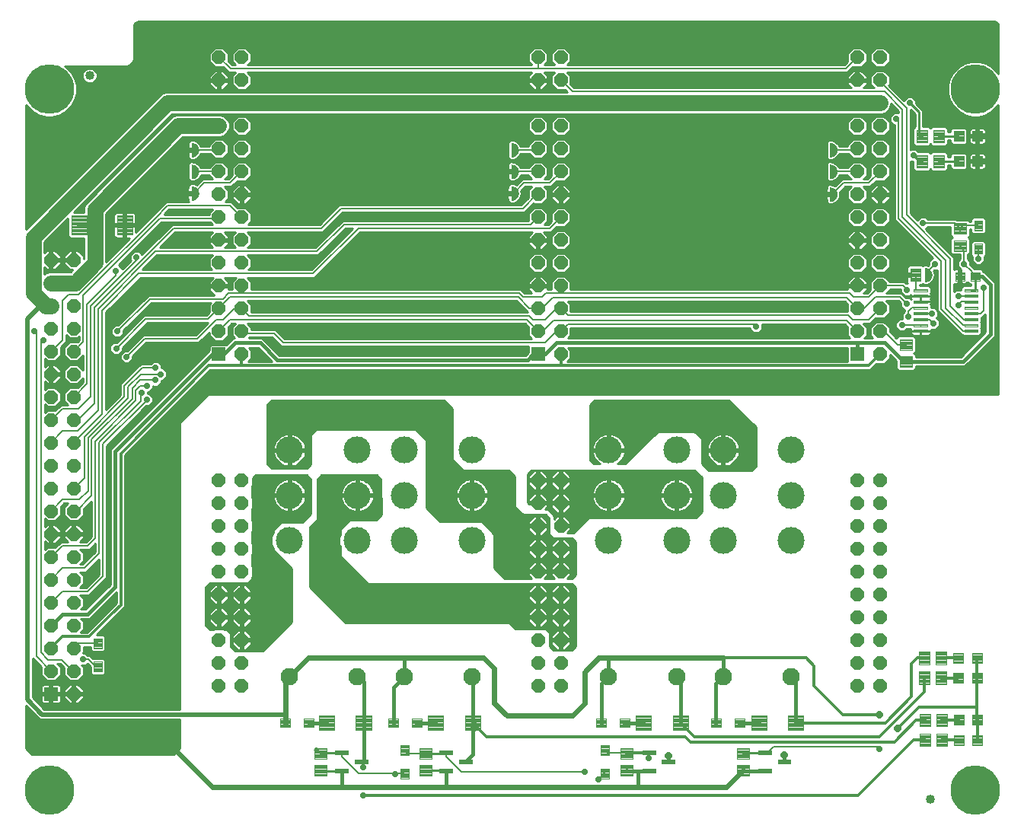
<source format=gtl>
G75*
%MOIN*%
%OFA0B0*%
%FSLAX25Y25*%
%IPPOS*%
%LPD*%
%AMOC8*
5,1,8,0,0,1.08239X$1,22.5*
%
%ADD10C,0.11811*%
%ADD11C,0.07677*%
%ADD12C,0.00394*%
%ADD13C,0.00402*%
%ADD14C,0.00396*%
%ADD15C,0.00409*%
%ADD16C,0.00378*%
%ADD17OC8,0.05906*%
%ADD18R,0.05906X0.05906*%
%ADD19C,0.00100*%
%ADD20C,0.00400*%
%ADD21C,0.00400*%
%ADD22C,0.00425*%
%ADD23C,0.04000*%
%ADD24C,0.21654*%
%ADD25C,0.01000*%
%ADD26C,0.01600*%
%ADD27C,0.01200*%
%ADD28OC8,0.02781*%
%ADD29R,0.02781X0.02781*%
%ADD30C,0.02400*%
%ADD31C,0.07000*%
%ADD32C,0.02000*%
%ADD33OC8,0.03175*%
%ADD34C,0.00800*%
D10*
X0172752Y0145902D03*
X0172752Y0165744D03*
X0172752Y0185587D03*
X0202516Y0185587D03*
X0222949Y0185587D03*
X0222949Y0165744D03*
X0202516Y0165744D03*
X0202516Y0145902D03*
X0222949Y0145902D03*
X0252713Y0145902D03*
X0252713Y0165744D03*
X0252713Y0185587D03*
X0312516Y0185587D03*
X0312516Y0165744D03*
X0312516Y0145902D03*
X0342280Y0145902D03*
X0362713Y0145902D03*
X0362713Y0165744D03*
X0342280Y0165744D03*
X0342280Y0185587D03*
X0362713Y0185587D03*
X0392476Y0185587D03*
X0392476Y0165744D03*
X0392476Y0145902D03*
D11*
X0392476Y0086374D03*
X0362713Y0086374D03*
X0342280Y0086374D03*
X0312516Y0086374D03*
X0252713Y0086374D03*
X0222949Y0086374D03*
X0202516Y0086374D03*
X0172752Y0086374D03*
D12*
X0173193Y0064257D02*
X0168863Y0064257D01*
X0168863Y0067799D01*
X0173193Y0067799D01*
X0173193Y0064257D01*
X0173193Y0064650D02*
X0168863Y0064650D01*
X0168863Y0065043D02*
X0173193Y0065043D01*
X0173193Y0065436D02*
X0168863Y0065436D01*
X0168863Y0065829D02*
X0173193Y0065829D01*
X0173193Y0066222D02*
X0168863Y0066222D01*
X0168863Y0066615D02*
X0173193Y0066615D01*
X0173193Y0067008D02*
X0168863Y0067008D01*
X0168863Y0067401D02*
X0173193Y0067401D01*
X0173193Y0067794D02*
X0168863Y0067794D01*
X0179099Y0064257D02*
X0183429Y0064257D01*
X0179099Y0064257D02*
X0179099Y0067799D01*
X0183429Y0067799D01*
X0183429Y0064257D01*
X0183429Y0064650D02*
X0179099Y0064650D01*
X0179099Y0065043D02*
X0183429Y0065043D01*
X0183429Y0065436D02*
X0179099Y0065436D01*
X0179099Y0065829D02*
X0183429Y0065829D01*
X0183429Y0066222D02*
X0179099Y0066222D01*
X0179099Y0066615D02*
X0183429Y0066615D01*
X0183429Y0067008D02*
X0179099Y0067008D01*
X0179099Y0067401D02*
X0183429Y0067401D01*
X0183429Y0067794D02*
X0179099Y0067794D01*
X0216113Y0064257D02*
X0220443Y0064257D01*
X0216113Y0064257D02*
X0216113Y0067799D01*
X0220443Y0067799D01*
X0220443Y0064257D01*
X0220443Y0064650D02*
X0216113Y0064650D01*
X0216113Y0065043D02*
X0220443Y0065043D01*
X0220443Y0065436D02*
X0216113Y0065436D01*
X0216113Y0065829D02*
X0220443Y0065829D01*
X0220443Y0066222D02*
X0216113Y0066222D01*
X0216113Y0066615D02*
X0220443Y0066615D01*
X0220443Y0067008D02*
X0216113Y0067008D01*
X0216113Y0067401D02*
X0220443Y0067401D01*
X0220443Y0067794D02*
X0216113Y0067794D01*
X0226349Y0064257D02*
X0230679Y0064257D01*
X0226349Y0064257D02*
X0226349Y0067799D01*
X0230679Y0067799D01*
X0230679Y0064257D01*
X0230679Y0064650D02*
X0226349Y0064650D01*
X0226349Y0065043D02*
X0230679Y0065043D01*
X0230679Y0065436D02*
X0226349Y0065436D01*
X0226349Y0065829D02*
X0230679Y0065829D01*
X0230679Y0066222D02*
X0226349Y0066222D01*
X0226349Y0066615D02*
X0230679Y0066615D01*
X0230679Y0067008D02*
X0226349Y0067008D01*
X0226349Y0067401D02*
X0230679Y0067401D01*
X0230679Y0067794D02*
X0226349Y0067794D01*
X0224917Y0056311D02*
X0224917Y0051981D01*
X0221375Y0051981D01*
X0221375Y0056311D01*
X0224917Y0056311D01*
X0224917Y0052374D02*
X0221375Y0052374D01*
X0221375Y0052767D02*
X0224917Y0052767D01*
X0224917Y0053160D02*
X0221375Y0053160D01*
X0221375Y0053553D02*
X0224917Y0053553D01*
X0224917Y0053946D02*
X0221375Y0053946D01*
X0221375Y0054339D02*
X0224917Y0054339D01*
X0224917Y0054732D02*
X0221375Y0054732D01*
X0221375Y0055125D02*
X0224917Y0055125D01*
X0224917Y0055518D02*
X0221375Y0055518D01*
X0221375Y0055911D02*
X0224917Y0055911D01*
X0224917Y0056304D02*
X0221375Y0056304D01*
X0224917Y0046074D02*
X0224917Y0041744D01*
X0221375Y0041744D01*
X0221375Y0046074D01*
X0224917Y0046074D01*
X0224917Y0042137D02*
X0221375Y0042137D01*
X0221375Y0042530D02*
X0224917Y0042530D01*
X0224917Y0042923D02*
X0221375Y0042923D01*
X0221375Y0043316D02*
X0224917Y0043316D01*
X0224917Y0043709D02*
X0221375Y0043709D01*
X0221375Y0044102D02*
X0224917Y0044102D01*
X0224917Y0044495D02*
X0221375Y0044495D01*
X0221375Y0044888D02*
X0224917Y0044888D01*
X0224917Y0045281D02*
X0221375Y0045281D01*
X0221375Y0045674D02*
X0224917Y0045674D01*
X0224917Y0046067D02*
X0221375Y0046067D01*
X0309125Y0046074D02*
X0309125Y0041744D01*
X0309125Y0046074D02*
X0312667Y0046074D01*
X0312667Y0041744D01*
X0309125Y0041744D01*
X0309125Y0042137D02*
X0312667Y0042137D01*
X0312667Y0042530D02*
X0309125Y0042530D01*
X0309125Y0042923D02*
X0312667Y0042923D01*
X0312667Y0043316D02*
X0309125Y0043316D01*
X0309125Y0043709D02*
X0312667Y0043709D01*
X0312667Y0044102D02*
X0309125Y0044102D01*
X0309125Y0044495D02*
X0312667Y0044495D01*
X0312667Y0044888D02*
X0309125Y0044888D01*
X0309125Y0045281D02*
X0312667Y0045281D01*
X0312667Y0045674D02*
X0309125Y0045674D01*
X0309125Y0046067D02*
X0312667Y0046067D01*
X0309125Y0051981D02*
X0309125Y0056311D01*
X0312667Y0056311D01*
X0312667Y0051981D01*
X0309125Y0051981D01*
X0309125Y0052374D02*
X0312667Y0052374D01*
X0312667Y0052767D02*
X0309125Y0052767D01*
X0309125Y0053160D02*
X0312667Y0053160D01*
X0312667Y0053553D02*
X0309125Y0053553D01*
X0309125Y0053946D02*
X0312667Y0053946D01*
X0312667Y0054339D02*
X0309125Y0054339D01*
X0309125Y0054732D02*
X0312667Y0054732D01*
X0312667Y0055125D02*
X0309125Y0055125D01*
X0309125Y0055518D02*
X0312667Y0055518D01*
X0312667Y0055911D02*
X0309125Y0055911D01*
X0309125Y0056304D02*
X0312667Y0056304D01*
X0311443Y0064257D02*
X0307113Y0064257D01*
X0307113Y0067799D01*
X0311443Y0067799D01*
X0311443Y0064257D01*
X0311443Y0064650D02*
X0307113Y0064650D01*
X0307113Y0065043D02*
X0311443Y0065043D01*
X0311443Y0065436D02*
X0307113Y0065436D01*
X0307113Y0065829D02*
X0311443Y0065829D01*
X0311443Y0066222D02*
X0307113Y0066222D01*
X0307113Y0066615D02*
X0311443Y0066615D01*
X0311443Y0067008D02*
X0307113Y0067008D01*
X0307113Y0067401D02*
X0311443Y0067401D01*
X0311443Y0067794D02*
X0307113Y0067794D01*
X0317349Y0064257D02*
X0321679Y0064257D01*
X0317349Y0064257D02*
X0317349Y0067799D01*
X0321679Y0067799D01*
X0321679Y0064257D01*
X0321679Y0064650D02*
X0317349Y0064650D01*
X0317349Y0065043D02*
X0321679Y0065043D01*
X0321679Y0065436D02*
X0317349Y0065436D01*
X0317349Y0065829D02*
X0321679Y0065829D01*
X0321679Y0066222D02*
X0317349Y0066222D01*
X0317349Y0066615D02*
X0321679Y0066615D01*
X0321679Y0067008D02*
X0317349Y0067008D01*
X0317349Y0067401D02*
X0321679Y0067401D01*
X0321679Y0067794D02*
X0317349Y0067794D01*
X0357363Y0064257D02*
X0361693Y0064257D01*
X0357363Y0064257D02*
X0357363Y0067799D01*
X0361693Y0067799D01*
X0361693Y0064257D01*
X0361693Y0064650D02*
X0357363Y0064650D01*
X0357363Y0065043D02*
X0361693Y0065043D01*
X0361693Y0065436D02*
X0357363Y0065436D01*
X0357363Y0065829D02*
X0361693Y0065829D01*
X0361693Y0066222D02*
X0357363Y0066222D01*
X0357363Y0066615D02*
X0361693Y0066615D01*
X0361693Y0067008D02*
X0357363Y0067008D01*
X0357363Y0067401D02*
X0361693Y0067401D01*
X0361693Y0067794D02*
X0357363Y0067794D01*
X0367599Y0064257D02*
X0371929Y0064257D01*
X0367599Y0064257D02*
X0367599Y0067799D01*
X0371929Y0067799D01*
X0371929Y0064257D01*
X0371929Y0064650D02*
X0367599Y0064650D01*
X0367599Y0065043D02*
X0371929Y0065043D01*
X0371929Y0065436D02*
X0367599Y0065436D01*
X0367599Y0065829D02*
X0371929Y0065829D01*
X0371929Y0066222D02*
X0367599Y0066222D01*
X0367599Y0066615D02*
X0371929Y0066615D01*
X0371929Y0067008D02*
X0367599Y0067008D01*
X0367599Y0067401D02*
X0371929Y0067401D01*
X0371929Y0067794D02*
X0367599Y0067794D01*
X0464331Y0263299D02*
X0468267Y0263299D01*
X0468267Y0259757D01*
X0464331Y0259757D01*
X0464331Y0263299D01*
X0464331Y0260150D02*
X0468267Y0260150D01*
X0468267Y0260543D02*
X0464331Y0260543D01*
X0464331Y0260936D02*
X0468267Y0260936D01*
X0468267Y0261329D02*
X0464331Y0261329D01*
X0464331Y0261722D02*
X0468267Y0261722D01*
X0468267Y0262115D02*
X0464331Y0262115D01*
X0464331Y0262508D02*
X0468267Y0262508D01*
X0468267Y0262901D02*
X0464331Y0262901D01*
X0464331Y0263294D02*
X0468267Y0263294D01*
X0471024Y0263299D02*
X0474960Y0263299D01*
X0474960Y0259757D01*
X0471024Y0259757D01*
X0471024Y0263299D01*
X0471024Y0260150D02*
X0474960Y0260150D01*
X0474960Y0260543D02*
X0471024Y0260543D01*
X0471024Y0260936D02*
X0474960Y0260936D01*
X0474960Y0261329D02*
X0471024Y0261329D01*
X0471024Y0261722D02*
X0474960Y0261722D01*
X0474960Y0262115D02*
X0471024Y0262115D01*
X0471024Y0262508D02*
X0474960Y0262508D01*
X0474960Y0262901D02*
X0471024Y0262901D01*
X0471024Y0263294D02*
X0474960Y0263294D01*
X0476167Y0271494D02*
X0476167Y0275824D01*
X0476167Y0271494D02*
X0472625Y0271494D01*
X0472625Y0275824D01*
X0476167Y0275824D01*
X0476167Y0271887D02*
X0472625Y0271887D01*
X0472625Y0272280D02*
X0476167Y0272280D01*
X0476167Y0272673D02*
X0472625Y0272673D01*
X0472625Y0273066D02*
X0476167Y0273066D01*
X0476167Y0273459D02*
X0472625Y0273459D01*
X0472625Y0273852D02*
X0476167Y0273852D01*
X0476167Y0274245D02*
X0472625Y0274245D01*
X0472625Y0274638D02*
X0476167Y0274638D01*
X0476167Y0275031D02*
X0472625Y0275031D01*
X0472625Y0275424D02*
X0476167Y0275424D01*
X0476167Y0275817D02*
X0472625Y0275817D01*
X0476167Y0281731D02*
X0476167Y0286061D01*
X0476167Y0281731D02*
X0472625Y0281731D01*
X0472625Y0286061D01*
X0476167Y0286061D01*
X0476167Y0282124D02*
X0472625Y0282124D01*
X0472625Y0282517D02*
X0476167Y0282517D01*
X0476167Y0282910D02*
X0472625Y0282910D01*
X0472625Y0283303D02*
X0476167Y0283303D01*
X0476167Y0283696D02*
X0472625Y0283696D01*
X0472625Y0284089D02*
X0476167Y0284089D01*
X0476167Y0284482D02*
X0472625Y0284482D01*
X0472625Y0284875D02*
X0476167Y0284875D01*
X0476167Y0285268D02*
X0472625Y0285268D01*
X0472625Y0285661D02*
X0476167Y0285661D01*
X0476167Y0286054D02*
X0472625Y0286054D01*
X0087125Y0103061D02*
X0087125Y0098731D01*
X0087125Y0103061D02*
X0090667Y0103061D01*
X0090667Y0098731D01*
X0087125Y0098731D01*
X0087125Y0099124D02*
X0090667Y0099124D01*
X0090667Y0099517D02*
X0087125Y0099517D01*
X0087125Y0099910D02*
X0090667Y0099910D01*
X0090667Y0100303D02*
X0087125Y0100303D01*
X0087125Y0100696D02*
X0090667Y0100696D01*
X0090667Y0101089D02*
X0087125Y0101089D01*
X0087125Y0101482D02*
X0090667Y0101482D01*
X0090667Y0101875D02*
X0087125Y0101875D01*
X0087125Y0102268D02*
X0090667Y0102268D01*
X0090667Y0102661D02*
X0087125Y0102661D01*
X0087125Y0103054D02*
X0090667Y0103054D01*
X0087125Y0092824D02*
X0087125Y0088494D01*
X0087125Y0092824D02*
X0090667Y0092824D01*
X0090667Y0088494D01*
X0087125Y0088494D01*
X0087125Y0088887D02*
X0090667Y0088887D01*
X0090667Y0089280D02*
X0087125Y0089280D01*
X0087125Y0089673D02*
X0090667Y0089673D01*
X0090667Y0090066D02*
X0087125Y0090066D01*
X0087125Y0090459D02*
X0090667Y0090459D01*
X0090667Y0090852D02*
X0087125Y0090852D01*
X0087125Y0091245D02*
X0090667Y0091245D01*
X0090667Y0091638D02*
X0087125Y0091638D01*
X0087125Y0092031D02*
X0090667Y0092031D01*
X0090667Y0092424D02*
X0087125Y0092424D01*
X0087125Y0092817D02*
X0090667Y0092817D01*
D13*
X0185733Y0069173D02*
X0192417Y0069173D01*
X0192417Y0062883D01*
X0185733Y0062883D01*
X0185733Y0069173D01*
X0185733Y0063284D02*
X0192417Y0063284D01*
X0192417Y0063685D02*
X0185733Y0063685D01*
X0185733Y0064086D02*
X0192417Y0064086D01*
X0192417Y0064487D02*
X0185733Y0064487D01*
X0185733Y0064888D02*
X0192417Y0064888D01*
X0192417Y0065289D02*
X0185733Y0065289D01*
X0185733Y0065690D02*
X0192417Y0065690D01*
X0192417Y0066091D02*
X0185733Y0066091D01*
X0185733Y0066492D02*
X0192417Y0066492D01*
X0192417Y0066893D02*
X0185733Y0066893D01*
X0185733Y0067294D02*
X0192417Y0067294D01*
X0192417Y0067695D02*
X0185733Y0067695D01*
X0185733Y0068096D02*
X0192417Y0068096D01*
X0192417Y0068497D02*
X0185733Y0068497D01*
X0185733Y0068898D02*
X0192417Y0068898D01*
X0201875Y0069173D02*
X0208559Y0069173D01*
X0208559Y0062883D01*
X0201875Y0062883D01*
X0201875Y0069173D01*
X0201875Y0063284D02*
X0208559Y0063284D01*
X0208559Y0063685D02*
X0201875Y0063685D01*
X0201875Y0064086D02*
X0208559Y0064086D01*
X0208559Y0064487D02*
X0201875Y0064487D01*
X0201875Y0064888D02*
X0208559Y0064888D01*
X0208559Y0065289D02*
X0201875Y0065289D01*
X0201875Y0065690D02*
X0208559Y0065690D01*
X0208559Y0066091D02*
X0201875Y0066091D01*
X0201875Y0066492D02*
X0208559Y0066492D01*
X0208559Y0066893D02*
X0201875Y0066893D01*
X0201875Y0067294D02*
X0208559Y0067294D01*
X0208559Y0067695D02*
X0201875Y0067695D01*
X0201875Y0068096D02*
X0208559Y0068096D01*
X0208559Y0068497D02*
X0201875Y0068497D01*
X0201875Y0068898D02*
X0208559Y0068898D01*
X0233483Y0069173D02*
X0240167Y0069173D01*
X0240167Y0062883D01*
X0233483Y0062883D01*
X0233483Y0069173D01*
X0233483Y0063284D02*
X0240167Y0063284D01*
X0240167Y0063685D02*
X0233483Y0063685D01*
X0233483Y0064086D02*
X0240167Y0064086D01*
X0240167Y0064487D02*
X0233483Y0064487D01*
X0233483Y0064888D02*
X0240167Y0064888D01*
X0240167Y0065289D02*
X0233483Y0065289D01*
X0233483Y0065690D02*
X0240167Y0065690D01*
X0240167Y0066091D02*
X0233483Y0066091D01*
X0233483Y0066492D02*
X0240167Y0066492D01*
X0240167Y0066893D02*
X0233483Y0066893D01*
X0233483Y0067294D02*
X0240167Y0067294D01*
X0240167Y0067695D02*
X0233483Y0067695D01*
X0233483Y0068096D02*
X0240167Y0068096D01*
X0240167Y0068497D02*
X0233483Y0068497D01*
X0233483Y0068898D02*
X0240167Y0068898D01*
X0249625Y0069173D02*
X0256309Y0069173D01*
X0256309Y0062883D01*
X0249625Y0062883D01*
X0249625Y0069173D01*
X0249625Y0063284D02*
X0256309Y0063284D01*
X0256309Y0063685D02*
X0249625Y0063685D01*
X0249625Y0064086D02*
X0256309Y0064086D01*
X0256309Y0064487D02*
X0249625Y0064487D01*
X0249625Y0064888D02*
X0256309Y0064888D01*
X0256309Y0065289D02*
X0249625Y0065289D01*
X0249625Y0065690D02*
X0256309Y0065690D01*
X0256309Y0066091D02*
X0249625Y0066091D01*
X0249625Y0066492D02*
X0256309Y0066492D01*
X0256309Y0066893D02*
X0249625Y0066893D01*
X0249625Y0067294D02*
X0256309Y0067294D01*
X0256309Y0067695D02*
X0249625Y0067695D01*
X0249625Y0068096D02*
X0256309Y0068096D01*
X0256309Y0068497D02*
X0249625Y0068497D01*
X0249625Y0068898D02*
X0256309Y0068898D01*
X0324483Y0069173D02*
X0331167Y0069173D01*
X0331167Y0062883D01*
X0324483Y0062883D01*
X0324483Y0069173D01*
X0324483Y0063284D02*
X0331167Y0063284D01*
X0331167Y0063685D02*
X0324483Y0063685D01*
X0324483Y0064086D02*
X0331167Y0064086D01*
X0331167Y0064487D02*
X0324483Y0064487D01*
X0324483Y0064888D02*
X0331167Y0064888D01*
X0331167Y0065289D02*
X0324483Y0065289D01*
X0324483Y0065690D02*
X0331167Y0065690D01*
X0331167Y0066091D02*
X0324483Y0066091D01*
X0324483Y0066492D02*
X0331167Y0066492D01*
X0331167Y0066893D02*
X0324483Y0066893D01*
X0324483Y0067294D02*
X0331167Y0067294D01*
X0331167Y0067695D02*
X0324483Y0067695D01*
X0324483Y0068096D02*
X0331167Y0068096D01*
X0331167Y0068497D02*
X0324483Y0068497D01*
X0324483Y0068898D02*
X0331167Y0068898D01*
X0340625Y0069173D02*
X0347309Y0069173D01*
X0347309Y0062883D01*
X0340625Y0062883D01*
X0340625Y0069173D01*
X0340625Y0063284D02*
X0347309Y0063284D01*
X0347309Y0063685D02*
X0340625Y0063685D01*
X0340625Y0064086D02*
X0347309Y0064086D01*
X0347309Y0064487D02*
X0340625Y0064487D01*
X0340625Y0064888D02*
X0347309Y0064888D01*
X0347309Y0065289D02*
X0340625Y0065289D01*
X0340625Y0065690D02*
X0347309Y0065690D01*
X0347309Y0066091D02*
X0340625Y0066091D01*
X0340625Y0066492D02*
X0347309Y0066492D01*
X0347309Y0066893D02*
X0340625Y0066893D01*
X0340625Y0067294D02*
X0347309Y0067294D01*
X0347309Y0067695D02*
X0340625Y0067695D01*
X0340625Y0068096D02*
X0347309Y0068096D01*
X0347309Y0068497D02*
X0340625Y0068497D01*
X0340625Y0068898D02*
X0347309Y0068898D01*
X0374983Y0069173D02*
X0381667Y0069173D01*
X0381667Y0062883D01*
X0374983Y0062883D01*
X0374983Y0069173D01*
X0374983Y0063284D02*
X0381667Y0063284D01*
X0381667Y0063685D02*
X0374983Y0063685D01*
X0374983Y0064086D02*
X0381667Y0064086D01*
X0381667Y0064487D02*
X0374983Y0064487D01*
X0374983Y0064888D02*
X0381667Y0064888D01*
X0381667Y0065289D02*
X0374983Y0065289D01*
X0374983Y0065690D02*
X0381667Y0065690D01*
X0381667Y0066091D02*
X0374983Y0066091D01*
X0374983Y0066492D02*
X0381667Y0066492D01*
X0381667Y0066893D02*
X0374983Y0066893D01*
X0374983Y0067294D02*
X0381667Y0067294D01*
X0381667Y0067695D02*
X0374983Y0067695D01*
X0374983Y0068096D02*
X0381667Y0068096D01*
X0381667Y0068497D02*
X0374983Y0068497D01*
X0374983Y0068898D02*
X0381667Y0068898D01*
X0391125Y0069173D02*
X0397809Y0069173D01*
X0397809Y0062883D01*
X0391125Y0062883D01*
X0391125Y0069173D01*
X0391125Y0063284D02*
X0397809Y0063284D01*
X0397809Y0063685D02*
X0391125Y0063685D01*
X0391125Y0064086D02*
X0397809Y0064086D01*
X0397809Y0064487D02*
X0391125Y0064487D01*
X0391125Y0064888D02*
X0397809Y0064888D01*
X0397809Y0065289D02*
X0391125Y0065289D01*
X0391125Y0065690D02*
X0397809Y0065690D01*
X0397809Y0066091D02*
X0391125Y0066091D01*
X0391125Y0066492D02*
X0397809Y0066492D01*
X0397809Y0066893D02*
X0391125Y0066893D01*
X0391125Y0067294D02*
X0397809Y0067294D01*
X0397809Y0067695D02*
X0391125Y0067695D01*
X0391125Y0068096D02*
X0397809Y0068096D01*
X0397809Y0068497D02*
X0391125Y0068497D01*
X0391125Y0068898D02*
X0397809Y0068898D01*
D14*
X0383698Y0052126D02*
X0378094Y0052126D01*
X0378094Y0053930D01*
X0383698Y0053930D01*
X0383698Y0052126D01*
X0383698Y0052521D02*
X0378094Y0052521D01*
X0378094Y0052916D02*
X0383698Y0052916D01*
X0383698Y0053311D02*
X0378094Y0053311D01*
X0378094Y0053706D02*
X0383698Y0053706D01*
X0386594Y0048126D02*
X0392198Y0048126D01*
X0386594Y0048126D02*
X0386594Y0049930D01*
X0392198Y0049930D01*
X0392198Y0048126D01*
X0392198Y0048521D02*
X0386594Y0048521D01*
X0386594Y0048916D02*
X0392198Y0048916D01*
X0392198Y0049311D02*
X0386594Y0049311D01*
X0386594Y0049706D02*
X0392198Y0049706D01*
X0383698Y0044126D02*
X0378094Y0044126D01*
X0378094Y0045930D01*
X0383698Y0045930D01*
X0383698Y0044126D01*
X0383698Y0044521D02*
X0378094Y0044521D01*
X0378094Y0044916D02*
X0383698Y0044916D01*
X0383698Y0045311D02*
X0378094Y0045311D01*
X0378094Y0045706D02*
X0383698Y0045706D01*
X0341448Y0048126D02*
X0335844Y0048126D01*
X0335844Y0049930D01*
X0341448Y0049930D01*
X0341448Y0048126D01*
X0341448Y0048521D02*
X0335844Y0048521D01*
X0335844Y0048916D02*
X0341448Y0048916D01*
X0341448Y0049311D02*
X0335844Y0049311D01*
X0335844Y0049706D02*
X0341448Y0049706D01*
X0332948Y0052126D02*
X0327344Y0052126D01*
X0327344Y0053930D01*
X0332948Y0053930D01*
X0332948Y0052126D01*
X0332948Y0052521D02*
X0327344Y0052521D01*
X0327344Y0052916D02*
X0332948Y0052916D01*
X0332948Y0053311D02*
X0327344Y0053311D01*
X0327344Y0053706D02*
X0332948Y0053706D01*
X0332948Y0044126D02*
X0327344Y0044126D01*
X0327344Y0045930D01*
X0332948Y0045930D01*
X0332948Y0044126D01*
X0332948Y0044521D02*
X0327344Y0044521D01*
X0327344Y0044916D02*
X0332948Y0044916D01*
X0332948Y0045311D02*
X0327344Y0045311D01*
X0327344Y0045706D02*
X0332948Y0045706D01*
X0252648Y0048126D02*
X0247044Y0048126D01*
X0247044Y0049930D01*
X0252648Y0049930D01*
X0252648Y0048126D01*
X0252648Y0048521D02*
X0247044Y0048521D01*
X0247044Y0048916D02*
X0252648Y0048916D01*
X0252648Y0049311D02*
X0247044Y0049311D01*
X0247044Y0049706D02*
X0252648Y0049706D01*
X0244148Y0052126D02*
X0238544Y0052126D01*
X0238544Y0053930D01*
X0244148Y0053930D01*
X0244148Y0052126D01*
X0244148Y0052521D02*
X0238544Y0052521D01*
X0238544Y0052916D02*
X0244148Y0052916D01*
X0244148Y0053311D02*
X0238544Y0053311D01*
X0238544Y0053706D02*
X0244148Y0053706D01*
X0244148Y0044126D02*
X0238544Y0044126D01*
X0238544Y0045930D01*
X0244148Y0045930D01*
X0244148Y0044126D01*
X0244148Y0044521D02*
X0238544Y0044521D01*
X0238544Y0044916D02*
X0244148Y0044916D01*
X0244148Y0045311D02*
X0238544Y0045311D01*
X0238544Y0045706D02*
X0244148Y0045706D01*
X0206948Y0048126D02*
X0201344Y0048126D01*
X0201344Y0049930D01*
X0206948Y0049930D01*
X0206948Y0048126D01*
X0206948Y0048521D02*
X0201344Y0048521D01*
X0201344Y0048916D02*
X0206948Y0048916D01*
X0206948Y0049311D02*
X0201344Y0049311D01*
X0201344Y0049706D02*
X0206948Y0049706D01*
X0198448Y0052126D02*
X0192844Y0052126D01*
X0192844Y0053930D01*
X0198448Y0053930D01*
X0198448Y0052126D01*
X0198448Y0052521D02*
X0192844Y0052521D01*
X0192844Y0052916D02*
X0198448Y0052916D01*
X0198448Y0053311D02*
X0192844Y0053311D01*
X0192844Y0053706D02*
X0198448Y0053706D01*
X0198448Y0044126D02*
X0192844Y0044126D01*
X0192844Y0045930D01*
X0198448Y0045930D01*
X0198448Y0044126D01*
X0198448Y0044521D02*
X0192844Y0044521D01*
X0192844Y0044916D02*
X0198448Y0044916D01*
X0198448Y0045311D02*
X0192844Y0045311D01*
X0192844Y0045706D02*
X0198448Y0045706D01*
D15*
X0189145Y0047642D02*
X0189145Y0042932D01*
X0183647Y0042932D01*
X0183647Y0047642D01*
X0189145Y0047642D01*
X0189145Y0043340D02*
X0183647Y0043340D01*
X0183647Y0043748D02*
X0189145Y0043748D01*
X0189145Y0044156D02*
X0183647Y0044156D01*
X0183647Y0044564D02*
X0189145Y0044564D01*
X0189145Y0044972D02*
X0183647Y0044972D01*
X0183647Y0045380D02*
X0189145Y0045380D01*
X0189145Y0045788D02*
X0183647Y0045788D01*
X0183647Y0046196D02*
X0189145Y0046196D01*
X0189145Y0046604D02*
X0183647Y0046604D01*
X0183647Y0047012D02*
X0189145Y0047012D01*
X0189145Y0047420D02*
X0183647Y0047420D01*
X0189145Y0050413D02*
X0189145Y0055123D01*
X0189145Y0050413D02*
X0183647Y0050413D01*
X0183647Y0055123D01*
X0189145Y0055123D01*
X0189145Y0050821D02*
X0183647Y0050821D01*
X0183647Y0051229D02*
X0189145Y0051229D01*
X0189145Y0051637D02*
X0183647Y0051637D01*
X0183647Y0052045D02*
X0189145Y0052045D01*
X0189145Y0052453D02*
X0183647Y0052453D01*
X0183647Y0052861D02*
X0189145Y0052861D01*
X0189145Y0053269D02*
X0183647Y0053269D01*
X0183647Y0053677D02*
X0189145Y0053677D01*
X0189145Y0054085D02*
X0183647Y0054085D01*
X0183647Y0054493D02*
X0189145Y0054493D01*
X0189145Y0054901D02*
X0183647Y0054901D01*
X0235145Y0055123D02*
X0235145Y0050413D01*
X0229647Y0050413D01*
X0229647Y0055123D01*
X0235145Y0055123D01*
X0235145Y0050821D02*
X0229647Y0050821D01*
X0229647Y0051229D02*
X0235145Y0051229D01*
X0235145Y0051637D02*
X0229647Y0051637D01*
X0229647Y0052045D02*
X0235145Y0052045D01*
X0235145Y0052453D02*
X0229647Y0052453D01*
X0229647Y0052861D02*
X0235145Y0052861D01*
X0235145Y0053269D02*
X0229647Y0053269D01*
X0229647Y0053677D02*
X0235145Y0053677D01*
X0235145Y0054085D02*
X0229647Y0054085D01*
X0229647Y0054493D02*
X0235145Y0054493D01*
X0235145Y0054901D02*
X0229647Y0054901D01*
X0235145Y0047642D02*
X0235145Y0042932D01*
X0229647Y0042932D01*
X0229647Y0047642D01*
X0235145Y0047642D01*
X0235145Y0043340D02*
X0229647Y0043340D01*
X0229647Y0043748D02*
X0235145Y0043748D01*
X0235145Y0044156D02*
X0229647Y0044156D01*
X0229647Y0044564D02*
X0235145Y0044564D01*
X0235145Y0044972D02*
X0229647Y0044972D01*
X0229647Y0045380D02*
X0235145Y0045380D01*
X0235145Y0045788D02*
X0229647Y0045788D01*
X0229647Y0046196D02*
X0235145Y0046196D01*
X0235145Y0046604D02*
X0229647Y0046604D01*
X0229647Y0047012D02*
X0235145Y0047012D01*
X0235145Y0047420D02*
X0229647Y0047420D01*
X0323145Y0047642D02*
X0323145Y0042932D01*
X0317647Y0042932D01*
X0317647Y0047642D01*
X0323145Y0047642D01*
X0323145Y0043340D02*
X0317647Y0043340D01*
X0317647Y0043748D02*
X0323145Y0043748D01*
X0323145Y0044156D02*
X0317647Y0044156D01*
X0317647Y0044564D02*
X0323145Y0044564D01*
X0323145Y0044972D02*
X0317647Y0044972D01*
X0317647Y0045380D02*
X0323145Y0045380D01*
X0323145Y0045788D02*
X0317647Y0045788D01*
X0317647Y0046196D02*
X0323145Y0046196D01*
X0323145Y0046604D02*
X0317647Y0046604D01*
X0317647Y0047012D02*
X0323145Y0047012D01*
X0323145Y0047420D02*
X0317647Y0047420D01*
X0323145Y0050413D02*
X0323145Y0055123D01*
X0323145Y0050413D02*
X0317647Y0050413D01*
X0317647Y0055123D01*
X0323145Y0055123D01*
X0323145Y0050821D02*
X0317647Y0050821D01*
X0317647Y0051229D02*
X0323145Y0051229D01*
X0323145Y0051637D02*
X0317647Y0051637D01*
X0317647Y0052045D02*
X0323145Y0052045D01*
X0323145Y0052453D02*
X0317647Y0052453D01*
X0317647Y0052861D02*
X0323145Y0052861D01*
X0323145Y0053269D02*
X0317647Y0053269D01*
X0317647Y0053677D02*
X0323145Y0053677D01*
X0323145Y0054085D02*
X0317647Y0054085D01*
X0317647Y0054493D02*
X0323145Y0054493D01*
X0323145Y0054901D02*
X0317647Y0054901D01*
X0374145Y0055123D02*
X0374145Y0050413D01*
X0368647Y0050413D01*
X0368647Y0055123D01*
X0374145Y0055123D01*
X0374145Y0050821D02*
X0368647Y0050821D01*
X0368647Y0051229D02*
X0374145Y0051229D01*
X0374145Y0051637D02*
X0368647Y0051637D01*
X0368647Y0052045D02*
X0374145Y0052045D01*
X0374145Y0052453D02*
X0368647Y0052453D01*
X0368647Y0052861D02*
X0374145Y0052861D01*
X0374145Y0053269D02*
X0368647Y0053269D01*
X0368647Y0053677D02*
X0374145Y0053677D01*
X0374145Y0054085D02*
X0368647Y0054085D01*
X0368647Y0054493D02*
X0374145Y0054493D01*
X0374145Y0054901D02*
X0368647Y0054901D01*
X0374145Y0047642D02*
X0374145Y0042932D01*
X0368647Y0042932D01*
X0368647Y0047642D01*
X0374145Y0047642D01*
X0374145Y0043340D02*
X0368647Y0043340D01*
X0368647Y0043748D02*
X0374145Y0043748D01*
X0374145Y0044156D02*
X0368647Y0044156D01*
X0368647Y0044564D02*
X0374145Y0044564D01*
X0374145Y0044972D02*
X0368647Y0044972D01*
X0368647Y0045380D02*
X0374145Y0045380D01*
X0374145Y0045788D02*
X0368647Y0045788D01*
X0368647Y0046196D02*
X0374145Y0046196D01*
X0374145Y0046604D02*
X0368647Y0046604D01*
X0368647Y0047012D02*
X0374145Y0047012D01*
X0374145Y0047420D02*
X0368647Y0047420D01*
X0448601Y0061327D02*
X0453311Y0061327D01*
X0453311Y0055829D01*
X0448601Y0055829D01*
X0448601Y0061327D01*
X0448601Y0056237D02*
X0453311Y0056237D01*
X0453311Y0056645D02*
X0448601Y0056645D01*
X0448601Y0057053D02*
X0453311Y0057053D01*
X0453311Y0057461D02*
X0448601Y0057461D01*
X0448601Y0057869D02*
X0453311Y0057869D01*
X0453311Y0058277D02*
X0448601Y0058277D01*
X0448601Y0058685D02*
X0453311Y0058685D01*
X0453311Y0059093D02*
X0448601Y0059093D01*
X0448601Y0059501D02*
X0453311Y0059501D01*
X0453311Y0059909D02*
X0448601Y0059909D01*
X0448601Y0060317D02*
X0453311Y0060317D01*
X0453311Y0060725D02*
X0448601Y0060725D01*
X0448601Y0061133D02*
X0453311Y0061133D01*
X0456081Y0061327D02*
X0460791Y0061327D01*
X0460791Y0055829D01*
X0456081Y0055829D01*
X0456081Y0061327D01*
X0456081Y0056237D02*
X0460791Y0056237D01*
X0460791Y0056645D02*
X0456081Y0056645D01*
X0456081Y0057053D02*
X0460791Y0057053D01*
X0460791Y0057461D02*
X0456081Y0057461D01*
X0456081Y0057869D02*
X0460791Y0057869D01*
X0460791Y0058277D02*
X0456081Y0058277D01*
X0456081Y0058685D02*
X0460791Y0058685D01*
X0460791Y0059093D02*
X0456081Y0059093D01*
X0456081Y0059501D02*
X0460791Y0059501D01*
X0460791Y0059909D02*
X0456081Y0059909D01*
X0456081Y0060317D02*
X0460791Y0060317D01*
X0460791Y0060725D02*
X0456081Y0060725D01*
X0456081Y0061133D02*
X0460791Y0061133D01*
X0460791Y0070077D02*
X0456081Y0070077D01*
X0460791Y0070077D02*
X0460791Y0064579D01*
X0456081Y0064579D01*
X0456081Y0070077D01*
X0456081Y0064987D02*
X0460791Y0064987D01*
X0460791Y0065395D02*
X0456081Y0065395D01*
X0456081Y0065803D02*
X0460791Y0065803D01*
X0460791Y0066211D02*
X0456081Y0066211D01*
X0456081Y0066619D02*
X0460791Y0066619D01*
X0460791Y0067027D02*
X0456081Y0067027D01*
X0456081Y0067435D02*
X0460791Y0067435D01*
X0460791Y0067843D02*
X0456081Y0067843D01*
X0456081Y0068251D02*
X0460791Y0068251D01*
X0460791Y0068659D02*
X0456081Y0068659D01*
X0456081Y0069067D02*
X0460791Y0069067D01*
X0460791Y0069475D02*
X0456081Y0069475D01*
X0456081Y0069883D02*
X0460791Y0069883D01*
X0453311Y0070077D02*
X0448601Y0070077D01*
X0453311Y0070077D02*
X0453311Y0064579D01*
X0448601Y0064579D01*
X0448601Y0070077D01*
X0448601Y0064987D02*
X0453311Y0064987D01*
X0453311Y0065395D02*
X0448601Y0065395D01*
X0448601Y0065803D02*
X0453311Y0065803D01*
X0453311Y0066211D02*
X0448601Y0066211D01*
X0448601Y0066619D02*
X0453311Y0066619D01*
X0453311Y0067027D02*
X0448601Y0067027D01*
X0448601Y0067435D02*
X0453311Y0067435D01*
X0453311Y0067843D02*
X0448601Y0067843D01*
X0448601Y0068251D02*
X0453311Y0068251D01*
X0453311Y0068659D02*
X0448601Y0068659D01*
X0448601Y0069067D02*
X0453311Y0069067D01*
X0453311Y0069475D02*
X0448601Y0069475D01*
X0448601Y0069883D02*
X0453311Y0069883D01*
X0453011Y0088527D02*
X0448301Y0088527D01*
X0453011Y0088527D02*
X0453011Y0083029D01*
X0448301Y0083029D01*
X0448301Y0088527D01*
X0448301Y0083437D02*
X0453011Y0083437D01*
X0453011Y0083845D02*
X0448301Y0083845D01*
X0448301Y0084253D02*
X0453011Y0084253D01*
X0453011Y0084661D02*
X0448301Y0084661D01*
X0448301Y0085069D02*
X0453011Y0085069D01*
X0453011Y0085477D02*
X0448301Y0085477D01*
X0448301Y0085885D02*
X0453011Y0085885D01*
X0453011Y0086293D02*
X0448301Y0086293D01*
X0448301Y0086701D02*
X0453011Y0086701D01*
X0453011Y0087109D02*
X0448301Y0087109D01*
X0448301Y0087517D02*
X0453011Y0087517D01*
X0453011Y0087925D02*
X0448301Y0087925D01*
X0448301Y0088333D02*
X0453011Y0088333D01*
X0455781Y0088527D02*
X0460491Y0088527D01*
X0460491Y0083029D01*
X0455781Y0083029D01*
X0455781Y0088527D01*
X0455781Y0083437D02*
X0460491Y0083437D01*
X0460491Y0083845D02*
X0455781Y0083845D01*
X0455781Y0084253D02*
X0460491Y0084253D01*
X0460491Y0084661D02*
X0455781Y0084661D01*
X0455781Y0085069D02*
X0460491Y0085069D01*
X0460491Y0085477D02*
X0455781Y0085477D01*
X0455781Y0085885D02*
X0460491Y0085885D01*
X0460491Y0086293D02*
X0455781Y0086293D01*
X0455781Y0086701D02*
X0460491Y0086701D01*
X0460491Y0087109D02*
X0455781Y0087109D01*
X0455781Y0087517D02*
X0460491Y0087517D01*
X0460491Y0087925D02*
X0455781Y0087925D01*
X0455781Y0088333D02*
X0460491Y0088333D01*
X0460491Y0097277D02*
X0455781Y0097277D01*
X0460491Y0097277D02*
X0460491Y0091779D01*
X0455781Y0091779D01*
X0455781Y0097277D01*
X0455781Y0092187D02*
X0460491Y0092187D01*
X0460491Y0092595D02*
X0455781Y0092595D01*
X0455781Y0093003D02*
X0460491Y0093003D01*
X0460491Y0093411D02*
X0455781Y0093411D01*
X0455781Y0093819D02*
X0460491Y0093819D01*
X0460491Y0094227D02*
X0455781Y0094227D01*
X0455781Y0094635D02*
X0460491Y0094635D01*
X0460491Y0095043D02*
X0455781Y0095043D01*
X0455781Y0095451D02*
X0460491Y0095451D01*
X0460491Y0095859D02*
X0455781Y0095859D01*
X0455781Y0096267D02*
X0460491Y0096267D01*
X0460491Y0096675D02*
X0455781Y0096675D01*
X0455781Y0097083D02*
X0460491Y0097083D01*
X0453011Y0097277D02*
X0448301Y0097277D01*
X0453011Y0097277D02*
X0453011Y0091779D01*
X0448301Y0091779D01*
X0448301Y0097277D01*
X0448301Y0092187D02*
X0453011Y0092187D01*
X0453011Y0092595D02*
X0448301Y0092595D01*
X0448301Y0093003D02*
X0453011Y0093003D01*
X0453011Y0093411D02*
X0448301Y0093411D01*
X0448301Y0093819D02*
X0453011Y0093819D01*
X0453011Y0094227D02*
X0448301Y0094227D01*
X0448301Y0094635D02*
X0453011Y0094635D01*
X0453011Y0095043D02*
X0448301Y0095043D01*
X0448301Y0095451D02*
X0453011Y0095451D01*
X0453011Y0095859D02*
X0448301Y0095859D01*
X0448301Y0096267D02*
X0453011Y0096267D01*
X0453011Y0096675D02*
X0448301Y0096675D01*
X0448301Y0097083D02*
X0453011Y0097083D01*
X0439897Y0221932D02*
X0439897Y0226642D01*
X0445395Y0226642D01*
X0445395Y0221932D01*
X0439897Y0221932D01*
X0439897Y0222340D02*
X0445395Y0222340D01*
X0445395Y0222748D02*
X0439897Y0222748D01*
X0439897Y0223156D02*
X0445395Y0223156D01*
X0445395Y0223564D02*
X0439897Y0223564D01*
X0439897Y0223972D02*
X0445395Y0223972D01*
X0445395Y0224380D02*
X0439897Y0224380D01*
X0439897Y0224788D02*
X0445395Y0224788D01*
X0445395Y0225196D02*
X0439897Y0225196D01*
X0439897Y0225604D02*
X0445395Y0225604D01*
X0445395Y0226012D02*
X0439897Y0226012D01*
X0439897Y0226420D02*
X0445395Y0226420D01*
X0439897Y0229413D02*
X0439897Y0234123D01*
X0445395Y0234123D01*
X0445395Y0229413D01*
X0439897Y0229413D01*
X0439897Y0229821D02*
X0445395Y0229821D01*
X0445395Y0230229D02*
X0439897Y0230229D01*
X0439897Y0230637D02*
X0445395Y0230637D01*
X0445395Y0231045D02*
X0439897Y0231045D01*
X0439897Y0231453D02*
X0445395Y0231453D01*
X0445395Y0231861D02*
X0439897Y0231861D01*
X0439897Y0232269D02*
X0445395Y0232269D01*
X0445395Y0232677D02*
X0439897Y0232677D01*
X0439897Y0233085D02*
X0445395Y0233085D01*
X0445395Y0233493D02*
X0439897Y0233493D01*
X0439897Y0233901D02*
X0445395Y0233901D01*
X0469145Y0272682D02*
X0469145Y0277392D01*
X0469145Y0272682D02*
X0463647Y0272682D01*
X0463647Y0277392D01*
X0469145Y0277392D01*
X0469145Y0273090D02*
X0463647Y0273090D01*
X0463647Y0273498D02*
X0469145Y0273498D01*
X0469145Y0273906D02*
X0463647Y0273906D01*
X0463647Y0274314D02*
X0469145Y0274314D01*
X0469145Y0274722D02*
X0463647Y0274722D01*
X0463647Y0275130D02*
X0469145Y0275130D01*
X0469145Y0275538D02*
X0463647Y0275538D01*
X0463647Y0275946D02*
X0469145Y0275946D01*
X0469145Y0276354D02*
X0463647Y0276354D01*
X0463647Y0276762D02*
X0469145Y0276762D01*
X0469145Y0277170D02*
X0463647Y0277170D01*
X0469145Y0280163D02*
X0469145Y0284873D01*
X0469145Y0280163D02*
X0463647Y0280163D01*
X0463647Y0284873D01*
X0469145Y0284873D01*
X0469145Y0280571D02*
X0463647Y0280571D01*
X0463647Y0280979D02*
X0469145Y0280979D01*
X0469145Y0281387D02*
X0463647Y0281387D01*
X0463647Y0281795D02*
X0469145Y0281795D01*
X0469145Y0282203D02*
X0463647Y0282203D01*
X0463647Y0282611D02*
X0469145Y0282611D01*
X0469145Y0283019D02*
X0463647Y0283019D01*
X0463647Y0283427D02*
X0469145Y0283427D01*
X0469145Y0283835D02*
X0463647Y0283835D01*
X0463647Y0284243D02*
X0469145Y0284243D01*
X0469145Y0284651D02*
X0463647Y0284651D01*
X0459491Y0309279D02*
X0454781Y0309279D01*
X0454781Y0314777D01*
X0459491Y0314777D01*
X0459491Y0309279D01*
X0459491Y0309687D02*
X0454781Y0309687D01*
X0454781Y0310095D02*
X0459491Y0310095D01*
X0459491Y0310503D02*
X0454781Y0310503D01*
X0454781Y0310911D02*
X0459491Y0310911D01*
X0459491Y0311319D02*
X0454781Y0311319D01*
X0454781Y0311727D02*
X0459491Y0311727D01*
X0459491Y0312135D02*
X0454781Y0312135D01*
X0454781Y0312543D02*
X0459491Y0312543D01*
X0459491Y0312951D02*
X0454781Y0312951D01*
X0454781Y0313359D02*
X0459491Y0313359D01*
X0459491Y0313767D02*
X0454781Y0313767D01*
X0454781Y0314175D02*
X0459491Y0314175D01*
X0459491Y0314583D02*
X0454781Y0314583D01*
X0452011Y0309279D02*
X0447301Y0309279D01*
X0447301Y0314777D01*
X0452011Y0314777D01*
X0452011Y0309279D01*
X0452011Y0309687D02*
X0447301Y0309687D01*
X0447301Y0310095D02*
X0452011Y0310095D01*
X0452011Y0310503D02*
X0447301Y0310503D01*
X0447301Y0310911D02*
X0452011Y0310911D01*
X0452011Y0311319D02*
X0447301Y0311319D01*
X0447301Y0311727D02*
X0452011Y0311727D01*
X0452011Y0312135D02*
X0447301Y0312135D01*
X0447301Y0312543D02*
X0452011Y0312543D01*
X0452011Y0312951D02*
X0447301Y0312951D01*
X0447301Y0313359D02*
X0452011Y0313359D01*
X0452011Y0313767D02*
X0447301Y0313767D01*
X0447301Y0314175D02*
X0452011Y0314175D01*
X0452011Y0314583D02*
X0447301Y0314583D01*
X0447301Y0320279D02*
X0452011Y0320279D01*
X0447301Y0320279D02*
X0447301Y0325777D01*
X0452011Y0325777D01*
X0452011Y0320279D01*
X0452011Y0320687D02*
X0447301Y0320687D01*
X0447301Y0321095D02*
X0452011Y0321095D01*
X0452011Y0321503D02*
X0447301Y0321503D01*
X0447301Y0321911D02*
X0452011Y0321911D01*
X0452011Y0322319D02*
X0447301Y0322319D01*
X0447301Y0322727D02*
X0452011Y0322727D01*
X0452011Y0323135D02*
X0447301Y0323135D01*
X0447301Y0323543D02*
X0452011Y0323543D01*
X0452011Y0323951D02*
X0447301Y0323951D01*
X0447301Y0324359D02*
X0452011Y0324359D01*
X0452011Y0324767D02*
X0447301Y0324767D01*
X0447301Y0325175D02*
X0452011Y0325175D01*
X0452011Y0325583D02*
X0447301Y0325583D01*
X0454781Y0320279D02*
X0459491Y0320279D01*
X0454781Y0320279D02*
X0454781Y0325777D01*
X0459491Y0325777D01*
X0459491Y0320279D01*
X0459491Y0320687D02*
X0454781Y0320687D01*
X0454781Y0321095D02*
X0459491Y0321095D01*
X0459491Y0321503D02*
X0454781Y0321503D01*
X0454781Y0321911D02*
X0459491Y0321911D01*
X0459491Y0322319D02*
X0454781Y0322319D01*
X0454781Y0322727D02*
X0459491Y0322727D01*
X0459491Y0323135D02*
X0454781Y0323135D01*
X0454781Y0323543D02*
X0459491Y0323543D01*
X0459491Y0323951D02*
X0454781Y0323951D01*
X0454781Y0324359D02*
X0459491Y0324359D01*
X0459491Y0324767D02*
X0454781Y0324767D01*
X0454781Y0325175D02*
X0459491Y0325175D01*
X0459491Y0325583D02*
X0454781Y0325583D01*
D16*
X0463589Y0325201D02*
X0463589Y0320855D01*
X0463589Y0325201D02*
X0467935Y0325201D01*
X0467935Y0320855D01*
X0463589Y0320855D01*
X0463589Y0321232D02*
X0467935Y0321232D01*
X0467935Y0321609D02*
X0463589Y0321609D01*
X0463589Y0321986D02*
X0467935Y0321986D01*
X0467935Y0322363D02*
X0463589Y0322363D01*
X0463589Y0322740D02*
X0467935Y0322740D01*
X0467935Y0323117D02*
X0463589Y0323117D01*
X0463589Y0323494D02*
X0467935Y0323494D01*
X0467935Y0323871D02*
X0463589Y0323871D01*
X0463589Y0324248D02*
X0467935Y0324248D01*
X0467935Y0324625D02*
X0463589Y0324625D01*
X0463589Y0325002D02*
X0467935Y0325002D01*
X0471857Y0325201D02*
X0471857Y0320855D01*
X0471857Y0325201D02*
X0476203Y0325201D01*
X0476203Y0320855D01*
X0471857Y0320855D01*
X0471857Y0321232D02*
X0476203Y0321232D01*
X0476203Y0321609D02*
X0471857Y0321609D01*
X0471857Y0321986D02*
X0476203Y0321986D01*
X0476203Y0322363D02*
X0471857Y0322363D01*
X0471857Y0322740D02*
X0476203Y0322740D01*
X0476203Y0323117D02*
X0471857Y0323117D01*
X0471857Y0323494D02*
X0476203Y0323494D01*
X0476203Y0323871D02*
X0471857Y0323871D01*
X0471857Y0324248D02*
X0476203Y0324248D01*
X0476203Y0324625D02*
X0471857Y0324625D01*
X0471857Y0325002D02*
X0476203Y0325002D01*
X0471857Y0314201D02*
X0471857Y0309855D01*
X0471857Y0314201D02*
X0476203Y0314201D01*
X0476203Y0309855D01*
X0471857Y0309855D01*
X0471857Y0310232D02*
X0476203Y0310232D01*
X0476203Y0310609D02*
X0471857Y0310609D01*
X0471857Y0310986D02*
X0476203Y0310986D01*
X0476203Y0311363D02*
X0471857Y0311363D01*
X0471857Y0311740D02*
X0476203Y0311740D01*
X0476203Y0312117D02*
X0471857Y0312117D01*
X0471857Y0312494D02*
X0476203Y0312494D01*
X0476203Y0312871D02*
X0471857Y0312871D01*
X0471857Y0313248D02*
X0476203Y0313248D01*
X0476203Y0313625D02*
X0471857Y0313625D01*
X0471857Y0314002D02*
X0476203Y0314002D01*
X0463589Y0314201D02*
X0463589Y0309855D01*
X0463589Y0314201D02*
X0467935Y0314201D01*
X0467935Y0309855D01*
X0463589Y0309855D01*
X0463589Y0310232D02*
X0467935Y0310232D01*
X0467935Y0310609D02*
X0463589Y0310609D01*
X0463589Y0310986D02*
X0467935Y0310986D01*
X0467935Y0311363D02*
X0463589Y0311363D01*
X0463589Y0311740D02*
X0467935Y0311740D01*
X0467935Y0312117D02*
X0463589Y0312117D01*
X0463589Y0312494D02*
X0467935Y0312494D01*
X0467935Y0312871D02*
X0463589Y0312871D01*
X0463589Y0313248D02*
X0467935Y0313248D01*
X0467935Y0313625D02*
X0463589Y0313625D01*
X0463589Y0314002D02*
X0467935Y0314002D01*
X0467685Y0096701D02*
X0467685Y0092355D01*
X0463339Y0092355D01*
X0463339Y0096701D01*
X0467685Y0096701D01*
X0467685Y0092732D02*
X0463339Y0092732D01*
X0463339Y0093109D02*
X0467685Y0093109D01*
X0467685Y0093486D02*
X0463339Y0093486D01*
X0463339Y0093863D02*
X0467685Y0093863D01*
X0467685Y0094240D02*
X0463339Y0094240D01*
X0463339Y0094617D02*
X0467685Y0094617D01*
X0467685Y0094994D02*
X0463339Y0094994D01*
X0463339Y0095371D02*
X0467685Y0095371D01*
X0467685Y0095748D02*
X0463339Y0095748D01*
X0463339Y0096125D02*
X0467685Y0096125D01*
X0467685Y0096502D02*
X0463339Y0096502D01*
X0475953Y0096701D02*
X0475953Y0092355D01*
X0471607Y0092355D01*
X0471607Y0096701D01*
X0475953Y0096701D01*
X0475953Y0092732D02*
X0471607Y0092732D01*
X0471607Y0093109D02*
X0475953Y0093109D01*
X0475953Y0093486D02*
X0471607Y0093486D01*
X0471607Y0093863D02*
X0475953Y0093863D01*
X0475953Y0094240D02*
X0471607Y0094240D01*
X0471607Y0094617D02*
X0475953Y0094617D01*
X0475953Y0094994D02*
X0471607Y0094994D01*
X0471607Y0095371D02*
X0475953Y0095371D01*
X0475953Y0095748D02*
X0471607Y0095748D01*
X0471607Y0096125D02*
X0475953Y0096125D01*
X0475953Y0096502D02*
X0471607Y0096502D01*
X0475953Y0087951D02*
X0475953Y0083605D01*
X0471607Y0083605D01*
X0471607Y0087951D01*
X0475953Y0087951D01*
X0475953Y0083982D02*
X0471607Y0083982D01*
X0471607Y0084359D02*
X0475953Y0084359D01*
X0475953Y0084736D02*
X0471607Y0084736D01*
X0471607Y0085113D02*
X0475953Y0085113D01*
X0475953Y0085490D02*
X0471607Y0085490D01*
X0471607Y0085867D02*
X0475953Y0085867D01*
X0475953Y0086244D02*
X0471607Y0086244D01*
X0471607Y0086621D02*
X0475953Y0086621D01*
X0475953Y0086998D02*
X0471607Y0086998D01*
X0471607Y0087375D02*
X0475953Y0087375D01*
X0475953Y0087752D02*
X0471607Y0087752D01*
X0467685Y0087951D02*
X0467685Y0083605D01*
X0463339Y0083605D01*
X0463339Y0087951D01*
X0467685Y0087951D01*
X0467685Y0083982D02*
X0463339Y0083982D01*
X0463339Y0084359D02*
X0467685Y0084359D01*
X0467685Y0084736D02*
X0463339Y0084736D01*
X0463339Y0085113D02*
X0467685Y0085113D01*
X0467685Y0085490D02*
X0463339Y0085490D01*
X0463339Y0085867D02*
X0467685Y0085867D01*
X0467685Y0086244D02*
X0463339Y0086244D01*
X0463339Y0086621D02*
X0467685Y0086621D01*
X0467685Y0086998D02*
X0463339Y0086998D01*
X0463339Y0087375D02*
X0467685Y0087375D01*
X0467685Y0087752D02*
X0463339Y0087752D01*
X0467935Y0069501D02*
X0467935Y0065155D01*
X0463589Y0065155D01*
X0463589Y0069501D01*
X0467935Y0069501D01*
X0467935Y0065532D02*
X0463589Y0065532D01*
X0463589Y0065909D02*
X0467935Y0065909D01*
X0467935Y0066286D02*
X0463589Y0066286D01*
X0463589Y0066663D02*
X0467935Y0066663D01*
X0467935Y0067040D02*
X0463589Y0067040D01*
X0463589Y0067417D02*
X0467935Y0067417D01*
X0467935Y0067794D02*
X0463589Y0067794D01*
X0463589Y0068171D02*
X0467935Y0068171D01*
X0467935Y0068548D02*
X0463589Y0068548D01*
X0463589Y0068925D02*
X0467935Y0068925D01*
X0467935Y0069302D02*
X0463589Y0069302D01*
X0476203Y0069501D02*
X0476203Y0065155D01*
X0471857Y0065155D01*
X0471857Y0069501D01*
X0476203Y0069501D01*
X0476203Y0065532D02*
X0471857Y0065532D01*
X0471857Y0065909D02*
X0476203Y0065909D01*
X0476203Y0066286D02*
X0471857Y0066286D01*
X0471857Y0066663D02*
X0476203Y0066663D01*
X0476203Y0067040D02*
X0471857Y0067040D01*
X0471857Y0067417D02*
X0476203Y0067417D01*
X0476203Y0067794D02*
X0471857Y0067794D01*
X0471857Y0068171D02*
X0476203Y0068171D01*
X0476203Y0068548D02*
X0471857Y0068548D01*
X0471857Y0068925D02*
X0476203Y0068925D01*
X0476203Y0069302D02*
X0471857Y0069302D01*
X0476203Y0060751D02*
X0476203Y0056405D01*
X0471857Y0056405D01*
X0471857Y0060751D01*
X0476203Y0060751D01*
X0476203Y0056782D02*
X0471857Y0056782D01*
X0471857Y0057159D02*
X0476203Y0057159D01*
X0476203Y0057536D02*
X0471857Y0057536D01*
X0471857Y0057913D02*
X0476203Y0057913D01*
X0476203Y0058290D02*
X0471857Y0058290D01*
X0471857Y0058667D02*
X0476203Y0058667D01*
X0476203Y0059044D02*
X0471857Y0059044D01*
X0471857Y0059421D02*
X0476203Y0059421D01*
X0476203Y0059798D02*
X0471857Y0059798D01*
X0471857Y0060175D02*
X0476203Y0060175D01*
X0476203Y0060552D02*
X0471857Y0060552D01*
X0467935Y0060751D02*
X0467935Y0056405D01*
X0463589Y0056405D01*
X0463589Y0060751D01*
X0467935Y0060751D01*
X0467935Y0056782D02*
X0463589Y0056782D01*
X0463589Y0057159D02*
X0467935Y0057159D01*
X0467935Y0057536D02*
X0463589Y0057536D01*
X0463589Y0057913D02*
X0467935Y0057913D01*
X0467935Y0058290D02*
X0463589Y0058290D01*
X0463589Y0058667D02*
X0467935Y0058667D01*
X0467935Y0059044D02*
X0463589Y0059044D01*
X0463589Y0059421D02*
X0467935Y0059421D01*
X0467935Y0059798D02*
X0463589Y0059798D01*
X0463589Y0060175D02*
X0467935Y0060175D01*
X0467935Y0060552D02*
X0463589Y0060552D01*
D17*
X0431335Y0082319D03*
X0421335Y0082319D03*
X0421335Y0092319D03*
X0431335Y0092319D03*
X0431335Y0102319D03*
X0421335Y0102319D03*
X0421335Y0112319D03*
X0431335Y0112319D03*
X0431335Y0122319D03*
X0421335Y0122319D03*
X0421335Y0132319D03*
X0431335Y0132319D03*
X0431335Y0142319D03*
X0421335Y0142319D03*
X0421335Y0152319D03*
X0431335Y0152319D03*
X0431335Y0162319D03*
X0421335Y0162319D03*
X0421335Y0172319D03*
X0431335Y0172319D03*
X0431335Y0227516D03*
X0431335Y0237516D03*
X0421335Y0237516D03*
X0421335Y0247516D03*
X0431335Y0247516D03*
X0431335Y0257516D03*
X0421335Y0257516D03*
X0421335Y0267516D03*
X0431335Y0267516D03*
X0431335Y0277516D03*
X0421335Y0277516D03*
X0421335Y0287516D03*
X0431335Y0287516D03*
X0431335Y0297516D03*
X0421335Y0297516D03*
X0421335Y0307516D03*
X0431335Y0307516D03*
X0431335Y0317516D03*
X0421335Y0317516D03*
X0421335Y0327516D03*
X0431335Y0327516D03*
X0431335Y0337516D03*
X0421335Y0337516D03*
X0421335Y0347516D03*
X0431335Y0347516D03*
X0431335Y0357516D03*
X0421335Y0357516D03*
X0291571Y0357516D03*
X0281571Y0357516D03*
X0281571Y0347516D03*
X0291571Y0347516D03*
X0291571Y0337516D03*
X0281571Y0337516D03*
X0281571Y0327516D03*
X0291571Y0327516D03*
X0291571Y0317516D03*
X0281571Y0317516D03*
X0281571Y0307516D03*
X0291571Y0307516D03*
X0291571Y0297516D03*
X0281571Y0297516D03*
X0281571Y0287516D03*
X0291571Y0287516D03*
X0291571Y0277516D03*
X0281571Y0277516D03*
X0281571Y0267516D03*
X0291571Y0267516D03*
X0291571Y0257516D03*
X0281571Y0257516D03*
X0281571Y0247516D03*
X0291571Y0247516D03*
X0291571Y0237516D03*
X0281571Y0237516D03*
X0291571Y0227516D03*
X0291571Y0172319D03*
X0281571Y0172319D03*
X0281571Y0162319D03*
X0291571Y0162319D03*
X0291571Y0152319D03*
X0281571Y0152319D03*
X0281571Y0142319D03*
X0291571Y0142319D03*
X0291571Y0132319D03*
X0281571Y0132319D03*
X0281571Y0122319D03*
X0291571Y0122319D03*
X0291571Y0112319D03*
X0281571Y0112319D03*
X0281571Y0102319D03*
X0291571Y0102319D03*
X0291571Y0092319D03*
X0281571Y0092319D03*
X0281571Y0082319D03*
X0291571Y0082319D03*
X0151807Y0082319D03*
X0141807Y0082319D03*
X0141807Y0092319D03*
X0141807Y0102319D03*
X0151807Y0102319D03*
X0151807Y0092319D03*
X0151807Y0112319D03*
X0151807Y0122319D03*
X0141807Y0122319D03*
X0141807Y0112319D03*
X0141807Y0132319D03*
X0141807Y0142319D03*
X0151807Y0142319D03*
X0151807Y0132319D03*
X0151807Y0152319D03*
X0151807Y0162319D03*
X0141807Y0162319D03*
X0141807Y0152319D03*
X0141807Y0172319D03*
X0151807Y0172319D03*
X0151807Y0227516D03*
X0151807Y0237516D03*
X0141807Y0237516D03*
X0141807Y0247516D03*
X0141807Y0257516D03*
X0151807Y0257516D03*
X0151807Y0247516D03*
X0151807Y0267516D03*
X0151807Y0277516D03*
X0141807Y0277516D03*
X0141807Y0267516D03*
X0141807Y0287516D03*
X0141807Y0297516D03*
X0151807Y0297516D03*
X0151807Y0287516D03*
X0151807Y0307516D03*
X0151807Y0317516D03*
X0141807Y0317516D03*
X0141807Y0307516D03*
X0141807Y0327516D03*
X0141807Y0337516D03*
X0151807Y0337516D03*
X0151807Y0327516D03*
X0151807Y0347516D03*
X0151807Y0357516D03*
X0141807Y0357516D03*
X0141807Y0347516D03*
X0078343Y0268776D03*
X0078343Y0258776D03*
X0068343Y0258776D03*
X0068343Y0268776D03*
X0068343Y0248776D03*
X0078343Y0248776D03*
X0078343Y0238776D03*
X0068343Y0238776D03*
X0068343Y0228776D03*
X0078343Y0228776D03*
X0078343Y0218776D03*
X0068343Y0218776D03*
X0068343Y0208776D03*
X0078343Y0208776D03*
X0078343Y0198776D03*
X0068343Y0198776D03*
X0068343Y0188776D03*
X0078343Y0188776D03*
X0078343Y0178776D03*
X0078343Y0168776D03*
X0068343Y0168776D03*
X0068343Y0178776D03*
X0068343Y0158776D03*
X0078343Y0158776D03*
X0078343Y0148776D03*
X0068343Y0148776D03*
X0068343Y0138776D03*
X0078343Y0138776D03*
X0078343Y0128776D03*
X0068343Y0128776D03*
X0068343Y0118776D03*
X0078343Y0118776D03*
X0078343Y0108776D03*
X0068343Y0108776D03*
X0068343Y0098776D03*
X0078343Y0098776D03*
X0078343Y0088776D03*
X0068343Y0088776D03*
X0078343Y0078776D03*
D18*
X0068343Y0078776D03*
X0141807Y0227516D03*
X0281571Y0227516D03*
X0421335Y0227516D03*
D19*
X0441229Y0259783D02*
X0440774Y0260156D01*
X0440401Y0260611D01*
X0440124Y0261130D01*
X0439953Y0261692D01*
X0439896Y0262278D01*
X0439953Y0262863D01*
X0440124Y0263426D01*
X0440401Y0263944D01*
X0440774Y0264399D01*
X0441229Y0264772D01*
X0441748Y0265049D01*
X0442310Y0265220D01*
X0442896Y0265278D01*
X0442896Y0263278D01*
X0444896Y0263278D01*
X0444896Y0261278D01*
X0442896Y0261278D01*
X0442896Y0259278D01*
X0442310Y0259335D01*
X0441748Y0259506D01*
X0441229Y0259783D01*
X0441295Y0259748D02*
X0442896Y0259748D01*
X0442896Y0259650D02*
X0441479Y0259650D01*
X0441663Y0259551D02*
X0442896Y0259551D01*
X0442896Y0259453D02*
X0441924Y0259453D01*
X0442248Y0259354D02*
X0442896Y0259354D01*
X0442896Y0259847D02*
X0441152Y0259847D01*
X0441032Y0259945D02*
X0442896Y0259945D01*
X0442896Y0260044D02*
X0440912Y0260044D01*
X0440792Y0260142D02*
X0442896Y0260142D01*
X0442896Y0260241D02*
X0440705Y0260241D01*
X0440624Y0260339D02*
X0442896Y0260339D01*
X0442896Y0260438D02*
X0440543Y0260438D01*
X0440463Y0260536D02*
X0442896Y0260536D01*
X0442896Y0260635D02*
X0440389Y0260635D01*
X0440336Y0260733D02*
X0442896Y0260733D01*
X0442896Y0260832D02*
X0440283Y0260832D01*
X0440231Y0260930D02*
X0442896Y0260930D01*
X0442896Y0261029D02*
X0440178Y0261029D01*
X0440125Y0261127D02*
X0442896Y0261127D01*
X0442896Y0261226D02*
X0440095Y0261226D01*
X0440065Y0261324D02*
X0444896Y0261324D01*
X0444896Y0261423D02*
X0440035Y0261423D01*
X0440005Y0261521D02*
X0444896Y0261521D01*
X0444896Y0261620D02*
X0439975Y0261620D01*
X0439951Y0261718D02*
X0444896Y0261718D01*
X0444896Y0261817D02*
X0439941Y0261817D01*
X0439931Y0261915D02*
X0444896Y0261915D01*
X0444896Y0262014D02*
X0439922Y0262014D01*
X0439912Y0262112D02*
X0444896Y0262112D01*
X0444896Y0262211D02*
X0439902Y0262211D01*
X0439899Y0262309D02*
X0444896Y0262309D01*
X0444896Y0262408D02*
X0439909Y0262408D01*
X0439918Y0262506D02*
X0444896Y0262506D01*
X0444896Y0262605D02*
X0439928Y0262605D01*
X0439938Y0262703D02*
X0444896Y0262703D01*
X0444896Y0262802D02*
X0439947Y0262802D01*
X0439965Y0262900D02*
X0444896Y0262900D01*
X0444896Y0262999D02*
X0439995Y0262999D01*
X0440024Y0263097D02*
X0444896Y0263097D01*
X0444896Y0263196D02*
X0440054Y0263196D01*
X0440084Y0263294D02*
X0442896Y0263294D01*
X0442896Y0263393D02*
X0440114Y0263393D01*
X0440159Y0263491D02*
X0442896Y0263491D01*
X0442896Y0263590D02*
X0440212Y0263590D01*
X0440265Y0263689D02*
X0442896Y0263689D01*
X0442896Y0263787D02*
X0440317Y0263787D01*
X0440370Y0263886D02*
X0442896Y0263886D01*
X0442896Y0263984D02*
X0440434Y0263984D01*
X0440515Y0264083D02*
X0442896Y0264083D01*
X0442896Y0264181D02*
X0440596Y0264181D01*
X0440676Y0264280D02*
X0442896Y0264280D01*
X0442896Y0264378D02*
X0440757Y0264378D01*
X0440869Y0264477D02*
X0442896Y0264477D01*
X0442896Y0264575D02*
X0440989Y0264575D01*
X0441109Y0264674D02*
X0442896Y0264674D01*
X0442896Y0264772D02*
X0441229Y0264772D01*
X0441414Y0264871D02*
X0442896Y0264871D01*
X0442896Y0264969D02*
X0441598Y0264969D01*
X0441808Y0265068D02*
X0442896Y0265068D01*
X0442896Y0265166D02*
X0442133Y0265166D01*
X0442765Y0265265D02*
X0442896Y0265265D01*
X0450896Y0265278D02*
X0450896Y0259278D01*
X0451481Y0259335D01*
X0452044Y0259506D01*
X0452562Y0259783D01*
X0453017Y0260156D01*
X0453390Y0260611D01*
X0453667Y0261130D01*
X0453838Y0261692D01*
X0453896Y0262278D01*
X0453838Y0262863D01*
X0453667Y0263426D01*
X0453390Y0263944D01*
X0453017Y0264399D01*
X0452562Y0264772D01*
X0450896Y0264772D01*
X0450896Y0264674D02*
X0452682Y0264674D01*
X0452562Y0264772D02*
X0452044Y0265049D01*
X0451481Y0265220D01*
X0450896Y0265278D01*
X0450896Y0265265D02*
X0451026Y0265265D01*
X0450896Y0265166D02*
X0451658Y0265166D01*
X0451983Y0265068D02*
X0450896Y0265068D01*
X0450896Y0264969D02*
X0452193Y0264969D01*
X0452378Y0264871D02*
X0450896Y0264871D01*
X0450896Y0264575D02*
X0452802Y0264575D01*
X0452922Y0264477D02*
X0450896Y0264477D01*
X0450896Y0264378D02*
X0453034Y0264378D01*
X0453115Y0264280D02*
X0450896Y0264280D01*
X0450896Y0264181D02*
X0453196Y0264181D01*
X0453277Y0264083D02*
X0450896Y0264083D01*
X0450896Y0263984D02*
X0453357Y0263984D01*
X0453421Y0263886D02*
X0450896Y0263886D01*
X0450896Y0263787D02*
X0453474Y0263787D01*
X0453527Y0263689D02*
X0450896Y0263689D01*
X0450896Y0263590D02*
X0453579Y0263590D01*
X0453632Y0263491D02*
X0450896Y0263491D01*
X0450896Y0263393D02*
X0453677Y0263393D01*
X0453707Y0263294D02*
X0450896Y0263294D01*
X0450896Y0263196D02*
X0453737Y0263196D01*
X0453767Y0263097D02*
X0450896Y0263097D01*
X0450896Y0262999D02*
X0453797Y0262999D01*
X0453827Y0262900D02*
X0450896Y0262900D01*
X0450896Y0262802D02*
X0453844Y0262802D01*
X0453854Y0262703D02*
X0450896Y0262703D01*
X0450896Y0262605D02*
X0453863Y0262605D01*
X0453873Y0262506D02*
X0450896Y0262506D01*
X0450896Y0262408D02*
X0453883Y0262408D01*
X0453893Y0262309D02*
X0450896Y0262309D01*
X0450896Y0262211D02*
X0453889Y0262211D01*
X0453879Y0262112D02*
X0450896Y0262112D01*
X0450896Y0262014D02*
X0453870Y0262014D01*
X0453860Y0261915D02*
X0450896Y0261915D01*
X0450896Y0261817D02*
X0453850Y0261817D01*
X0453841Y0261718D02*
X0450896Y0261718D01*
X0450896Y0261620D02*
X0453816Y0261620D01*
X0453786Y0261521D02*
X0450896Y0261521D01*
X0450896Y0261423D02*
X0453756Y0261423D01*
X0453726Y0261324D02*
X0450896Y0261324D01*
X0450896Y0261226D02*
X0453697Y0261226D01*
X0453666Y0261127D02*
X0450896Y0261127D01*
X0450896Y0261029D02*
X0453613Y0261029D01*
X0453561Y0260930D02*
X0450896Y0260930D01*
X0450896Y0260832D02*
X0453508Y0260832D01*
X0453455Y0260733D02*
X0450896Y0260733D01*
X0450896Y0260635D02*
X0453403Y0260635D01*
X0453329Y0260536D02*
X0450896Y0260536D01*
X0450896Y0260438D02*
X0453248Y0260438D01*
X0453167Y0260339D02*
X0450896Y0260339D01*
X0450896Y0260241D02*
X0453086Y0260241D01*
X0453000Y0260142D02*
X0450896Y0260142D01*
X0450896Y0260044D02*
X0452880Y0260044D01*
X0452760Y0259945D02*
X0450896Y0259945D01*
X0450896Y0259847D02*
X0452640Y0259847D01*
X0452497Y0259748D02*
X0450896Y0259748D01*
X0450896Y0259650D02*
X0452312Y0259650D01*
X0452128Y0259551D02*
X0450896Y0259551D01*
X0450896Y0259453D02*
X0451868Y0259453D01*
X0451543Y0259354D02*
X0450896Y0259354D01*
X0411517Y0295375D02*
X0411062Y0295002D01*
X0410544Y0294724D01*
X0409981Y0294554D01*
X0409396Y0294496D01*
X0409396Y0296496D01*
X0407396Y0296496D01*
X0407396Y0298496D01*
X0409396Y0298496D01*
X0409396Y0300496D01*
X0409981Y0300438D01*
X0410544Y0300268D01*
X0411062Y0299990D01*
X0411517Y0299617D01*
X0411890Y0299163D01*
X0412167Y0298644D01*
X0412338Y0298081D01*
X0412396Y0297496D01*
X0412338Y0296911D01*
X0412167Y0296348D01*
X0411890Y0295829D01*
X0411517Y0295375D01*
X0411545Y0295409D02*
X0409396Y0295409D01*
X0409396Y0295311D02*
X0411439Y0295311D01*
X0411319Y0295212D02*
X0409396Y0295212D01*
X0409396Y0295114D02*
X0411199Y0295114D01*
X0411079Y0295015D02*
X0409396Y0295015D01*
X0409396Y0294917D02*
X0410903Y0294917D01*
X0410719Y0294818D02*
X0409396Y0294818D01*
X0409396Y0294720D02*
X0410528Y0294720D01*
X0410203Y0294621D02*
X0409396Y0294621D01*
X0409396Y0294523D02*
X0409665Y0294523D01*
X0409396Y0295508D02*
X0411626Y0295508D01*
X0411707Y0295606D02*
X0409396Y0295606D01*
X0409396Y0295705D02*
X0411788Y0295705D01*
X0411869Y0295803D02*
X0409396Y0295803D01*
X0409396Y0295902D02*
X0411929Y0295902D01*
X0411981Y0296000D02*
X0409396Y0296000D01*
X0409396Y0296099D02*
X0412034Y0296099D01*
X0412087Y0296197D02*
X0409396Y0296197D01*
X0409396Y0296296D02*
X0412139Y0296296D01*
X0412181Y0296394D02*
X0409396Y0296394D01*
X0409396Y0296493D02*
X0412211Y0296493D01*
X0412241Y0296591D02*
X0407396Y0296591D01*
X0407396Y0296690D02*
X0412271Y0296690D01*
X0412301Y0296788D02*
X0407396Y0296788D01*
X0407396Y0296887D02*
X0412331Y0296887D01*
X0412345Y0296985D02*
X0407396Y0296985D01*
X0407396Y0297084D02*
X0412355Y0297084D01*
X0412365Y0297182D02*
X0407396Y0297182D01*
X0407396Y0297281D02*
X0412374Y0297281D01*
X0412384Y0297379D02*
X0407396Y0297379D01*
X0407396Y0297478D02*
X0412394Y0297478D01*
X0412388Y0297576D02*
X0407396Y0297576D01*
X0407396Y0297675D02*
X0412378Y0297675D01*
X0412368Y0297773D02*
X0407396Y0297773D01*
X0407396Y0297872D02*
X0412359Y0297872D01*
X0412349Y0297970D02*
X0407396Y0297970D01*
X0407396Y0298069D02*
X0412339Y0298069D01*
X0412312Y0298167D02*
X0407396Y0298167D01*
X0407396Y0298266D02*
X0412282Y0298266D01*
X0412252Y0298364D02*
X0407396Y0298364D01*
X0407396Y0298463D02*
X0412222Y0298463D01*
X0412192Y0298562D02*
X0409396Y0298562D01*
X0409396Y0298660D02*
X0412159Y0298660D01*
X0412106Y0298759D02*
X0409396Y0298759D01*
X0409396Y0298857D02*
X0412053Y0298857D01*
X0412001Y0298956D02*
X0409396Y0298956D01*
X0409396Y0299054D02*
X0411948Y0299054D01*
X0411896Y0299153D02*
X0409396Y0299153D01*
X0409396Y0299251D02*
X0411818Y0299251D01*
X0411737Y0299350D02*
X0409396Y0299350D01*
X0409396Y0299448D02*
X0411656Y0299448D01*
X0411575Y0299547D02*
X0409396Y0299547D01*
X0409396Y0299645D02*
X0411483Y0299645D01*
X0411363Y0299744D02*
X0409396Y0299744D01*
X0409396Y0299842D02*
X0411243Y0299842D01*
X0411123Y0299941D02*
X0409396Y0299941D01*
X0409396Y0300039D02*
X0410971Y0300039D01*
X0410787Y0300138D02*
X0409396Y0300138D01*
X0409396Y0300236D02*
X0410603Y0300236D01*
X0410323Y0300335D02*
X0409396Y0300335D01*
X0409396Y0300433D02*
X0409998Y0300433D01*
X0407896Y0300433D02*
X0407293Y0300433D01*
X0407310Y0300438D02*
X0407896Y0300496D01*
X0407896Y0294496D01*
X0407310Y0294554D01*
X0406748Y0294724D01*
X0406229Y0295002D01*
X0405774Y0295375D01*
X0405401Y0295829D01*
X0405124Y0296348D01*
X0404953Y0296911D01*
X0404896Y0297496D01*
X0404953Y0298081D01*
X0405124Y0298644D01*
X0405401Y0299163D01*
X0405774Y0299617D01*
X0406229Y0299990D01*
X0406748Y0300268D01*
X0407310Y0300438D01*
X0406969Y0300335D02*
X0407896Y0300335D01*
X0407896Y0300236D02*
X0406689Y0300236D01*
X0406504Y0300138D02*
X0407896Y0300138D01*
X0407896Y0300039D02*
X0406320Y0300039D01*
X0406168Y0299941D02*
X0407896Y0299941D01*
X0407896Y0299842D02*
X0406048Y0299842D01*
X0405928Y0299744D02*
X0407896Y0299744D01*
X0407896Y0299645D02*
X0405808Y0299645D01*
X0405716Y0299547D02*
X0407896Y0299547D01*
X0407896Y0299448D02*
X0405635Y0299448D01*
X0405555Y0299350D02*
X0407896Y0299350D01*
X0407896Y0299251D02*
X0405474Y0299251D01*
X0405396Y0299153D02*
X0407896Y0299153D01*
X0407896Y0299054D02*
X0405343Y0299054D01*
X0405290Y0298956D02*
X0407896Y0298956D01*
X0407896Y0298857D02*
X0405238Y0298857D01*
X0405185Y0298759D02*
X0407896Y0298759D01*
X0407896Y0298660D02*
X0405133Y0298660D01*
X0405099Y0298562D02*
X0407896Y0298562D01*
X0407896Y0298463D02*
X0405069Y0298463D01*
X0405039Y0298364D02*
X0407896Y0298364D01*
X0407896Y0298266D02*
X0405009Y0298266D01*
X0404979Y0298167D02*
X0407896Y0298167D01*
X0407896Y0298069D02*
X0404952Y0298069D01*
X0404942Y0297970D02*
X0407896Y0297970D01*
X0407896Y0297872D02*
X0404933Y0297872D01*
X0404923Y0297773D02*
X0407896Y0297773D01*
X0407896Y0297675D02*
X0404913Y0297675D01*
X0404904Y0297576D02*
X0407896Y0297576D01*
X0407896Y0297478D02*
X0404897Y0297478D01*
X0404907Y0297379D02*
X0407896Y0297379D01*
X0407896Y0297281D02*
X0404917Y0297281D01*
X0404927Y0297182D02*
X0407896Y0297182D01*
X0407896Y0297084D02*
X0404936Y0297084D01*
X0404946Y0296985D02*
X0407896Y0296985D01*
X0407896Y0296887D02*
X0404961Y0296887D01*
X0404990Y0296788D02*
X0407896Y0296788D01*
X0407896Y0296690D02*
X0405020Y0296690D01*
X0405050Y0296591D02*
X0407896Y0296591D01*
X0407896Y0296493D02*
X0405080Y0296493D01*
X0405110Y0296394D02*
X0407896Y0296394D01*
X0407896Y0296296D02*
X0405152Y0296296D01*
X0405205Y0296197D02*
X0407896Y0296197D01*
X0407896Y0296099D02*
X0405257Y0296099D01*
X0405310Y0296000D02*
X0407896Y0296000D01*
X0407896Y0295902D02*
X0405363Y0295902D01*
X0405423Y0295803D02*
X0407896Y0295803D01*
X0407896Y0295705D02*
X0405504Y0295705D01*
X0405584Y0295606D02*
X0407896Y0295606D01*
X0407896Y0295508D02*
X0405665Y0295508D01*
X0405746Y0295409D02*
X0407896Y0295409D01*
X0407896Y0295311D02*
X0405852Y0295311D01*
X0405972Y0295212D02*
X0407896Y0295212D01*
X0407896Y0295114D02*
X0406093Y0295114D01*
X0406213Y0295015D02*
X0407896Y0295015D01*
X0407896Y0294917D02*
X0406388Y0294917D01*
X0406572Y0294818D02*
X0407896Y0294818D01*
X0407896Y0294720D02*
X0406764Y0294720D01*
X0407088Y0294621D02*
X0407896Y0294621D01*
X0407896Y0294523D02*
X0407627Y0294523D01*
X0407896Y0304496D02*
X0407310Y0304554D01*
X0406748Y0304724D01*
X0406229Y0305002D01*
X0405774Y0305375D01*
X0405401Y0305829D01*
X0405124Y0306348D01*
X0404953Y0306911D01*
X0404896Y0307496D01*
X0404953Y0308081D01*
X0405124Y0308644D01*
X0405401Y0309163D01*
X0405774Y0309617D01*
X0406229Y0309990D01*
X0406748Y0310268D01*
X0407310Y0310438D01*
X0407896Y0310496D01*
X0407896Y0304496D01*
X0407896Y0304571D02*
X0407254Y0304571D01*
X0406930Y0304669D02*
X0407896Y0304669D01*
X0407896Y0304768D02*
X0406667Y0304768D01*
X0406482Y0304866D02*
X0407896Y0304866D01*
X0407896Y0304965D02*
X0406298Y0304965D01*
X0406154Y0305063D02*
X0407896Y0305063D01*
X0407896Y0305162D02*
X0406034Y0305162D01*
X0405914Y0305260D02*
X0407896Y0305260D01*
X0407896Y0305359D02*
X0405794Y0305359D01*
X0405707Y0305457D02*
X0407896Y0305457D01*
X0407896Y0305556D02*
X0405626Y0305556D01*
X0405545Y0305654D02*
X0407896Y0305654D01*
X0407896Y0305753D02*
X0405464Y0305753D01*
X0405390Y0305851D02*
X0407896Y0305851D01*
X0407896Y0305950D02*
X0405337Y0305950D01*
X0405284Y0306048D02*
X0407896Y0306048D01*
X0407896Y0306147D02*
X0405232Y0306147D01*
X0405179Y0306245D02*
X0407896Y0306245D01*
X0407896Y0306344D02*
X0405126Y0306344D01*
X0405095Y0306442D02*
X0407896Y0306442D01*
X0407896Y0306541D02*
X0405066Y0306541D01*
X0405036Y0306639D02*
X0407896Y0306639D01*
X0407896Y0306738D02*
X0405006Y0306738D01*
X0404976Y0306836D02*
X0407896Y0306836D01*
X0407896Y0306935D02*
X0404951Y0306935D01*
X0404941Y0307033D02*
X0407896Y0307033D01*
X0407896Y0307132D02*
X0404932Y0307132D01*
X0404922Y0307231D02*
X0407896Y0307231D01*
X0407896Y0307329D02*
X0404912Y0307329D01*
X0404902Y0307428D02*
X0407896Y0307428D01*
X0407896Y0307526D02*
X0404899Y0307526D01*
X0404908Y0307625D02*
X0407896Y0307625D01*
X0407896Y0307723D02*
X0404918Y0307723D01*
X0404928Y0307822D02*
X0407896Y0307822D01*
X0407896Y0307920D02*
X0404937Y0307920D01*
X0404947Y0308019D02*
X0407896Y0308019D01*
X0407896Y0308117D02*
X0404964Y0308117D01*
X0404994Y0308216D02*
X0407896Y0308216D01*
X0407896Y0308314D02*
X0405024Y0308314D01*
X0405054Y0308413D02*
X0407896Y0308413D01*
X0407896Y0308511D02*
X0405084Y0308511D01*
X0405114Y0308610D02*
X0407896Y0308610D01*
X0407896Y0308708D02*
X0405158Y0308708D01*
X0405211Y0308807D02*
X0407896Y0308807D01*
X0407896Y0308905D02*
X0405264Y0308905D01*
X0405316Y0309004D02*
X0407896Y0309004D01*
X0407896Y0309102D02*
X0405369Y0309102D01*
X0405432Y0309201D02*
X0407896Y0309201D01*
X0407896Y0309299D02*
X0405513Y0309299D01*
X0405594Y0309398D02*
X0407896Y0309398D01*
X0407896Y0309496D02*
X0405675Y0309496D01*
X0405756Y0309595D02*
X0407896Y0309595D01*
X0407896Y0309693D02*
X0405867Y0309693D01*
X0405987Y0309792D02*
X0407896Y0309792D01*
X0407896Y0309890D02*
X0406107Y0309890D01*
X0406227Y0309989D02*
X0407896Y0309989D01*
X0407896Y0310087D02*
X0406410Y0310087D01*
X0406594Y0310186D02*
X0407896Y0310186D01*
X0407896Y0310284D02*
X0406803Y0310284D01*
X0407127Y0310383D02*
X0407896Y0310383D01*
X0407896Y0310481D02*
X0407747Y0310481D01*
X0409396Y0310481D02*
X0409545Y0310481D01*
X0409396Y0310496D02*
X0409981Y0310438D01*
X0410544Y0310268D01*
X0411062Y0309990D01*
X0411517Y0309617D01*
X0411890Y0309163D01*
X0412167Y0308644D01*
X0412338Y0308081D01*
X0412396Y0307496D01*
X0412338Y0306911D01*
X0412167Y0306348D01*
X0411890Y0305829D01*
X0411517Y0305375D01*
X0411062Y0305002D01*
X0410544Y0304724D01*
X0409981Y0304554D01*
X0409396Y0304496D01*
X0409396Y0310496D01*
X0409396Y0310383D02*
X0410164Y0310383D01*
X0410489Y0310284D02*
X0409396Y0310284D01*
X0409396Y0310186D02*
X0410697Y0310186D01*
X0410881Y0310087D02*
X0409396Y0310087D01*
X0409396Y0309989D02*
X0411064Y0309989D01*
X0411184Y0309890D02*
X0409396Y0309890D01*
X0409396Y0309792D02*
X0411304Y0309792D01*
X0411424Y0309693D02*
X0409396Y0309693D01*
X0409396Y0309595D02*
X0411536Y0309595D01*
X0411616Y0309496D02*
X0409396Y0309496D01*
X0409396Y0309398D02*
X0411697Y0309398D01*
X0411778Y0309299D02*
X0409396Y0309299D01*
X0409396Y0309201D02*
X0411859Y0309201D01*
X0411922Y0309102D02*
X0409396Y0309102D01*
X0409396Y0309004D02*
X0411975Y0309004D01*
X0412028Y0308905D02*
X0409396Y0308905D01*
X0409396Y0308807D02*
X0412080Y0308807D01*
X0412133Y0308708D02*
X0409396Y0308708D01*
X0409396Y0308610D02*
X0412178Y0308610D01*
X0412208Y0308511D02*
X0409396Y0308511D01*
X0409396Y0308413D02*
X0412238Y0308413D01*
X0412267Y0308314D02*
X0409396Y0308314D01*
X0409396Y0308216D02*
X0412297Y0308216D01*
X0412327Y0308117D02*
X0409396Y0308117D01*
X0409396Y0308019D02*
X0412344Y0308019D01*
X0412354Y0307920D02*
X0409396Y0307920D01*
X0409396Y0307822D02*
X0412364Y0307822D01*
X0412373Y0307723D02*
X0409396Y0307723D01*
X0409396Y0307625D02*
X0412383Y0307625D01*
X0412393Y0307526D02*
X0409396Y0307526D01*
X0409396Y0307428D02*
X0412389Y0307428D01*
X0412379Y0307329D02*
X0409396Y0307329D01*
X0409396Y0307231D02*
X0412370Y0307231D01*
X0412360Y0307132D02*
X0409396Y0307132D01*
X0409396Y0307033D02*
X0412350Y0307033D01*
X0412340Y0306935D02*
X0409396Y0306935D01*
X0409396Y0306836D02*
X0412315Y0306836D01*
X0412286Y0306738D02*
X0409396Y0306738D01*
X0409396Y0306639D02*
X0412256Y0306639D01*
X0412226Y0306541D02*
X0409396Y0306541D01*
X0409396Y0306442D02*
X0412196Y0306442D01*
X0412165Y0306344D02*
X0409396Y0306344D01*
X0409396Y0306245D02*
X0412112Y0306245D01*
X0412060Y0306147D02*
X0409396Y0306147D01*
X0409396Y0306048D02*
X0412007Y0306048D01*
X0411955Y0305950D02*
X0409396Y0305950D01*
X0409396Y0305851D02*
X0411902Y0305851D01*
X0411827Y0305753D02*
X0409396Y0305753D01*
X0409396Y0305654D02*
X0411746Y0305654D01*
X0411666Y0305556D02*
X0409396Y0305556D01*
X0409396Y0305457D02*
X0411585Y0305457D01*
X0411498Y0305359D02*
X0409396Y0305359D01*
X0409396Y0305260D02*
X0411378Y0305260D01*
X0411257Y0305162D02*
X0409396Y0305162D01*
X0409396Y0305063D02*
X0411137Y0305063D01*
X0410993Y0304965D02*
X0409396Y0304965D01*
X0409396Y0304866D02*
X0410809Y0304866D01*
X0410625Y0304768D02*
X0409396Y0304768D01*
X0409396Y0304669D02*
X0410362Y0304669D01*
X0410037Y0304571D02*
X0409396Y0304571D01*
X0409396Y0313996D02*
X0409981Y0314054D01*
X0410544Y0314224D01*
X0411062Y0314502D01*
X0411517Y0314875D01*
X0411890Y0315329D01*
X0412167Y0315848D01*
X0412338Y0316411D01*
X0412396Y0316996D01*
X0412338Y0317581D01*
X0412167Y0318144D01*
X0411890Y0318663D01*
X0411517Y0319117D01*
X0411062Y0319490D01*
X0410544Y0319768D01*
X0409981Y0319938D01*
X0409396Y0319996D01*
X0409396Y0313996D01*
X0409396Y0314028D02*
X0409718Y0314028D01*
X0409396Y0314126D02*
X0410220Y0314126D01*
X0410544Y0314225D02*
X0409396Y0314225D01*
X0409396Y0314323D02*
X0410729Y0314323D01*
X0410913Y0314422D02*
X0409396Y0314422D01*
X0409396Y0314520D02*
X0411085Y0314520D01*
X0411205Y0314619D02*
X0409396Y0314619D01*
X0409396Y0314717D02*
X0411325Y0314717D01*
X0411445Y0314816D02*
X0409396Y0314816D01*
X0409396Y0314914D02*
X0411550Y0314914D01*
X0411630Y0315013D02*
X0409396Y0315013D01*
X0409396Y0315111D02*
X0411711Y0315111D01*
X0411792Y0315210D02*
X0409396Y0315210D01*
X0409396Y0315308D02*
X0411873Y0315308D01*
X0411932Y0315407D02*
X0409396Y0315407D01*
X0409396Y0315505D02*
X0411984Y0315505D01*
X0412037Y0315604D02*
X0409396Y0315604D01*
X0409396Y0315702D02*
X0412090Y0315702D01*
X0412142Y0315801D02*
X0409396Y0315801D01*
X0409396Y0315900D02*
X0412183Y0315900D01*
X0412213Y0315998D02*
X0409396Y0315998D01*
X0409396Y0316097D02*
X0412243Y0316097D01*
X0412273Y0316195D02*
X0409396Y0316195D01*
X0409396Y0316294D02*
X0412302Y0316294D01*
X0412332Y0316392D02*
X0409396Y0316392D01*
X0409396Y0316491D02*
X0412346Y0316491D01*
X0412356Y0316589D02*
X0409396Y0316589D01*
X0409396Y0316688D02*
X0412365Y0316688D01*
X0412375Y0316786D02*
X0409396Y0316786D01*
X0409396Y0316885D02*
X0412385Y0316885D01*
X0412394Y0316983D02*
X0409396Y0316983D01*
X0409396Y0317082D02*
X0412387Y0317082D01*
X0412378Y0317180D02*
X0409396Y0317180D01*
X0409396Y0317279D02*
X0412368Y0317279D01*
X0412358Y0317377D02*
X0409396Y0317377D01*
X0409396Y0317476D02*
X0412348Y0317476D01*
X0412339Y0317574D02*
X0409396Y0317574D01*
X0409396Y0317673D02*
X0412310Y0317673D01*
X0412280Y0317771D02*
X0409396Y0317771D01*
X0409396Y0317870D02*
X0412251Y0317870D01*
X0412221Y0317968D02*
X0409396Y0317968D01*
X0409396Y0318067D02*
X0412191Y0318067D01*
X0412156Y0318165D02*
X0409396Y0318165D01*
X0409396Y0318264D02*
X0412103Y0318264D01*
X0412051Y0318362D02*
X0409396Y0318362D01*
X0409396Y0318461D02*
X0411998Y0318461D01*
X0411945Y0318559D02*
X0409396Y0318559D01*
X0409396Y0318658D02*
X0411893Y0318658D01*
X0411813Y0318756D02*
X0409396Y0318756D01*
X0409396Y0318855D02*
X0411732Y0318855D01*
X0411652Y0318953D02*
X0409396Y0318953D01*
X0409396Y0319052D02*
X0411571Y0319052D01*
X0411477Y0319150D02*
X0409396Y0319150D01*
X0409396Y0319249D02*
X0411357Y0319249D01*
X0411237Y0319347D02*
X0409396Y0319347D01*
X0409396Y0319446D02*
X0411117Y0319446D01*
X0410961Y0319544D02*
X0409396Y0319544D01*
X0409396Y0319643D02*
X0410777Y0319643D01*
X0410593Y0319741D02*
X0409396Y0319741D01*
X0409396Y0319840D02*
X0410306Y0319840D01*
X0409980Y0319938D02*
X0409396Y0319938D01*
X0407896Y0319938D02*
X0407311Y0319938D01*
X0407310Y0319938D02*
X0407896Y0319996D01*
X0407896Y0313996D01*
X0407310Y0314054D01*
X0406748Y0314224D01*
X0406229Y0314502D01*
X0405774Y0314875D01*
X0405401Y0315329D01*
X0405124Y0315848D01*
X0404953Y0316411D01*
X0404896Y0316996D01*
X0404953Y0317581D01*
X0405124Y0318144D01*
X0405401Y0318663D01*
X0405774Y0319117D01*
X0406229Y0319490D01*
X0406748Y0319768D01*
X0407310Y0319938D01*
X0406986Y0319840D02*
X0407896Y0319840D01*
X0407896Y0319741D02*
X0406698Y0319741D01*
X0406514Y0319643D02*
X0407896Y0319643D01*
X0407896Y0319544D02*
X0406330Y0319544D01*
X0406175Y0319446D02*
X0407896Y0319446D01*
X0407896Y0319347D02*
X0406055Y0319347D01*
X0405935Y0319249D02*
X0407896Y0319249D01*
X0407896Y0319150D02*
X0405815Y0319150D01*
X0405721Y0319052D02*
X0407896Y0319052D01*
X0407896Y0318953D02*
X0405640Y0318953D01*
X0405559Y0318855D02*
X0407896Y0318855D01*
X0407896Y0318756D02*
X0405478Y0318756D01*
X0405399Y0318658D02*
X0407896Y0318658D01*
X0407896Y0318559D02*
X0405346Y0318559D01*
X0405293Y0318461D02*
X0407896Y0318461D01*
X0407896Y0318362D02*
X0405241Y0318362D01*
X0405188Y0318264D02*
X0407896Y0318264D01*
X0407896Y0318165D02*
X0405135Y0318165D01*
X0405101Y0318067D02*
X0407896Y0318067D01*
X0407896Y0317968D02*
X0405071Y0317968D01*
X0405041Y0317870D02*
X0407896Y0317870D01*
X0407896Y0317771D02*
X0405011Y0317771D01*
X0404981Y0317673D02*
X0407896Y0317673D01*
X0407896Y0317574D02*
X0404953Y0317574D01*
X0404943Y0317476D02*
X0407896Y0317476D01*
X0407896Y0317377D02*
X0404933Y0317377D01*
X0404923Y0317279D02*
X0407896Y0317279D01*
X0407896Y0317180D02*
X0404914Y0317180D01*
X0404904Y0317082D02*
X0407896Y0317082D01*
X0407896Y0316983D02*
X0404897Y0316983D01*
X0404907Y0316885D02*
X0407896Y0316885D01*
X0407896Y0316786D02*
X0404916Y0316786D01*
X0404926Y0316688D02*
X0407896Y0316688D01*
X0407896Y0316589D02*
X0404936Y0316589D01*
X0404945Y0316491D02*
X0407896Y0316491D01*
X0407896Y0316392D02*
X0404959Y0316392D01*
X0404989Y0316294D02*
X0407896Y0316294D01*
X0407896Y0316195D02*
X0405019Y0316195D01*
X0405049Y0316097D02*
X0407896Y0316097D01*
X0407896Y0315998D02*
X0405079Y0315998D01*
X0405108Y0315900D02*
X0407896Y0315900D01*
X0407896Y0315801D02*
X0405149Y0315801D01*
X0405202Y0315702D02*
X0407896Y0315702D01*
X0407896Y0315604D02*
X0405254Y0315604D01*
X0405307Y0315505D02*
X0407896Y0315505D01*
X0407896Y0315407D02*
X0405360Y0315407D01*
X0405418Y0315308D02*
X0407896Y0315308D01*
X0407896Y0315210D02*
X0405499Y0315210D01*
X0405580Y0315111D02*
X0407896Y0315111D01*
X0407896Y0315013D02*
X0405661Y0315013D01*
X0405742Y0314914D02*
X0407896Y0314914D01*
X0407896Y0314816D02*
X0405846Y0314816D01*
X0405966Y0314717D02*
X0407896Y0314717D01*
X0407896Y0314619D02*
X0406086Y0314619D01*
X0406206Y0314520D02*
X0407896Y0314520D01*
X0407896Y0314422D02*
X0406378Y0314422D01*
X0406563Y0314323D02*
X0407896Y0314323D01*
X0407896Y0314225D02*
X0406747Y0314225D01*
X0407071Y0314126D02*
X0407896Y0314126D01*
X0407896Y0314028D02*
X0407573Y0314028D01*
X0272896Y0316996D02*
X0272838Y0316411D01*
X0272667Y0315848D01*
X0272390Y0315329D01*
X0272017Y0314875D01*
X0271562Y0314502D01*
X0271044Y0314224D01*
X0270481Y0314054D01*
X0269896Y0313996D01*
X0269896Y0319996D01*
X0270481Y0319938D01*
X0271044Y0319768D01*
X0271562Y0319490D01*
X0272017Y0319117D01*
X0272390Y0318663D01*
X0272667Y0318144D01*
X0272838Y0317581D01*
X0272896Y0316996D01*
X0272894Y0316983D02*
X0269896Y0316983D01*
X0269896Y0316885D02*
X0272885Y0316885D01*
X0272875Y0316786D02*
X0269896Y0316786D01*
X0269896Y0316688D02*
X0272865Y0316688D01*
X0272856Y0316589D02*
X0269896Y0316589D01*
X0269896Y0316491D02*
X0272846Y0316491D01*
X0272832Y0316392D02*
X0269896Y0316392D01*
X0269896Y0316294D02*
X0272802Y0316294D01*
X0272773Y0316195D02*
X0269896Y0316195D01*
X0269896Y0316097D02*
X0272743Y0316097D01*
X0272713Y0315998D02*
X0269896Y0315998D01*
X0269896Y0315900D02*
X0272683Y0315900D01*
X0272642Y0315801D02*
X0269896Y0315801D01*
X0269896Y0315702D02*
X0272590Y0315702D01*
X0272537Y0315604D02*
X0269896Y0315604D01*
X0269896Y0315505D02*
X0272484Y0315505D01*
X0272432Y0315407D02*
X0269896Y0315407D01*
X0269896Y0315308D02*
X0272373Y0315308D01*
X0272292Y0315210D02*
X0269896Y0315210D01*
X0269896Y0315111D02*
X0272211Y0315111D01*
X0272130Y0315013D02*
X0269896Y0315013D01*
X0269896Y0314914D02*
X0272050Y0314914D01*
X0271945Y0314816D02*
X0269896Y0314816D01*
X0269896Y0314717D02*
X0271825Y0314717D01*
X0271705Y0314619D02*
X0269896Y0314619D01*
X0269896Y0314520D02*
X0271585Y0314520D01*
X0271413Y0314422D02*
X0269896Y0314422D01*
X0269896Y0314323D02*
X0271229Y0314323D01*
X0271044Y0314225D02*
X0269896Y0314225D01*
X0269896Y0314126D02*
X0270720Y0314126D01*
X0270218Y0314028D02*
X0269896Y0314028D01*
X0268396Y0314028D02*
X0268073Y0314028D01*
X0267810Y0314054D02*
X0268396Y0313996D01*
X0268396Y0319996D01*
X0267810Y0319938D01*
X0267248Y0319768D01*
X0266729Y0319490D01*
X0266274Y0319117D01*
X0265901Y0318663D01*
X0265624Y0318144D01*
X0265453Y0317581D01*
X0265396Y0316996D01*
X0265453Y0316411D01*
X0265624Y0315848D01*
X0265901Y0315329D01*
X0266274Y0314875D01*
X0266729Y0314502D01*
X0267248Y0314224D01*
X0267810Y0314054D01*
X0267571Y0314126D02*
X0268396Y0314126D01*
X0268396Y0314225D02*
X0267247Y0314225D01*
X0267063Y0314323D02*
X0268396Y0314323D01*
X0268396Y0314422D02*
X0266878Y0314422D01*
X0266706Y0314520D02*
X0268396Y0314520D01*
X0268396Y0314619D02*
X0266586Y0314619D01*
X0266466Y0314717D02*
X0268396Y0314717D01*
X0268396Y0314816D02*
X0266346Y0314816D01*
X0266242Y0314914D02*
X0268396Y0314914D01*
X0268396Y0315013D02*
X0266161Y0315013D01*
X0266080Y0315111D02*
X0268396Y0315111D01*
X0268396Y0315210D02*
X0265999Y0315210D01*
X0265918Y0315308D02*
X0268396Y0315308D01*
X0268396Y0315407D02*
X0265860Y0315407D01*
X0265807Y0315505D02*
X0268396Y0315505D01*
X0268396Y0315604D02*
X0265754Y0315604D01*
X0265702Y0315702D02*
X0268396Y0315702D01*
X0268396Y0315801D02*
X0265649Y0315801D01*
X0265608Y0315900D02*
X0268396Y0315900D01*
X0268396Y0315998D02*
X0265579Y0315998D01*
X0265549Y0316097D02*
X0268396Y0316097D01*
X0268396Y0316195D02*
X0265519Y0316195D01*
X0265489Y0316294D02*
X0268396Y0316294D01*
X0268396Y0316392D02*
X0265459Y0316392D01*
X0265445Y0316491D02*
X0268396Y0316491D01*
X0268396Y0316589D02*
X0265436Y0316589D01*
X0265426Y0316688D02*
X0268396Y0316688D01*
X0268396Y0316786D02*
X0265416Y0316786D01*
X0265407Y0316885D02*
X0268396Y0316885D01*
X0268396Y0316983D02*
X0265397Y0316983D01*
X0265404Y0317082D02*
X0268396Y0317082D01*
X0268396Y0317180D02*
X0265414Y0317180D01*
X0265423Y0317279D02*
X0268396Y0317279D01*
X0268396Y0317377D02*
X0265433Y0317377D01*
X0265443Y0317476D02*
X0268396Y0317476D01*
X0268396Y0317574D02*
X0265453Y0317574D01*
X0265481Y0317673D02*
X0268396Y0317673D01*
X0268396Y0317771D02*
X0265511Y0317771D01*
X0265541Y0317870D02*
X0268396Y0317870D01*
X0268396Y0317968D02*
X0265571Y0317968D01*
X0265601Y0318067D02*
X0268396Y0318067D01*
X0268396Y0318165D02*
X0265635Y0318165D01*
X0265688Y0318264D02*
X0268396Y0318264D01*
X0268396Y0318362D02*
X0265741Y0318362D01*
X0265793Y0318461D02*
X0268396Y0318461D01*
X0268396Y0318559D02*
X0265846Y0318559D01*
X0265899Y0318658D02*
X0268396Y0318658D01*
X0268396Y0318756D02*
X0265978Y0318756D01*
X0266059Y0318855D02*
X0268396Y0318855D01*
X0268396Y0318953D02*
X0266140Y0318953D01*
X0266221Y0319052D02*
X0268396Y0319052D01*
X0268396Y0319150D02*
X0266315Y0319150D01*
X0266435Y0319249D02*
X0268396Y0319249D01*
X0268396Y0319347D02*
X0266555Y0319347D01*
X0266675Y0319446D02*
X0268396Y0319446D01*
X0268396Y0319544D02*
X0266830Y0319544D01*
X0267014Y0319643D02*
X0268396Y0319643D01*
X0268396Y0319741D02*
X0267198Y0319741D01*
X0267486Y0319840D02*
X0268396Y0319840D01*
X0268396Y0319938D02*
X0267811Y0319938D01*
X0269896Y0319938D02*
X0270480Y0319938D01*
X0270806Y0319840D02*
X0269896Y0319840D01*
X0269896Y0319741D02*
X0271093Y0319741D01*
X0271277Y0319643D02*
X0269896Y0319643D01*
X0269896Y0319544D02*
X0271461Y0319544D01*
X0271617Y0319446D02*
X0269896Y0319446D01*
X0269896Y0319347D02*
X0271737Y0319347D01*
X0271857Y0319249D02*
X0269896Y0319249D01*
X0269896Y0319150D02*
X0271977Y0319150D01*
X0272071Y0319052D02*
X0269896Y0319052D01*
X0269896Y0318953D02*
X0272152Y0318953D01*
X0272232Y0318855D02*
X0269896Y0318855D01*
X0269896Y0318756D02*
X0272313Y0318756D01*
X0272393Y0318658D02*
X0269896Y0318658D01*
X0269896Y0318559D02*
X0272445Y0318559D01*
X0272498Y0318461D02*
X0269896Y0318461D01*
X0269896Y0318362D02*
X0272551Y0318362D01*
X0272603Y0318264D02*
X0269896Y0318264D01*
X0269896Y0318165D02*
X0272656Y0318165D01*
X0272691Y0318067D02*
X0269896Y0318067D01*
X0269896Y0317968D02*
X0272721Y0317968D01*
X0272751Y0317870D02*
X0269896Y0317870D01*
X0269896Y0317771D02*
X0272780Y0317771D01*
X0272810Y0317673D02*
X0269896Y0317673D01*
X0269896Y0317574D02*
X0272839Y0317574D01*
X0272848Y0317476D02*
X0269896Y0317476D01*
X0269896Y0317377D02*
X0272858Y0317377D01*
X0272868Y0317279D02*
X0269896Y0317279D01*
X0269896Y0317180D02*
X0272878Y0317180D01*
X0272887Y0317082D02*
X0269896Y0317082D01*
X0269896Y0310496D02*
X0270481Y0310438D01*
X0271044Y0310268D01*
X0271562Y0309990D01*
X0272017Y0309617D01*
X0272390Y0309163D01*
X0272667Y0308644D01*
X0272838Y0308081D01*
X0272896Y0307496D01*
X0272838Y0306911D01*
X0272667Y0306348D01*
X0272390Y0305829D01*
X0272017Y0305375D01*
X0271562Y0305002D01*
X0271044Y0304724D01*
X0270481Y0304554D01*
X0269896Y0304496D01*
X0269896Y0310496D01*
X0269896Y0310481D02*
X0270045Y0310481D01*
X0269896Y0310383D02*
X0270664Y0310383D01*
X0270989Y0310284D02*
X0269896Y0310284D01*
X0269896Y0310186D02*
X0271197Y0310186D01*
X0271381Y0310087D02*
X0269896Y0310087D01*
X0269896Y0309989D02*
X0271564Y0309989D01*
X0271684Y0309890D02*
X0269896Y0309890D01*
X0269896Y0309792D02*
X0271804Y0309792D01*
X0271924Y0309693D02*
X0269896Y0309693D01*
X0269896Y0309595D02*
X0272036Y0309595D01*
X0272116Y0309496D02*
X0269896Y0309496D01*
X0269896Y0309398D02*
X0272197Y0309398D01*
X0272278Y0309299D02*
X0269896Y0309299D01*
X0269896Y0309201D02*
X0272359Y0309201D01*
X0272422Y0309102D02*
X0269896Y0309102D01*
X0269896Y0309004D02*
X0272475Y0309004D01*
X0272528Y0308905D02*
X0269896Y0308905D01*
X0269896Y0308807D02*
X0272580Y0308807D01*
X0272633Y0308708D02*
X0269896Y0308708D01*
X0269896Y0308610D02*
X0272678Y0308610D01*
X0272708Y0308511D02*
X0269896Y0308511D01*
X0269896Y0308413D02*
X0272738Y0308413D01*
X0272767Y0308314D02*
X0269896Y0308314D01*
X0269896Y0308216D02*
X0272797Y0308216D01*
X0272827Y0308117D02*
X0269896Y0308117D01*
X0269896Y0308019D02*
X0272844Y0308019D01*
X0272854Y0307920D02*
X0269896Y0307920D01*
X0269896Y0307822D02*
X0272864Y0307822D01*
X0272873Y0307723D02*
X0269896Y0307723D01*
X0269896Y0307625D02*
X0272883Y0307625D01*
X0272893Y0307526D02*
X0269896Y0307526D01*
X0269896Y0307428D02*
X0272889Y0307428D01*
X0272879Y0307329D02*
X0269896Y0307329D01*
X0269896Y0307231D02*
X0272870Y0307231D01*
X0272860Y0307132D02*
X0269896Y0307132D01*
X0269896Y0307033D02*
X0272850Y0307033D01*
X0272840Y0306935D02*
X0269896Y0306935D01*
X0269896Y0306836D02*
X0272815Y0306836D01*
X0272786Y0306738D02*
X0269896Y0306738D01*
X0269896Y0306639D02*
X0272756Y0306639D01*
X0272726Y0306541D02*
X0269896Y0306541D01*
X0269896Y0306442D02*
X0272696Y0306442D01*
X0272665Y0306344D02*
X0269896Y0306344D01*
X0269896Y0306245D02*
X0272612Y0306245D01*
X0272560Y0306147D02*
X0269896Y0306147D01*
X0269896Y0306048D02*
X0272507Y0306048D01*
X0272455Y0305950D02*
X0269896Y0305950D01*
X0269896Y0305851D02*
X0272402Y0305851D01*
X0272327Y0305753D02*
X0269896Y0305753D01*
X0269896Y0305654D02*
X0272246Y0305654D01*
X0272166Y0305556D02*
X0269896Y0305556D01*
X0269896Y0305457D02*
X0272085Y0305457D01*
X0271998Y0305359D02*
X0269896Y0305359D01*
X0269896Y0305260D02*
X0271878Y0305260D01*
X0271757Y0305162D02*
X0269896Y0305162D01*
X0269896Y0305063D02*
X0271637Y0305063D01*
X0271493Y0304965D02*
X0269896Y0304965D01*
X0269896Y0304866D02*
X0271309Y0304866D01*
X0271125Y0304768D02*
X0269896Y0304768D01*
X0269896Y0304669D02*
X0270862Y0304669D01*
X0270537Y0304571D02*
X0269896Y0304571D01*
X0268396Y0304571D02*
X0267754Y0304571D01*
X0267810Y0304554D02*
X0267248Y0304724D01*
X0266729Y0305002D01*
X0266274Y0305375D01*
X0265901Y0305829D01*
X0265624Y0306348D01*
X0265453Y0306911D01*
X0265396Y0307496D01*
X0265453Y0308081D01*
X0265624Y0308644D01*
X0265901Y0309163D01*
X0266274Y0309617D01*
X0266729Y0309990D01*
X0267248Y0310268D01*
X0267810Y0310438D01*
X0268396Y0310496D01*
X0268396Y0308496D01*
X0270396Y0308496D01*
X0270396Y0306496D01*
X0268396Y0306496D01*
X0268396Y0304496D01*
X0267810Y0304554D01*
X0267430Y0304669D02*
X0268396Y0304669D01*
X0268396Y0304768D02*
X0267167Y0304768D01*
X0266982Y0304866D02*
X0268396Y0304866D01*
X0268396Y0304965D02*
X0266798Y0304965D01*
X0266654Y0305063D02*
X0268396Y0305063D01*
X0268396Y0305162D02*
X0266534Y0305162D01*
X0266414Y0305260D02*
X0268396Y0305260D01*
X0268396Y0305359D02*
X0266294Y0305359D01*
X0266207Y0305457D02*
X0268396Y0305457D01*
X0268396Y0305556D02*
X0266126Y0305556D01*
X0266045Y0305654D02*
X0268396Y0305654D01*
X0268396Y0305753D02*
X0265964Y0305753D01*
X0265890Y0305851D02*
X0268396Y0305851D01*
X0268396Y0305950D02*
X0265837Y0305950D01*
X0265784Y0306048D02*
X0268396Y0306048D01*
X0268396Y0306147D02*
X0265732Y0306147D01*
X0265679Y0306245D02*
X0268396Y0306245D01*
X0268396Y0306344D02*
X0265626Y0306344D01*
X0265595Y0306442D02*
X0268396Y0306442D01*
X0270396Y0306541D02*
X0265566Y0306541D01*
X0265536Y0306639D02*
X0270396Y0306639D01*
X0270396Y0306738D02*
X0265506Y0306738D01*
X0265476Y0306836D02*
X0270396Y0306836D01*
X0270396Y0306935D02*
X0265451Y0306935D01*
X0265441Y0307033D02*
X0270396Y0307033D01*
X0270396Y0307132D02*
X0265432Y0307132D01*
X0265422Y0307231D02*
X0270396Y0307231D01*
X0270396Y0307329D02*
X0265412Y0307329D01*
X0265402Y0307428D02*
X0270396Y0307428D01*
X0270396Y0307526D02*
X0265399Y0307526D01*
X0265408Y0307625D02*
X0270396Y0307625D01*
X0270396Y0307723D02*
X0265418Y0307723D01*
X0265428Y0307822D02*
X0270396Y0307822D01*
X0270396Y0307920D02*
X0265437Y0307920D01*
X0265447Y0308019D02*
X0270396Y0308019D01*
X0270396Y0308117D02*
X0265464Y0308117D01*
X0265494Y0308216D02*
X0270396Y0308216D01*
X0270396Y0308314D02*
X0265524Y0308314D01*
X0265554Y0308413D02*
X0270396Y0308413D01*
X0268396Y0308511D02*
X0265584Y0308511D01*
X0265614Y0308610D02*
X0268396Y0308610D01*
X0268396Y0308708D02*
X0265658Y0308708D01*
X0265711Y0308807D02*
X0268396Y0308807D01*
X0268396Y0308905D02*
X0265764Y0308905D01*
X0265816Y0309004D02*
X0268396Y0309004D01*
X0268396Y0309102D02*
X0265869Y0309102D01*
X0265932Y0309201D02*
X0268396Y0309201D01*
X0268396Y0309299D02*
X0266013Y0309299D01*
X0266094Y0309398D02*
X0268396Y0309398D01*
X0268396Y0309496D02*
X0266175Y0309496D01*
X0266256Y0309595D02*
X0268396Y0309595D01*
X0268396Y0309693D02*
X0266367Y0309693D01*
X0266487Y0309792D02*
X0268396Y0309792D01*
X0268396Y0309890D02*
X0266607Y0309890D01*
X0266727Y0309989D02*
X0268396Y0309989D01*
X0268396Y0310087D02*
X0266910Y0310087D01*
X0267094Y0310186D02*
X0268396Y0310186D01*
X0268396Y0310284D02*
X0267303Y0310284D01*
X0267627Y0310383D02*
X0268396Y0310383D01*
X0268396Y0310481D02*
X0268247Y0310481D01*
X0268396Y0300996D02*
X0267810Y0300938D01*
X0267248Y0300768D01*
X0266729Y0300490D01*
X0266274Y0300117D01*
X0265901Y0299663D01*
X0265624Y0299144D01*
X0265453Y0298581D01*
X0265396Y0297996D01*
X0265453Y0297411D01*
X0265624Y0296848D01*
X0265901Y0296329D01*
X0266274Y0295875D01*
X0266729Y0295502D01*
X0267248Y0295224D01*
X0267810Y0295054D01*
X0268396Y0294996D01*
X0268396Y0300996D01*
X0268396Y0300926D02*
X0267769Y0300926D01*
X0267444Y0300827D02*
X0268396Y0300827D01*
X0268396Y0300729D02*
X0267175Y0300729D01*
X0266990Y0300630D02*
X0268396Y0300630D01*
X0268396Y0300532D02*
X0266806Y0300532D01*
X0266659Y0300433D02*
X0268396Y0300433D01*
X0268396Y0300335D02*
X0266539Y0300335D01*
X0266419Y0300236D02*
X0268396Y0300236D01*
X0268396Y0300138D02*
X0266299Y0300138D01*
X0266210Y0300039D02*
X0268396Y0300039D01*
X0268396Y0299941D02*
X0266129Y0299941D01*
X0266048Y0299842D02*
X0268396Y0299842D01*
X0268396Y0299744D02*
X0265968Y0299744D01*
X0265892Y0299645D02*
X0268396Y0299645D01*
X0268396Y0299547D02*
X0265839Y0299547D01*
X0265787Y0299448D02*
X0268396Y0299448D01*
X0268396Y0299350D02*
X0265734Y0299350D01*
X0265681Y0299251D02*
X0268396Y0299251D01*
X0268396Y0299153D02*
X0265629Y0299153D01*
X0265597Y0299054D02*
X0268396Y0299054D01*
X0268396Y0298956D02*
X0265567Y0298956D01*
X0265537Y0298857D02*
X0268396Y0298857D01*
X0268396Y0298759D02*
X0265507Y0298759D01*
X0265477Y0298660D02*
X0268396Y0298660D01*
X0268396Y0298562D02*
X0265451Y0298562D01*
X0265442Y0298463D02*
X0268396Y0298463D01*
X0268396Y0298364D02*
X0265432Y0298364D01*
X0265422Y0298266D02*
X0268396Y0298266D01*
X0268396Y0298167D02*
X0265413Y0298167D01*
X0265403Y0298069D02*
X0268396Y0298069D01*
X0268396Y0297970D02*
X0265398Y0297970D01*
X0265408Y0297872D02*
X0268396Y0297872D01*
X0268396Y0297773D02*
X0265418Y0297773D01*
X0265427Y0297675D02*
X0268396Y0297675D01*
X0268396Y0297576D02*
X0265437Y0297576D01*
X0265447Y0297478D02*
X0268396Y0297478D01*
X0268396Y0297379D02*
X0265463Y0297379D01*
X0265493Y0297281D02*
X0268396Y0297281D01*
X0268396Y0297182D02*
X0265523Y0297182D01*
X0265552Y0297084D02*
X0268396Y0297084D01*
X0268396Y0296985D02*
X0265582Y0296985D01*
X0265612Y0296887D02*
X0268396Y0296887D01*
X0268396Y0296788D02*
X0265656Y0296788D01*
X0265709Y0296690D02*
X0268396Y0296690D01*
X0268396Y0296591D02*
X0265761Y0296591D01*
X0265814Y0296493D02*
X0268396Y0296493D01*
X0268396Y0296394D02*
X0265867Y0296394D01*
X0265929Y0296296D02*
X0268396Y0296296D01*
X0268396Y0296197D02*
X0266010Y0296197D01*
X0266091Y0296099D02*
X0268396Y0296099D01*
X0268396Y0296000D02*
X0266171Y0296000D01*
X0266252Y0295902D02*
X0268396Y0295902D01*
X0268396Y0295803D02*
X0266362Y0295803D01*
X0266482Y0295705D02*
X0268396Y0295705D01*
X0268396Y0295606D02*
X0266602Y0295606D01*
X0266722Y0295508D02*
X0268396Y0295508D01*
X0268396Y0295409D02*
X0266902Y0295409D01*
X0267086Y0295311D02*
X0268396Y0295311D01*
X0268396Y0295212D02*
X0267288Y0295212D01*
X0267613Y0295114D02*
X0268396Y0295114D01*
X0268396Y0295015D02*
X0268202Y0295015D01*
X0269896Y0295015D02*
X0270089Y0295015D01*
X0269896Y0294996D02*
X0270481Y0295054D01*
X0271044Y0295224D01*
X0271562Y0295502D01*
X0272017Y0295875D01*
X0272390Y0296329D01*
X0272667Y0296848D01*
X0272838Y0297411D01*
X0272896Y0297996D01*
X0272838Y0298581D01*
X0272667Y0299144D01*
X0272390Y0299663D01*
X0272017Y0300117D01*
X0271562Y0300490D01*
X0271044Y0300768D01*
X0270481Y0300938D01*
X0269896Y0300996D01*
X0269896Y0298996D01*
X0267896Y0298996D01*
X0267896Y0296996D01*
X0269896Y0296996D01*
X0269896Y0294996D01*
X0269896Y0295114D02*
X0270678Y0295114D01*
X0271003Y0295212D02*
X0269896Y0295212D01*
X0269896Y0295311D02*
X0271205Y0295311D01*
X0271389Y0295409D02*
X0269896Y0295409D01*
X0269896Y0295508D02*
X0271570Y0295508D01*
X0271690Y0295606D02*
X0269896Y0295606D01*
X0269896Y0295705D02*
X0271810Y0295705D01*
X0271930Y0295803D02*
X0269896Y0295803D01*
X0269896Y0295902D02*
X0272039Y0295902D01*
X0272120Y0296000D02*
X0269896Y0296000D01*
X0269896Y0296099D02*
X0272201Y0296099D01*
X0272282Y0296197D02*
X0269896Y0296197D01*
X0269896Y0296296D02*
X0272363Y0296296D01*
X0272425Y0296394D02*
X0269896Y0296394D01*
X0269896Y0296493D02*
X0272477Y0296493D01*
X0272530Y0296591D02*
X0269896Y0296591D01*
X0269896Y0296690D02*
X0272583Y0296690D01*
X0272635Y0296788D02*
X0269896Y0296788D01*
X0269896Y0296887D02*
X0272679Y0296887D01*
X0272709Y0296985D02*
X0269896Y0296985D01*
X0267896Y0297084D02*
X0272739Y0297084D01*
X0272769Y0297182D02*
X0267896Y0297182D01*
X0267896Y0297281D02*
X0272799Y0297281D01*
X0272829Y0297379D02*
X0267896Y0297379D01*
X0267896Y0297478D02*
X0272845Y0297478D01*
X0272854Y0297576D02*
X0267896Y0297576D01*
X0267896Y0297675D02*
X0272864Y0297675D01*
X0272874Y0297773D02*
X0267896Y0297773D01*
X0267896Y0297872D02*
X0272883Y0297872D01*
X0272893Y0297970D02*
X0267896Y0297970D01*
X0267896Y0298069D02*
X0272888Y0298069D01*
X0272879Y0298167D02*
X0267896Y0298167D01*
X0267896Y0298266D02*
X0272869Y0298266D01*
X0272859Y0298364D02*
X0267896Y0298364D01*
X0267896Y0298463D02*
X0272850Y0298463D01*
X0272840Y0298562D02*
X0267896Y0298562D01*
X0267896Y0298660D02*
X0272814Y0298660D01*
X0272784Y0298759D02*
X0267896Y0298759D01*
X0267896Y0298857D02*
X0272754Y0298857D01*
X0272725Y0298956D02*
X0267896Y0298956D01*
X0269896Y0299054D02*
X0272695Y0299054D01*
X0272663Y0299153D02*
X0269896Y0299153D01*
X0269896Y0299251D02*
X0272610Y0299251D01*
X0272557Y0299350D02*
X0269896Y0299350D01*
X0269896Y0299448D02*
X0272505Y0299448D01*
X0272452Y0299547D02*
X0269896Y0299547D01*
X0269896Y0299645D02*
X0272399Y0299645D01*
X0272324Y0299744D02*
X0269896Y0299744D01*
X0269896Y0299842D02*
X0272243Y0299842D01*
X0272162Y0299941D02*
X0269896Y0299941D01*
X0269896Y0300039D02*
X0272081Y0300039D01*
X0271992Y0300138D02*
X0269896Y0300138D01*
X0269896Y0300236D02*
X0271872Y0300236D01*
X0271752Y0300335D02*
X0269896Y0300335D01*
X0269896Y0300433D02*
X0271632Y0300433D01*
X0271485Y0300532D02*
X0269896Y0300532D01*
X0269896Y0300630D02*
X0271301Y0300630D01*
X0271117Y0300729D02*
X0269896Y0300729D01*
X0269896Y0300827D02*
X0270847Y0300827D01*
X0270523Y0300926D02*
X0269896Y0300926D01*
X0132896Y0297996D02*
X0132838Y0297411D01*
X0132667Y0296848D01*
X0132390Y0296329D01*
X0132017Y0295875D01*
X0131562Y0295502D01*
X0131044Y0295224D01*
X0130481Y0295054D01*
X0129896Y0294996D01*
X0129896Y0296996D01*
X0127896Y0296996D01*
X0127896Y0298996D01*
X0129896Y0298996D01*
X0129896Y0300996D01*
X0130481Y0300938D01*
X0131044Y0300768D01*
X0131562Y0300490D01*
X0132017Y0300117D01*
X0132390Y0299663D01*
X0132667Y0299144D01*
X0132838Y0298581D01*
X0132896Y0297996D01*
X0132893Y0297970D02*
X0127896Y0297970D01*
X0127896Y0297872D02*
X0132883Y0297872D01*
X0132874Y0297773D02*
X0127896Y0297773D01*
X0127896Y0297675D02*
X0132864Y0297675D01*
X0132854Y0297576D02*
X0127896Y0297576D01*
X0127896Y0297478D02*
X0132845Y0297478D01*
X0132829Y0297379D02*
X0127896Y0297379D01*
X0127896Y0297281D02*
X0132799Y0297281D01*
X0132769Y0297182D02*
X0127896Y0297182D01*
X0127896Y0297084D02*
X0132739Y0297084D01*
X0132709Y0296985D02*
X0129896Y0296985D01*
X0129896Y0296887D02*
X0132679Y0296887D01*
X0132635Y0296788D02*
X0129896Y0296788D01*
X0129896Y0296690D02*
X0132583Y0296690D01*
X0132530Y0296591D02*
X0129896Y0296591D01*
X0129896Y0296493D02*
X0132477Y0296493D01*
X0132425Y0296394D02*
X0129896Y0296394D01*
X0129896Y0296296D02*
X0132363Y0296296D01*
X0132282Y0296197D02*
X0129896Y0296197D01*
X0129896Y0296099D02*
X0132201Y0296099D01*
X0132120Y0296000D02*
X0129896Y0296000D01*
X0129896Y0295902D02*
X0132039Y0295902D01*
X0131930Y0295803D02*
X0129896Y0295803D01*
X0129896Y0295705D02*
X0131810Y0295705D01*
X0131690Y0295606D02*
X0129896Y0295606D01*
X0129896Y0295508D02*
X0131570Y0295508D01*
X0131389Y0295409D02*
X0129896Y0295409D01*
X0129896Y0295311D02*
X0131205Y0295311D01*
X0131003Y0295212D02*
X0129896Y0295212D01*
X0129896Y0295114D02*
X0130678Y0295114D01*
X0130089Y0295015D02*
X0129896Y0295015D01*
X0128396Y0295015D02*
X0128202Y0295015D01*
X0128396Y0294996D02*
X0127810Y0295054D01*
X0127248Y0295224D01*
X0126729Y0295502D01*
X0126274Y0295875D01*
X0125901Y0296329D01*
X0125624Y0296848D01*
X0125453Y0297411D01*
X0125396Y0297996D01*
X0125453Y0298581D01*
X0125624Y0299144D01*
X0125901Y0299663D01*
X0126274Y0300117D01*
X0126729Y0300490D01*
X0127248Y0300768D01*
X0127810Y0300938D01*
X0128396Y0300996D01*
X0128396Y0294996D01*
X0128396Y0295114D02*
X0127613Y0295114D01*
X0127288Y0295212D02*
X0128396Y0295212D01*
X0128396Y0295311D02*
X0127086Y0295311D01*
X0126902Y0295409D02*
X0128396Y0295409D01*
X0128396Y0295508D02*
X0126722Y0295508D01*
X0126602Y0295606D02*
X0128396Y0295606D01*
X0128396Y0295705D02*
X0126482Y0295705D01*
X0126362Y0295803D02*
X0128396Y0295803D01*
X0128396Y0295902D02*
X0126252Y0295902D01*
X0126171Y0296000D02*
X0128396Y0296000D01*
X0128396Y0296099D02*
X0126091Y0296099D01*
X0126010Y0296197D02*
X0128396Y0296197D01*
X0128396Y0296296D02*
X0125929Y0296296D01*
X0125867Y0296394D02*
X0128396Y0296394D01*
X0128396Y0296493D02*
X0125814Y0296493D01*
X0125761Y0296591D02*
X0128396Y0296591D01*
X0128396Y0296690D02*
X0125709Y0296690D01*
X0125656Y0296788D02*
X0128396Y0296788D01*
X0128396Y0296887D02*
X0125612Y0296887D01*
X0125582Y0296985D02*
X0128396Y0296985D01*
X0128396Y0297084D02*
X0125552Y0297084D01*
X0125523Y0297182D02*
X0128396Y0297182D01*
X0128396Y0297281D02*
X0125493Y0297281D01*
X0125463Y0297379D02*
X0128396Y0297379D01*
X0128396Y0297478D02*
X0125447Y0297478D01*
X0125437Y0297576D02*
X0128396Y0297576D01*
X0128396Y0297675D02*
X0125427Y0297675D01*
X0125418Y0297773D02*
X0128396Y0297773D01*
X0128396Y0297872D02*
X0125408Y0297872D01*
X0125398Y0297970D02*
X0128396Y0297970D01*
X0128396Y0298069D02*
X0125403Y0298069D01*
X0125413Y0298167D02*
X0128396Y0298167D01*
X0128396Y0298266D02*
X0125422Y0298266D01*
X0125432Y0298364D02*
X0128396Y0298364D01*
X0128396Y0298463D02*
X0125442Y0298463D01*
X0125451Y0298562D02*
X0128396Y0298562D01*
X0128396Y0298660D02*
X0125477Y0298660D01*
X0125507Y0298759D02*
X0128396Y0298759D01*
X0128396Y0298857D02*
X0125537Y0298857D01*
X0125567Y0298956D02*
X0128396Y0298956D01*
X0128396Y0299054D02*
X0125597Y0299054D01*
X0125629Y0299153D02*
X0128396Y0299153D01*
X0128396Y0299251D02*
X0125681Y0299251D01*
X0125734Y0299350D02*
X0128396Y0299350D01*
X0128396Y0299448D02*
X0125787Y0299448D01*
X0125839Y0299547D02*
X0128396Y0299547D01*
X0128396Y0299645D02*
X0125892Y0299645D01*
X0125968Y0299744D02*
X0128396Y0299744D01*
X0128396Y0299842D02*
X0126048Y0299842D01*
X0126129Y0299941D02*
X0128396Y0299941D01*
X0128396Y0300039D02*
X0126210Y0300039D01*
X0126299Y0300138D02*
X0128396Y0300138D01*
X0128396Y0300236D02*
X0126419Y0300236D01*
X0126539Y0300335D02*
X0128396Y0300335D01*
X0128396Y0300433D02*
X0126659Y0300433D01*
X0126806Y0300532D02*
X0128396Y0300532D01*
X0128396Y0300630D02*
X0126990Y0300630D01*
X0127175Y0300729D02*
X0128396Y0300729D01*
X0128396Y0300827D02*
X0127444Y0300827D01*
X0127769Y0300926D02*
X0128396Y0300926D01*
X0129896Y0300926D02*
X0130523Y0300926D01*
X0130847Y0300827D02*
X0129896Y0300827D01*
X0129896Y0300729D02*
X0131117Y0300729D01*
X0131301Y0300630D02*
X0129896Y0300630D01*
X0129896Y0300532D02*
X0131485Y0300532D01*
X0131632Y0300433D02*
X0129896Y0300433D01*
X0129896Y0300335D02*
X0131752Y0300335D01*
X0131872Y0300236D02*
X0129896Y0300236D01*
X0129896Y0300138D02*
X0131992Y0300138D01*
X0132081Y0300039D02*
X0129896Y0300039D01*
X0129896Y0299941D02*
X0132162Y0299941D01*
X0132243Y0299842D02*
X0129896Y0299842D01*
X0129896Y0299744D02*
X0132324Y0299744D01*
X0132399Y0299645D02*
X0129896Y0299645D01*
X0129896Y0299547D02*
X0132452Y0299547D01*
X0132505Y0299448D02*
X0129896Y0299448D01*
X0129896Y0299350D02*
X0132557Y0299350D01*
X0132610Y0299251D02*
X0129896Y0299251D01*
X0129896Y0299153D02*
X0132663Y0299153D01*
X0132695Y0299054D02*
X0129896Y0299054D01*
X0127896Y0298956D02*
X0132725Y0298956D01*
X0132754Y0298857D02*
X0127896Y0298857D01*
X0127896Y0298759D02*
X0132784Y0298759D01*
X0132814Y0298660D02*
X0127896Y0298660D01*
X0127896Y0298562D02*
X0132840Y0298562D01*
X0132850Y0298463D02*
X0127896Y0298463D01*
X0127896Y0298364D02*
X0132859Y0298364D01*
X0132869Y0298266D02*
X0127896Y0298266D01*
X0127896Y0298167D02*
X0132879Y0298167D01*
X0132888Y0298069D02*
X0127896Y0298069D01*
X0128396Y0304496D02*
X0127810Y0304554D01*
X0127248Y0304724D01*
X0126729Y0305002D01*
X0126274Y0305375D01*
X0125901Y0305829D01*
X0125624Y0306348D01*
X0125453Y0306911D01*
X0125396Y0307496D01*
X0125453Y0308081D01*
X0125624Y0308644D01*
X0125901Y0309163D01*
X0126274Y0309617D01*
X0126729Y0309990D01*
X0127248Y0310268D01*
X0127810Y0310438D01*
X0128396Y0310496D01*
X0128396Y0304496D01*
X0128396Y0304571D02*
X0127754Y0304571D01*
X0127430Y0304669D02*
X0128396Y0304669D01*
X0128396Y0304768D02*
X0127167Y0304768D01*
X0126982Y0304866D02*
X0128396Y0304866D01*
X0128396Y0304965D02*
X0126798Y0304965D01*
X0126654Y0305063D02*
X0128396Y0305063D01*
X0128396Y0305162D02*
X0126534Y0305162D01*
X0126414Y0305260D02*
X0128396Y0305260D01*
X0128396Y0305359D02*
X0126294Y0305359D01*
X0126207Y0305457D02*
X0128396Y0305457D01*
X0128396Y0305556D02*
X0126126Y0305556D01*
X0126045Y0305654D02*
X0128396Y0305654D01*
X0128396Y0305753D02*
X0125964Y0305753D01*
X0125890Y0305851D02*
X0128396Y0305851D01*
X0128396Y0305950D02*
X0125837Y0305950D01*
X0125784Y0306048D02*
X0128396Y0306048D01*
X0128396Y0306147D02*
X0125732Y0306147D01*
X0125679Y0306245D02*
X0128396Y0306245D01*
X0128396Y0306344D02*
X0125626Y0306344D01*
X0125595Y0306442D02*
X0128396Y0306442D01*
X0128396Y0306541D02*
X0125566Y0306541D01*
X0125536Y0306639D02*
X0128396Y0306639D01*
X0128396Y0306738D02*
X0125506Y0306738D01*
X0125476Y0306836D02*
X0128396Y0306836D01*
X0128396Y0306935D02*
X0125451Y0306935D01*
X0125441Y0307033D02*
X0128396Y0307033D01*
X0128396Y0307132D02*
X0125432Y0307132D01*
X0125422Y0307231D02*
X0128396Y0307231D01*
X0128396Y0307329D02*
X0125412Y0307329D01*
X0125402Y0307428D02*
X0128396Y0307428D01*
X0128396Y0307526D02*
X0125399Y0307526D01*
X0125408Y0307625D02*
X0128396Y0307625D01*
X0128396Y0307723D02*
X0125418Y0307723D01*
X0125428Y0307822D02*
X0128396Y0307822D01*
X0128396Y0307920D02*
X0125437Y0307920D01*
X0125447Y0308019D02*
X0128396Y0308019D01*
X0128396Y0308117D02*
X0125464Y0308117D01*
X0125494Y0308216D02*
X0128396Y0308216D01*
X0128396Y0308314D02*
X0125524Y0308314D01*
X0125554Y0308413D02*
X0128396Y0308413D01*
X0128396Y0308511D02*
X0125584Y0308511D01*
X0125614Y0308610D02*
X0128396Y0308610D01*
X0128396Y0308708D02*
X0125658Y0308708D01*
X0125711Y0308807D02*
X0128396Y0308807D01*
X0128396Y0308905D02*
X0125764Y0308905D01*
X0125816Y0309004D02*
X0128396Y0309004D01*
X0128396Y0309102D02*
X0125869Y0309102D01*
X0125932Y0309201D02*
X0128396Y0309201D01*
X0128396Y0309299D02*
X0126013Y0309299D01*
X0126094Y0309398D02*
X0128396Y0309398D01*
X0128396Y0309496D02*
X0126175Y0309496D01*
X0126256Y0309595D02*
X0128396Y0309595D01*
X0128396Y0309693D02*
X0126367Y0309693D01*
X0126487Y0309792D02*
X0128396Y0309792D01*
X0128396Y0309890D02*
X0126607Y0309890D01*
X0126727Y0309989D02*
X0128396Y0309989D01*
X0128396Y0310087D02*
X0126910Y0310087D01*
X0127094Y0310186D02*
X0128396Y0310186D01*
X0128396Y0310284D02*
X0127303Y0310284D01*
X0127627Y0310383D02*
X0128396Y0310383D01*
X0128396Y0310481D02*
X0128247Y0310481D01*
X0129896Y0310481D02*
X0130045Y0310481D01*
X0129896Y0310496D02*
X0130481Y0310438D01*
X0131044Y0310268D01*
X0131562Y0309990D01*
X0132017Y0309617D01*
X0132390Y0309163D01*
X0132667Y0308644D01*
X0132838Y0308081D01*
X0132896Y0307496D01*
X0132838Y0306911D01*
X0132667Y0306348D01*
X0132390Y0305829D01*
X0132017Y0305375D01*
X0131562Y0305002D01*
X0131044Y0304724D01*
X0130481Y0304554D01*
X0129896Y0304496D01*
X0129896Y0310496D01*
X0129896Y0310383D02*
X0130664Y0310383D01*
X0130989Y0310284D02*
X0129896Y0310284D01*
X0129896Y0310186D02*
X0131197Y0310186D01*
X0131381Y0310087D02*
X0129896Y0310087D01*
X0129896Y0309989D02*
X0131564Y0309989D01*
X0131684Y0309890D02*
X0129896Y0309890D01*
X0129896Y0309792D02*
X0131804Y0309792D01*
X0131924Y0309693D02*
X0129896Y0309693D01*
X0129896Y0309595D02*
X0132036Y0309595D01*
X0132116Y0309496D02*
X0129896Y0309496D01*
X0129896Y0309398D02*
X0132197Y0309398D01*
X0132278Y0309299D02*
X0129896Y0309299D01*
X0129896Y0309201D02*
X0132359Y0309201D01*
X0132422Y0309102D02*
X0129896Y0309102D01*
X0129896Y0309004D02*
X0132475Y0309004D01*
X0132528Y0308905D02*
X0129896Y0308905D01*
X0129896Y0308807D02*
X0132580Y0308807D01*
X0132633Y0308708D02*
X0129896Y0308708D01*
X0129896Y0308610D02*
X0132678Y0308610D01*
X0132708Y0308511D02*
X0129896Y0308511D01*
X0129896Y0308413D02*
X0132738Y0308413D01*
X0132767Y0308314D02*
X0129896Y0308314D01*
X0129896Y0308216D02*
X0132797Y0308216D01*
X0132827Y0308117D02*
X0129896Y0308117D01*
X0129896Y0308019D02*
X0132844Y0308019D01*
X0132854Y0307920D02*
X0129896Y0307920D01*
X0129896Y0307822D02*
X0132864Y0307822D01*
X0132873Y0307723D02*
X0129896Y0307723D01*
X0129896Y0307625D02*
X0132883Y0307625D01*
X0132893Y0307526D02*
X0129896Y0307526D01*
X0129896Y0307428D02*
X0132889Y0307428D01*
X0132879Y0307329D02*
X0129896Y0307329D01*
X0129896Y0307231D02*
X0132870Y0307231D01*
X0132860Y0307132D02*
X0129896Y0307132D01*
X0129896Y0307033D02*
X0132850Y0307033D01*
X0132840Y0306935D02*
X0129896Y0306935D01*
X0129896Y0306836D02*
X0132815Y0306836D01*
X0132786Y0306738D02*
X0129896Y0306738D01*
X0129896Y0306639D02*
X0132756Y0306639D01*
X0132726Y0306541D02*
X0129896Y0306541D01*
X0129896Y0306442D02*
X0132696Y0306442D01*
X0132665Y0306344D02*
X0129896Y0306344D01*
X0129896Y0306245D02*
X0132612Y0306245D01*
X0132560Y0306147D02*
X0129896Y0306147D01*
X0129896Y0306048D02*
X0132507Y0306048D01*
X0132455Y0305950D02*
X0129896Y0305950D01*
X0129896Y0305851D02*
X0132402Y0305851D01*
X0132327Y0305753D02*
X0129896Y0305753D01*
X0129896Y0305654D02*
X0132246Y0305654D01*
X0132166Y0305556D02*
X0129896Y0305556D01*
X0129896Y0305457D02*
X0132085Y0305457D01*
X0131998Y0305359D02*
X0129896Y0305359D01*
X0129896Y0305260D02*
X0131878Y0305260D01*
X0131757Y0305162D02*
X0129896Y0305162D01*
X0129896Y0305063D02*
X0131637Y0305063D01*
X0131493Y0304965D02*
X0129896Y0304965D01*
X0129896Y0304866D02*
X0131309Y0304866D01*
X0131125Y0304768D02*
X0129896Y0304768D01*
X0129896Y0304669D02*
X0130862Y0304669D01*
X0130537Y0304571D02*
X0129896Y0304571D01*
X0129896Y0313996D02*
X0130481Y0314054D01*
X0131044Y0314224D01*
X0131562Y0314502D01*
X0132017Y0314875D01*
X0132390Y0315329D01*
X0132667Y0315848D01*
X0132838Y0316411D01*
X0132896Y0316996D01*
X0132838Y0317581D01*
X0132667Y0318144D01*
X0132390Y0318663D01*
X0132017Y0319117D01*
X0131562Y0319490D01*
X0131044Y0319768D01*
X0130481Y0319938D01*
X0129896Y0319996D01*
X0129896Y0313996D01*
X0129896Y0314028D02*
X0130218Y0314028D01*
X0129896Y0314126D02*
X0130720Y0314126D01*
X0131044Y0314225D02*
X0129896Y0314225D01*
X0129896Y0314323D02*
X0131229Y0314323D01*
X0131413Y0314422D02*
X0129896Y0314422D01*
X0129896Y0314520D02*
X0131585Y0314520D01*
X0131705Y0314619D02*
X0129896Y0314619D01*
X0129896Y0314717D02*
X0131825Y0314717D01*
X0131945Y0314816D02*
X0129896Y0314816D01*
X0129896Y0314914D02*
X0132050Y0314914D01*
X0132130Y0315013D02*
X0129896Y0315013D01*
X0129896Y0315111D02*
X0132211Y0315111D01*
X0132292Y0315210D02*
X0129896Y0315210D01*
X0129896Y0315308D02*
X0132373Y0315308D01*
X0132432Y0315407D02*
X0129896Y0315407D01*
X0129896Y0315505D02*
X0132484Y0315505D01*
X0132537Y0315604D02*
X0129896Y0315604D01*
X0129896Y0315702D02*
X0132590Y0315702D01*
X0132642Y0315801D02*
X0129896Y0315801D01*
X0129896Y0315900D02*
X0132683Y0315900D01*
X0132713Y0315998D02*
X0129896Y0315998D01*
X0129896Y0316097D02*
X0132743Y0316097D01*
X0132773Y0316195D02*
X0129896Y0316195D01*
X0129896Y0316294D02*
X0132802Y0316294D01*
X0132832Y0316392D02*
X0129896Y0316392D01*
X0129896Y0316491D02*
X0132846Y0316491D01*
X0132856Y0316589D02*
X0129896Y0316589D01*
X0129896Y0316688D02*
X0132865Y0316688D01*
X0132875Y0316786D02*
X0129896Y0316786D01*
X0129896Y0316885D02*
X0132885Y0316885D01*
X0132894Y0316983D02*
X0129896Y0316983D01*
X0129896Y0317082D02*
X0132887Y0317082D01*
X0132878Y0317180D02*
X0129896Y0317180D01*
X0129896Y0317279D02*
X0132868Y0317279D01*
X0132858Y0317377D02*
X0129896Y0317377D01*
X0129896Y0317476D02*
X0132848Y0317476D01*
X0132839Y0317574D02*
X0129896Y0317574D01*
X0129896Y0317673D02*
X0132810Y0317673D01*
X0132780Y0317771D02*
X0129896Y0317771D01*
X0129896Y0317870D02*
X0132751Y0317870D01*
X0132721Y0317968D02*
X0129896Y0317968D01*
X0129896Y0318067D02*
X0132691Y0318067D01*
X0132656Y0318165D02*
X0129896Y0318165D01*
X0129896Y0318264D02*
X0132603Y0318264D01*
X0132551Y0318362D02*
X0129896Y0318362D01*
X0129896Y0318461D02*
X0132498Y0318461D01*
X0132445Y0318559D02*
X0129896Y0318559D01*
X0129896Y0318658D02*
X0132393Y0318658D01*
X0132313Y0318756D02*
X0129896Y0318756D01*
X0129896Y0318855D02*
X0132232Y0318855D01*
X0132152Y0318953D02*
X0129896Y0318953D01*
X0129896Y0319052D02*
X0132071Y0319052D01*
X0131977Y0319150D02*
X0129896Y0319150D01*
X0129896Y0319249D02*
X0131857Y0319249D01*
X0131737Y0319347D02*
X0129896Y0319347D01*
X0129896Y0319446D02*
X0131617Y0319446D01*
X0131461Y0319544D02*
X0129896Y0319544D01*
X0129896Y0319643D02*
X0131277Y0319643D01*
X0131093Y0319741D02*
X0129896Y0319741D01*
X0129896Y0319840D02*
X0130806Y0319840D01*
X0130480Y0319938D02*
X0129896Y0319938D01*
X0128396Y0319938D02*
X0127811Y0319938D01*
X0127810Y0319938D02*
X0128396Y0319996D01*
X0128396Y0317996D01*
X0130396Y0317996D01*
X0130396Y0315996D01*
X0128396Y0315996D01*
X0128396Y0313996D01*
X0127810Y0314054D01*
X0127248Y0314224D01*
X0126729Y0314502D01*
X0126274Y0314875D01*
X0125901Y0315329D01*
X0125624Y0315848D01*
X0125453Y0316411D01*
X0125396Y0316996D01*
X0125453Y0317581D01*
X0125624Y0318144D01*
X0125901Y0318663D01*
X0126274Y0319117D01*
X0126729Y0319490D01*
X0127248Y0319768D01*
X0127810Y0319938D01*
X0127486Y0319840D02*
X0128396Y0319840D01*
X0128396Y0319741D02*
X0127198Y0319741D01*
X0127014Y0319643D02*
X0128396Y0319643D01*
X0128396Y0319544D02*
X0126830Y0319544D01*
X0126675Y0319446D02*
X0128396Y0319446D01*
X0128396Y0319347D02*
X0126555Y0319347D01*
X0126435Y0319249D02*
X0128396Y0319249D01*
X0128396Y0319150D02*
X0126315Y0319150D01*
X0126221Y0319052D02*
X0128396Y0319052D01*
X0128396Y0318953D02*
X0126140Y0318953D01*
X0126059Y0318855D02*
X0128396Y0318855D01*
X0128396Y0318756D02*
X0125978Y0318756D01*
X0125899Y0318658D02*
X0128396Y0318658D01*
X0128396Y0318559D02*
X0125846Y0318559D01*
X0125793Y0318461D02*
X0128396Y0318461D01*
X0128396Y0318362D02*
X0125741Y0318362D01*
X0125688Y0318264D02*
X0128396Y0318264D01*
X0128396Y0318165D02*
X0125635Y0318165D01*
X0125601Y0318067D02*
X0128396Y0318067D01*
X0130396Y0317968D02*
X0125571Y0317968D01*
X0125541Y0317870D02*
X0130396Y0317870D01*
X0130396Y0317771D02*
X0125511Y0317771D01*
X0125481Y0317673D02*
X0130396Y0317673D01*
X0130396Y0317574D02*
X0125453Y0317574D01*
X0125443Y0317476D02*
X0130396Y0317476D01*
X0130396Y0317377D02*
X0125433Y0317377D01*
X0125423Y0317279D02*
X0130396Y0317279D01*
X0130396Y0317180D02*
X0125414Y0317180D01*
X0125404Y0317082D02*
X0130396Y0317082D01*
X0130396Y0316983D02*
X0125397Y0316983D01*
X0125407Y0316885D02*
X0130396Y0316885D01*
X0130396Y0316786D02*
X0125416Y0316786D01*
X0125426Y0316688D02*
X0130396Y0316688D01*
X0130396Y0316589D02*
X0125436Y0316589D01*
X0125445Y0316491D02*
X0130396Y0316491D01*
X0130396Y0316392D02*
X0125459Y0316392D01*
X0125489Y0316294D02*
X0130396Y0316294D01*
X0130396Y0316195D02*
X0125519Y0316195D01*
X0125549Y0316097D02*
X0130396Y0316097D01*
X0130396Y0315998D02*
X0125579Y0315998D01*
X0125608Y0315900D02*
X0128396Y0315900D01*
X0128396Y0315801D02*
X0125649Y0315801D01*
X0125702Y0315702D02*
X0128396Y0315702D01*
X0128396Y0315604D02*
X0125754Y0315604D01*
X0125807Y0315505D02*
X0128396Y0315505D01*
X0128396Y0315407D02*
X0125860Y0315407D01*
X0125918Y0315308D02*
X0128396Y0315308D01*
X0128396Y0315210D02*
X0125999Y0315210D01*
X0126080Y0315111D02*
X0128396Y0315111D01*
X0128396Y0315013D02*
X0126161Y0315013D01*
X0126242Y0314914D02*
X0128396Y0314914D01*
X0128396Y0314816D02*
X0126346Y0314816D01*
X0126466Y0314717D02*
X0128396Y0314717D01*
X0128396Y0314619D02*
X0126586Y0314619D01*
X0126706Y0314520D02*
X0128396Y0314520D01*
X0128396Y0314422D02*
X0126878Y0314422D01*
X0127063Y0314323D02*
X0128396Y0314323D01*
X0128396Y0314225D02*
X0127247Y0314225D01*
X0127571Y0314126D02*
X0128396Y0314126D01*
X0128396Y0314028D02*
X0128073Y0314028D01*
D20*
X0128946Y0316696D02*
X0125846Y0316696D01*
X0125846Y0317296D01*
X0128946Y0317296D01*
X0128946Y0316696D01*
X0128946Y0317095D02*
X0125846Y0317095D01*
X0130846Y0316696D02*
X0132446Y0316696D01*
X0130846Y0316696D02*
X0130846Y0317296D01*
X0132446Y0317296D01*
X0132446Y0316696D01*
X0132446Y0317095D02*
X0130846Y0317095D01*
X0130846Y0307196D02*
X0132446Y0307196D01*
X0130846Y0307196D02*
X0130846Y0307796D01*
X0132446Y0307796D01*
X0132446Y0307196D01*
X0132446Y0307595D02*
X0130846Y0307595D01*
X0127446Y0307196D02*
X0125846Y0307196D01*
X0125846Y0307796D01*
X0127446Y0307796D01*
X0127446Y0307196D01*
X0127446Y0307595D02*
X0125846Y0307595D01*
X0125846Y0298296D02*
X0127446Y0298296D01*
X0127446Y0297696D01*
X0125846Y0297696D01*
X0125846Y0298296D01*
X0125846Y0298095D02*
X0127446Y0298095D01*
X0129346Y0298296D02*
X0132446Y0298296D01*
X0132446Y0297696D01*
X0129346Y0297696D01*
X0129346Y0298296D01*
X0129346Y0298095D02*
X0132446Y0298095D01*
X0265846Y0298296D02*
X0267446Y0298296D01*
X0267446Y0297696D01*
X0265846Y0297696D01*
X0265846Y0298296D01*
X0265846Y0298095D02*
X0267446Y0298095D01*
X0269346Y0298296D02*
X0272446Y0298296D01*
X0272446Y0297696D01*
X0269346Y0297696D01*
X0269346Y0298296D01*
X0269346Y0298095D02*
X0272446Y0298095D01*
X0272446Y0307196D02*
X0270846Y0307196D01*
X0270846Y0307796D01*
X0272446Y0307796D01*
X0272446Y0307196D01*
X0272446Y0307595D02*
X0270846Y0307595D01*
X0268946Y0307196D02*
X0265846Y0307196D01*
X0265846Y0307796D01*
X0268946Y0307796D01*
X0268946Y0307196D01*
X0268946Y0307595D02*
X0265846Y0307595D01*
X0265846Y0316696D02*
X0267446Y0316696D01*
X0265846Y0316696D02*
X0265846Y0317296D01*
X0267446Y0317296D01*
X0267446Y0316696D01*
X0267446Y0317095D02*
X0265846Y0317095D01*
X0270846Y0316696D02*
X0272446Y0316696D01*
X0270846Y0316696D02*
X0270846Y0317296D01*
X0272446Y0317296D01*
X0272446Y0316696D01*
X0272446Y0317095D02*
X0270846Y0317095D01*
X0405346Y0316696D02*
X0406946Y0316696D01*
X0405346Y0316696D02*
X0405346Y0317296D01*
X0406946Y0317296D01*
X0406946Y0316696D01*
X0406946Y0317095D02*
X0405346Y0317095D01*
X0410346Y0316696D02*
X0411946Y0316696D01*
X0410346Y0316696D02*
X0410346Y0317296D01*
X0411946Y0317296D01*
X0411946Y0316696D01*
X0411946Y0317095D02*
X0410346Y0317095D01*
X0410346Y0307196D02*
X0411946Y0307196D01*
X0410346Y0307196D02*
X0410346Y0307796D01*
X0411946Y0307796D01*
X0411946Y0307196D01*
X0411946Y0307595D02*
X0410346Y0307595D01*
X0406946Y0307196D02*
X0405346Y0307196D01*
X0405346Y0307796D01*
X0406946Y0307796D01*
X0406946Y0307196D01*
X0406946Y0307595D02*
X0405346Y0307595D01*
X0405346Y0297796D02*
X0406946Y0297796D01*
X0406946Y0297196D01*
X0405346Y0297196D01*
X0405346Y0297796D01*
X0405346Y0297595D02*
X0406946Y0297595D01*
X0408846Y0297796D02*
X0411946Y0297796D01*
X0411946Y0297196D01*
X0408846Y0297196D01*
X0408846Y0297796D01*
X0408846Y0297595D02*
X0411946Y0297595D01*
X0440346Y0261978D02*
X0443446Y0261978D01*
X0440346Y0261978D02*
X0440346Y0262578D01*
X0443446Y0262578D01*
X0443446Y0261978D01*
X0443446Y0262377D02*
X0440346Y0262377D01*
X0444596Y0259478D02*
X0449196Y0259478D01*
X0444596Y0259478D02*
X0444596Y0265078D01*
X0449196Y0265078D01*
X0449196Y0259478D01*
X0449196Y0259877D02*
X0444596Y0259877D01*
X0444596Y0260276D02*
X0449196Y0260276D01*
X0449196Y0260675D02*
X0444596Y0260675D01*
X0444596Y0261074D02*
X0449196Y0261074D01*
X0449196Y0261473D02*
X0444596Y0261473D01*
X0444596Y0261872D02*
X0449196Y0261872D01*
X0449196Y0262271D02*
X0444596Y0262271D01*
X0444596Y0262670D02*
X0449196Y0262670D01*
X0449196Y0263069D02*
X0444596Y0263069D01*
X0444596Y0263468D02*
X0449196Y0263468D01*
X0449196Y0263867D02*
X0444596Y0263867D01*
X0444596Y0264266D02*
X0449196Y0264266D01*
X0449196Y0264665D02*
X0444596Y0264665D01*
X0444596Y0265064D02*
X0449196Y0265064D01*
X0451846Y0261978D02*
X0453446Y0261978D01*
X0451846Y0261978D02*
X0451846Y0262578D01*
X0453446Y0262578D01*
X0453446Y0261978D01*
X0453446Y0262377D02*
X0451846Y0262377D01*
D21*
X0452071Y0255094D02*
X0446173Y0255094D01*
X0446173Y0256072D01*
X0452071Y0256072D01*
X0452071Y0255094D01*
X0452071Y0255493D02*
X0446173Y0255493D01*
X0446173Y0255892D02*
X0452071Y0255892D01*
X0452071Y0252535D02*
X0446173Y0252535D01*
X0446173Y0253513D01*
X0452071Y0253513D01*
X0452071Y0252535D01*
X0452071Y0252934D02*
X0446173Y0252934D01*
X0446173Y0253333D02*
X0452071Y0253333D01*
X0452071Y0249976D02*
X0446173Y0249976D01*
X0446173Y0250954D01*
X0452071Y0250954D01*
X0452071Y0249976D01*
X0452071Y0250375D02*
X0446173Y0250375D01*
X0446173Y0250774D02*
X0452071Y0250774D01*
X0452071Y0247417D02*
X0446173Y0247417D01*
X0446173Y0248395D01*
X0452071Y0248395D01*
X0452071Y0247417D01*
X0452071Y0247816D02*
X0446173Y0247816D01*
X0446173Y0248215D02*
X0452071Y0248215D01*
X0452071Y0244857D02*
X0446173Y0244857D01*
X0446173Y0245835D01*
X0452071Y0245835D01*
X0452071Y0244857D01*
X0452071Y0245256D02*
X0446173Y0245256D01*
X0446173Y0245655D02*
X0452071Y0245655D01*
X0452071Y0242298D02*
X0446173Y0242298D01*
X0446173Y0243276D01*
X0452071Y0243276D01*
X0452071Y0242298D01*
X0452071Y0242697D02*
X0446173Y0242697D01*
X0446173Y0243096D02*
X0452071Y0243096D01*
X0452071Y0239739D02*
X0446173Y0239739D01*
X0446173Y0240717D01*
X0452071Y0240717D01*
X0452071Y0239739D01*
X0452071Y0240138D02*
X0446173Y0240138D01*
X0446173Y0240537D02*
X0452071Y0240537D01*
X0452071Y0237180D02*
X0446173Y0237180D01*
X0446173Y0238158D01*
X0452071Y0238158D01*
X0452071Y0237180D01*
X0452071Y0237579D02*
X0446173Y0237579D01*
X0446173Y0237978D02*
X0452071Y0237978D01*
X0468220Y0237180D02*
X0474118Y0237180D01*
X0468220Y0237180D02*
X0468220Y0238158D01*
X0474118Y0238158D01*
X0474118Y0237180D01*
X0474118Y0237579D02*
X0468220Y0237579D01*
X0468220Y0237978D02*
X0474118Y0237978D01*
X0474118Y0239739D02*
X0468220Y0239739D01*
X0468220Y0240717D01*
X0474118Y0240717D01*
X0474118Y0239739D01*
X0474118Y0240138D02*
X0468220Y0240138D01*
X0468220Y0240537D02*
X0474118Y0240537D01*
X0474118Y0242298D02*
X0468220Y0242298D01*
X0468220Y0243276D01*
X0474118Y0243276D01*
X0474118Y0242298D01*
X0474118Y0242697D02*
X0468220Y0242697D01*
X0468220Y0243096D02*
X0474118Y0243096D01*
X0474118Y0244857D02*
X0468220Y0244857D01*
X0468220Y0245835D01*
X0474118Y0245835D01*
X0474118Y0244857D01*
X0474118Y0245256D02*
X0468220Y0245256D01*
X0468220Y0245655D02*
X0474118Y0245655D01*
X0474118Y0247417D02*
X0468220Y0247417D01*
X0468220Y0248395D01*
X0474118Y0248395D01*
X0474118Y0247417D01*
X0474118Y0247816D02*
X0468220Y0247816D01*
X0468220Y0248215D02*
X0474118Y0248215D01*
X0474118Y0249976D02*
X0468220Y0249976D01*
X0468220Y0250954D01*
X0474118Y0250954D01*
X0474118Y0249976D01*
X0474118Y0250375D02*
X0468220Y0250375D01*
X0468220Y0250774D02*
X0474118Y0250774D01*
X0474118Y0252535D02*
X0468220Y0252535D01*
X0468220Y0253513D01*
X0474118Y0253513D01*
X0474118Y0252535D01*
X0474118Y0252934D02*
X0468220Y0252934D01*
X0468220Y0253333D02*
X0474118Y0253333D01*
X0474118Y0255094D02*
X0468220Y0255094D01*
X0468220Y0256072D01*
X0474118Y0256072D01*
X0474118Y0255094D01*
X0474118Y0255493D02*
X0468220Y0255493D01*
X0468220Y0255892D02*
X0474118Y0255892D01*
D22*
X0104016Y0279910D02*
X0097354Y0279910D01*
X0097354Y0288146D01*
X0104016Y0288146D01*
X0104016Y0279910D01*
X0104016Y0280334D02*
X0097354Y0280334D01*
X0097354Y0280758D02*
X0104016Y0280758D01*
X0104016Y0281182D02*
X0097354Y0281182D01*
X0097354Y0281606D02*
X0104016Y0281606D01*
X0104016Y0282030D02*
X0097354Y0282030D01*
X0097354Y0282454D02*
X0104016Y0282454D01*
X0104016Y0282878D02*
X0097354Y0282878D01*
X0097354Y0283302D02*
X0104016Y0283302D01*
X0104016Y0283726D02*
X0097354Y0283726D01*
X0097354Y0284150D02*
X0104016Y0284150D01*
X0104016Y0284574D02*
X0097354Y0284574D01*
X0097354Y0284998D02*
X0104016Y0284998D01*
X0104016Y0285422D02*
X0097354Y0285422D01*
X0097354Y0285846D02*
X0104016Y0285846D01*
X0104016Y0286270D02*
X0097354Y0286270D01*
X0097354Y0286694D02*
X0104016Y0286694D01*
X0104016Y0287118D02*
X0097354Y0287118D01*
X0097354Y0287542D02*
X0104016Y0287542D01*
X0104016Y0287966D02*
X0097354Y0287966D01*
X0083937Y0279910D02*
X0077275Y0279910D01*
X0077275Y0288146D01*
X0083937Y0288146D01*
X0083937Y0279910D01*
X0083937Y0280334D02*
X0077275Y0280334D01*
X0077275Y0280758D02*
X0083937Y0280758D01*
X0083937Y0281182D02*
X0077275Y0281182D01*
X0077275Y0281606D02*
X0083937Y0281606D01*
X0083937Y0282030D02*
X0077275Y0282030D01*
X0077275Y0282454D02*
X0083937Y0282454D01*
X0083937Y0282878D02*
X0077275Y0282878D01*
X0077275Y0283302D02*
X0083937Y0283302D01*
X0083937Y0283726D02*
X0077275Y0283726D01*
X0077275Y0284150D02*
X0083937Y0284150D01*
X0083937Y0284574D02*
X0077275Y0284574D01*
X0077275Y0284998D02*
X0083937Y0284998D01*
X0083937Y0285422D02*
X0077275Y0285422D01*
X0077275Y0285846D02*
X0083937Y0285846D01*
X0083937Y0286270D02*
X0077275Y0286270D01*
X0077275Y0286694D02*
X0083937Y0286694D01*
X0083937Y0287118D02*
X0077275Y0287118D01*
X0077275Y0287542D02*
X0083937Y0287542D01*
X0083937Y0287966D02*
X0077275Y0287966D01*
D23*
X0085272Y0349484D03*
X0453382Y0032555D03*
D24*
X0067555Y0036492D03*
X0067555Y0343579D03*
X0473067Y0343579D03*
X0473067Y0036492D03*
D25*
X0380896Y0053028D02*
X0371406Y0053028D01*
X0371396Y0052768D01*
X0298146Y0099746D02*
X0296396Y0097996D01*
X0288396Y0097996D01*
X0286646Y0099746D01*
X0286646Y0105496D01*
X0284896Y0107246D01*
X0283789Y0107246D01*
X0283664Y0107372D01*
X0279478Y0107372D01*
X0279352Y0107246D01*
X0271646Y0107246D01*
X0268896Y0109996D01*
X0197396Y0109996D01*
X0181646Y0125746D01*
X0181646Y0151746D01*
X0184896Y0154996D01*
X0184896Y0172746D01*
X0186646Y0174496D01*
X0210896Y0174496D01*
X0212646Y0172746D01*
X0212896Y0157246D01*
X0210646Y0154996D01*
X0198896Y0154996D01*
X0194896Y0150996D01*
X0194896Y0148424D01*
X0194510Y0147494D01*
X0194510Y0144309D01*
X0194896Y0143379D01*
X0194896Y0138996D01*
X0206896Y0126996D01*
X0296396Y0126996D01*
X0298146Y0125246D01*
X0298146Y0099746D01*
X0298146Y0099883D02*
X0295149Y0099883D01*
X0295824Y0100557D02*
X0295824Y0101835D01*
X0292055Y0101835D01*
X0292055Y0102803D01*
X0291087Y0102803D01*
X0291087Y0106572D01*
X0289809Y0106572D01*
X0287318Y0104080D01*
X0287318Y0102803D01*
X0291087Y0102803D01*
X0291087Y0101835D01*
X0292055Y0101835D01*
X0292055Y0098066D01*
X0293332Y0098066D01*
X0295824Y0100557D01*
X0295824Y0100882D02*
X0298146Y0100882D01*
X0298146Y0101880D02*
X0292055Y0101880D01*
X0292055Y0102803D02*
X0295824Y0102803D01*
X0295824Y0104080D01*
X0293332Y0106572D01*
X0292055Y0106572D01*
X0292055Y0102803D01*
X0292055Y0102879D02*
X0291087Y0102879D01*
X0291087Y0103877D02*
X0292055Y0103877D01*
X0292055Y0104876D02*
X0291087Y0104876D01*
X0291087Y0105874D02*
X0292055Y0105874D01*
X0294030Y0105874D02*
X0298146Y0105874D01*
X0298146Y0104876D02*
X0295028Y0104876D01*
X0295824Y0103877D02*
X0298146Y0103877D01*
X0298146Y0102879D02*
X0295824Y0102879D01*
X0297284Y0098885D02*
X0294151Y0098885D01*
X0292055Y0098885D02*
X0291087Y0098885D01*
X0291087Y0098066D02*
X0291087Y0101835D01*
X0287318Y0101835D01*
X0287318Y0100557D01*
X0289809Y0098066D01*
X0291087Y0098066D01*
X0291087Y0099883D02*
X0292055Y0099883D01*
X0292055Y0100882D02*
X0291087Y0100882D01*
X0291087Y0101880D02*
X0286646Y0101880D01*
X0286646Y0100882D02*
X0287318Y0100882D01*
X0286646Y0099883D02*
X0287992Y0099883D01*
X0287507Y0098885D02*
X0288991Y0098885D01*
X0287318Y0102879D02*
X0286646Y0102879D01*
X0286646Y0103877D02*
X0287318Y0103877D01*
X0286646Y0104876D02*
X0288113Y0104876D01*
X0289112Y0105874D02*
X0286268Y0105874D01*
X0285269Y0106873D02*
X0298146Y0106873D01*
X0298146Y0107871D02*
X0271020Y0107871D01*
X0270022Y0108870D02*
X0279006Y0108870D01*
X0279809Y0108066D02*
X0277318Y0110557D01*
X0277318Y0111835D01*
X0281087Y0111835D01*
X0282055Y0111835D01*
X0282055Y0112803D01*
X0281087Y0112803D01*
X0281087Y0116572D01*
X0279809Y0116572D01*
X0277318Y0114080D01*
X0277318Y0112803D01*
X0281087Y0112803D01*
X0281087Y0111835D01*
X0281087Y0108066D01*
X0279809Y0108066D01*
X0281087Y0108870D02*
X0282055Y0108870D01*
X0282055Y0108066D02*
X0283332Y0108066D01*
X0285824Y0110557D01*
X0285824Y0111835D01*
X0282055Y0111835D01*
X0282055Y0108066D01*
X0282055Y0109868D02*
X0281087Y0109868D01*
X0281087Y0110867D02*
X0282055Y0110867D01*
X0282055Y0111865D02*
X0291087Y0111865D01*
X0291087Y0111835D02*
X0287318Y0111835D01*
X0287318Y0110557D01*
X0289809Y0108066D01*
X0291087Y0108066D01*
X0291087Y0111835D01*
X0292055Y0111835D01*
X0292055Y0112803D01*
X0291087Y0112803D01*
X0291087Y0116572D01*
X0289809Y0116572D01*
X0287318Y0114080D01*
X0287318Y0112803D01*
X0291087Y0112803D01*
X0291087Y0111835D01*
X0292055Y0111835D02*
X0292055Y0108066D01*
X0293332Y0108066D01*
X0295824Y0110557D01*
X0295824Y0111835D01*
X0292055Y0111835D01*
X0292055Y0111865D02*
X0298146Y0111865D01*
X0298146Y0110867D02*
X0295824Y0110867D01*
X0295135Y0109868D02*
X0298146Y0109868D01*
X0298146Y0108870D02*
X0294136Y0108870D01*
X0292055Y0108870D02*
X0291087Y0108870D01*
X0291087Y0109868D02*
X0292055Y0109868D01*
X0292055Y0110867D02*
X0291087Y0110867D01*
X0291087Y0112864D02*
X0292055Y0112864D01*
X0292055Y0112803D02*
X0292055Y0116572D01*
X0293332Y0116572D01*
X0295824Y0114080D01*
X0295824Y0112803D01*
X0292055Y0112803D01*
X0292055Y0113862D02*
X0291087Y0113862D01*
X0291087Y0114861D02*
X0292055Y0114861D01*
X0292055Y0115859D02*
X0291087Y0115859D01*
X0289097Y0115859D02*
X0284045Y0115859D01*
X0283332Y0116572D02*
X0282055Y0116572D01*
X0282055Y0112803D01*
X0285824Y0112803D01*
X0285824Y0114080D01*
X0283332Y0116572D01*
X0282055Y0115859D02*
X0281087Y0115859D01*
X0281087Y0114861D02*
X0282055Y0114861D01*
X0282055Y0113862D02*
X0281087Y0113862D01*
X0281087Y0112864D02*
X0282055Y0112864D01*
X0281087Y0111865D02*
X0195526Y0111865D01*
X0194528Y0112864D02*
X0277318Y0112864D01*
X0277318Y0113862D02*
X0193529Y0113862D01*
X0192531Y0114861D02*
X0278098Y0114861D01*
X0279097Y0115859D02*
X0191532Y0115859D01*
X0190534Y0116858D02*
X0298146Y0116858D01*
X0298146Y0117856D02*
X0189535Y0117856D01*
X0188537Y0118855D02*
X0279021Y0118855D01*
X0279809Y0118066D02*
X0277318Y0120557D01*
X0277318Y0121835D01*
X0281087Y0121835D01*
X0282055Y0121835D01*
X0282055Y0122803D01*
X0281087Y0122803D01*
X0281087Y0126572D01*
X0279809Y0126572D01*
X0277318Y0124080D01*
X0277318Y0122803D01*
X0281087Y0122803D01*
X0281087Y0121835D01*
X0281087Y0118066D01*
X0279809Y0118066D01*
X0281087Y0118855D02*
X0282055Y0118855D01*
X0282055Y0118066D02*
X0283332Y0118066D01*
X0285824Y0120557D01*
X0285824Y0121835D01*
X0282055Y0121835D01*
X0282055Y0118066D01*
X0282055Y0119853D02*
X0281087Y0119853D01*
X0281087Y0120852D02*
X0282055Y0120852D01*
X0282055Y0121850D02*
X0291087Y0121850D01*
X0291087Y0121835D02*
X0287318Y0121835D01*
X0287318Y0120557D01*
X0289809Y0118066D01*
X0291087Y0118066D01*
X0291087Y0121835D01*
X0292055Y0121835D01*
X0292055Y0122803D01*
X0291087Y0122803D01*
X0291087Y0126572D01*
X0289809Y0126572D01*
X0287318Y0124080D01*
X0287318Y0122803D01*
X0291087Y0122803D01*
X0291087Y0121835D01*
X0292055Y0121835D02*
X0292055Y0118066D01*
X0293332Y0118066D01*
X0295824Y0120557D01*
X0295824Y0121835D01*
X0292055Y0121835D01*
X0292055Y0121850D02*
X0298146Y0121850D01*
X0298146Y0120852D02*
X0295824Y0120852D01*
X0295120Y0119853D02*
X0298146Y0119853D01*
X0298146Y0118855D02*
X0294121Y0118855D01*
X0292055Y0118855D02*
X0291087Y0118855D01*
X0291087Y0119853D02*
X0292055Y0119853D01*
X0292055Y0120852D02*
X0291087Y0120852D01*
X0291087Y0122849D02*
X0292055Y0122849D01*
X0292055Y0122803D02*
X0292055Y0126572D01*
X0293332Y0126572D01*
X0295824Y0124080D01*
X0295824Y0122803D01*
X0292055Y0122803D01*
X0292055Y0123847D02*
X0291087Y0123847D01*
X0291087Y0124846D02*
X0292055Y0124846D01*
X0292055Y0125844D02*
X0291087Y0125844D01*
X0289082Y0125844D02*
X0284060Y0125844D01*
X0283332Y0126572D02*
X0282055Y0126572D01*
X0282055Y0122803D01*
X0285824Y0122803D01*
X0285824Y0124080D01*
X0283332Y0126572D01*
X0282055Y0125844D02*
X0281087Y0125844D01*
X0281087Y0124846D02*
X0282055Y0124846D01*
X0282055Y0123847D02*
X0281087Y0123847D01*
X0281087Y0122849D02*
X0282055Y0122849D01*
X0281087Y0121850D02*
X0185541Y0121850D01*
X0186540Y0120852D02*
X0277318Y0120852D01*
X0278022Y0119853D02*
X0187538Y0119853D01*
X0184543Y0122849D02*
X0277318Y0122849D01*
X0277318Y0123847D02*
X0183544Y0123847D01*
X0182546Y0124846D02*
X0278084Y0124846D01*
X0279082Y0125844D02*
X0181646Y0125844D01*
X0181646Y0126843D02*
X0296549Y0126843D01*
X0297547Y0125844D02*
X0294060Y0125844D01*
X0295058Y0124846D02*
X0298146Y0124846D01*
X0298146Y0123847D02*
X0295824Y0123847D01*
X0295824Y0122849D02*
X0298146Y0122849D01*
X0298146Y0115859D02*
X0294045Y0115859D01*
X0295043Y0114861D02*
X0298146Y0114861D01*
X0298146Y0113862D02*
X0295824Y0113862D01*
X0295824Y0112864D02*
X0298146Y0112864D01*
X0289006Y0108870D02*
X0284136Y0108870D01*
X0285135Y0109868D02*
X0288007Y0109868D01*
X0287318Y0110867D02*
X0285824Y0110867D01*
X0285824Y0112864D02*
X0287318Y0112864D01*
X0287318Y0113862D02*
X0285824Y0113862D01*
X0285043Y0114861D02*
X0288098Y0114861D01*
X0289021Y0118855D02*
X0284121Y0118855D01*
X0285120Y0119853D02*
X0288022Y0119853D01*
X0287318Y0120852D02*
X0285824Y0120852D01*
X0285824Y0122849D02*
X0287318Y0122849D01*
X0287318Y0123847D02*
X0285824Y0123847D01*
X0285058Y0124846D02*
X0288084Y0124846D01*
X0288629Y0129246D02*
X0284512Y0129246D01*
X0285824Y0130557D01*
X0285824Y0131835D01*
X0282055Y0131835D01*
X0282055Y0132803D01*
X0281087Y0132803D01*
X0281087Y0136572D01*
X0279809Y0136572D01*
X0277318Y0134080D01*
X0277318Y0132803D01*
X0281087Y0132803D01*
X0281087Y0131835D01*
X0277318Y0131835D01*
X0277318Y0130557D01*
X0278629Y0129246D01*
X0267146Y0129246D01*
X0262396Y0133996D01*
X0262396Y0148746D01*
X0256896Y0154246D01*
X0238646Y0154246D01*
X0232646Y0160246D01*
X0232646Y0189996D01*
X0228146Y0194496D01*
X0184396Y0194496D01*
X0182146Y0192246D01*
X0182146Y0179246D01*
X0180396Y0177496D01*
X0164896Y0177496D01*
X0163146Y0179246D01*
X0163146Y0205496D01*
X0164896Y0207246D01*
X0240396Y0207246D01*
X0244146Y0203496D01*
X0244146Y0181246D01*
X0248646Y0176746D01*
X0268646Y0176746D01*
X0271396Y0173996D01*
X0271396Y0160746D01*
X0274896Y0157246D01*
X0284896Y0157246D01*
X0286396Y0155496D01*
X0286396Y0148746D01*
X0288146Y0146996D01*
X0296396Y0146996D01*
X0298146Y0145246D01*
X0298146Y0130996D01*
X0296396Y0129246D01*
X0294512Y0129246D01*
X0295824Y0130557D01*
X0295824Y0131835D01*
X0292055Y0131835D01*
X0292055Y0132803D01*
X0295824Y0132803D01*
X0295824Y0134080D01*
X0293332Y0136572D01*
X0292055Y0136572D01*
X0292055Y0132803D01*
X0291087Y0132803D01*
X0291087Y0136572D01*
X0289809Y0136572D01*
X0287318Y0134080D01*
X0287318Y0132803D01*
X0291087Y0132803D01*
X0291087Y0131835D01*
X0287318Y0131835D01*
X0287318Y0130557D01*
X0288629Y0129246D01*
X0288037Y0129838D02*
X0285105Y0129838D01*
X0285824Y0130837D02*
X0287318Y0130837D01*
X0287318Y0132834D02*
X0285824Y0132834D01*
X0285824Y0132803D02*
X0285824Y0134080D01*
X0283332Y0136572D01*
X0282055Y0136572D01*
X0282055Y0132803D01*
X0285824Y0132803D01*
X0285824Y0133833D02*
X0287318Y0133833D01*
X0288069Y0134831D02*
X0285073Y0134831D01*
X0284074Y0135830D02*
X0289067Y0135830D01*
X0291087Y0135830D02*
X0292055Y0135830D01*
X0292055Y0134831D02*
X0291087Y0134831D01*
X0291087Y0133833D02*
X0292055Y0133833D01*
X0292055Y0132834D02*
X0291087Y0132834D01*
X0291087Y0131836D02*
X0282055Y0131836D01*
X0281087Y0131836D02*
X0264556Y0131836D01*
X0263558Y0132834D02*
X0277318Y0132834D01*
X0277318Y0133833D02*
X0262559Y0133833D01*
X0262396Y0134831D02*
X0278069Y0134831D01*
X0279067Y0135830D02*
X0262396Y0135830D01*
X0262396Y0136828D02*
X0298146Y0136828D01*
X0298146Y0135830D02*
X0294074Y0135830D01*
X0295073Y0134831D02*
X0298146Y0134831D01*
X0298146Y0133833D02*
X0295824Y0133833D01*
X0295824Y0132834D02*
X0298146Y0132834D01*
X0298146Y0131836D02*
X0292055Y0131836D01*
X0295105Y0129838D02*
X0296988Y0129838D01*
X0297987Y0130837D02*
X0295824Y0130837D01*
X0298146Y0137827D02*
X0262396Y0137827D01*
X0262396Y0138825D02*
X0279050Y0138825D01*
X0279809Y0138066D02*
X0277318Y0140557D01*
X0277318Y0141835D01*
X0281087Y0141835D01*
X0282055Y0141835D01*
X0282055Y0142803D01*
X0281087Y0142803D01*
X0281087Y0146572D01*
X0279809Y0146572D01*
X0277318Y0144080D01*
X0277318Y0142803D01*
X0281087Y0142803D01*
X0281087Y0141835D01*
X0281087Y0138066D01*
X0279809Y0138066D01*
X0281087Y0138825D02*
X0282055Y0138825D01*
X0282055Y0138066D02*
X0283332Y0138066D01*
X0285824Y0140557D01*
X0285824Y0141835D01*
X0282055Y0141835D01*
X0282055Y0138066D01*
X0282055Y0139824D02*
X0281087Y0139824D01*
X0281087Y0140822D02*
X0282055Y0140822D01*
X0282055Y0141821D02*
X0281087Y0141821D01*
X0281087Y0142819D02*
X0282055Y0142819D01*
X0282055Y0142803D02*
X0282055Y0146572D01*
X0283332Y0146572D01*
X0285824Y0144080D01*
X0285824Y0142803D01*
X0282055Y0142803D01*
X0282055Y0143818D02*
X0281087Y0143818D01*
X0281087Y0144816D02*
X0282055Y0144816D01*
X0282055Y0145815D02*
X0281087Y0145815D01*
X0279052Y0145815D02*
X0262396Y0145815D01*
X0262396Y0146813D02*
X0296579Y0146813D01*
X0297577Y0145815D02*
X0294089Y0145815D01*
X0293332Y0146572D02*
X0292055Y0146572D01*
X0292055Y0142803D01*
X0291087Y0142803D01*
X0291087Y0146572D01*
X0289809Y0146572D01*
X0287318Y0144080D01*
X0287318Y0142803D01*
X0291087Y0142803D01*
X0291087Y0141835D01*
X0292055Y0141835D01*
X0292055Y0142803D01*
X0295824Y0142803D01*
X0295824Y0144080D01*
X0293332Y0146572D01*
X0292055Y0145815D02*
X0291087Y0145815D01*
X0291087Y0144816D02*
X0292055Y0144816D01*
X0292055Y0143818D02*
X0291087Y0143818D01*
X0291087Y0142819D02*
X0292055Y0142819D01*
X0292055Y0141835D02*
X0295824Y0141835D01*
X0295824Y0140557D01*
X0293332Y0138066D01*
X0292055Y0138066D01*
X0292055Y0141835D01*
X0292055Y0141821D02*
X0291087Y0141821D01*
X0291087Y0141835D02*
X0291087Y0138066D01*
X0289809Y0138066D01*
X0287318Y0140557D01*
X0287318Y0141835D01*
X0291087Y0141835D01*
X0291087Y0140822D02*
X0292055Y0140822D01*
X0292055Y0139824D02*
X0291087Y0139824D01*
X0291087Y0138825D02*
X0292055Y0138825D01*
X0294091Y0138825D02*
X0298146Y0138825D01*
X0298146Y0139824D02*
X0295090Y0139824D01*
X0295824Y0140822D02*
X0298146Y0140822D01*
X0298146Y0141821D02*
X0295824Y0141821D01*
X0295824Y0142819D02*
X0298146Y0142819D01*
X0298146Y0143818D02*
X0295824Y0143818D01*
X0295088Y0144816D02*
X0298146Y0144816D01*
X0296896Y0149246D02*
X0294512Y0149246D01*
X0295824Y0150557D01*
X0295824Y0151835D01*
X0292055Y0151835D01*
X0292055Y0152803D01*
X0291087Y0152803D01*
X0291087Y0156572D01*
X0289809Y0156572D01*
X0288646Y0155408D01*
X0288646Y0156746D01*
X0285896Y0159496D01*
X0284762Y0159496D01*
X0285824Y0160557D01*
X0285824Y0161835D01*
X0282055Y0161835D01*
X0282055Y0162803D01*
X0285824Y0162803D01*
X0285824Y0164080D01*
X0283332Y0166572D01*
X0282055Y0166572D01*
X0282055Y0162803D01*
X0281087Y0162803D01*
X0281087Y0166572D01*
X0279809Y0166572D01*
X0277318Y0164080D01*
X0277318Y0162803D01*
X0281087Y0162803D01*
X0281087Y0161835D01*
X0277557Y0161835D01*
X0276896Y0162496D01*
X0276896Y0174996D01*
X0278646Y0176746D01*
X0350146Y0176746D01*
X0353396Y0173496D01*
X0353396Y0158746D01*
X0350646Y0155996D01*
X0303646Y0155996D01*
X0296896Y0149246D01*
X0297458Y0149809D02*
X0295075Y0149809D01*
X0295824Y0150807D02*
X0298457Y0150807D01*
X0299455Y0151806D02*
X0295824Y0151806D01*
X0295824Y0152803D02*
X0295824Y0154080D01*
X0293332Y0156572D01*
X0292055Y0156572D01*
X0292055Y0152803D01*
X0295824Y0152803D01*
X0295824Y0152804D02*
X0300454Y0152804D01*
X0301452Y0153803D02*
X0295824Y0153803D01*
X0295103Y0154801D02*
X0302451Y0154801D01*
X0303449Y0155800D02*
X0294104Y0155800D01*
X0292055Y0155800D02*
X0291087Y0155800D01*
X0291087Y0154801D02*
X0292055Y0154801D01*
X0292055Y0153803D02*
X0291087Y0153803D01*
X0291087Y0152804D02*
X0292055Y0152804D01*
X0289037Y0155800D02*
X0288646Y0155800D01*
X0288593Y0156798D02*
X0351448Y0156798D01*
X0352446Y0157797D02*
X0287595Y0157797D01*
X0286596Y0158795D02*
X0289080Y0158795D01*
X0289809Y0158066D02*
X0287318Y0160557D01*
X0287318Y0161835D01*
X0291087Y0161835D01*
X0292055Y0161835D01*
X0292055Y0162803D01*
X0291087Y0162803D01*
X0291087Y0166572D01*
X0289809Y0166572D01*
X0287318Y0164080D01*
X0287318Y0162803D01*
X0291087Y0162803D01*
X0291087Y0161835D01*
X0291087Y0158066D01*
X0289809Y0158066D01*
X0291087Y0158795D02*
X0292055Y0158795D01*
X0292055Y0158066D02*
X0293332Y0158066D01*
X0295824Y0160557D01*
X0295824Y0161835D01*
X0292055Y0161835D01*
X0292055Y0158066D01*
X0292055Y0159794D02*
X0291087Y0159794D01*
X0291087Y0160792D02*
X0292055Y0160792D01*
X0292055Y0161791D02*
X0291087Y0161791D01*
X0291087Y0162789D02*
X0282055Y0162789D01*
X0281087Y0162789D02*
X0276896Y0162789D01*
X0276896Y0163788D02*
X0277318Y0163788D01*
X0276896Y0164786D02*
X0278024Y0164786D01*
X0279023Y0165785D02*
X0276896Y0165785D01*
X0276896Y0166783D02*
X0305385Y0166783D01*
X0305434Y0167153D02*
X0305314Y0166244D01*
X0312016Y0166244D01*
X0312016Y0172946D01*
X0311107Y0172826D01*
X0310195Y0172582D01*
X0309322Y0172220D01*
X0308504Y0171748D01*
X0307755Y0171173D01*
X0307087Y0170505D01*
X0306512Y0169756D01*
X0306039Y0168938D01*
X0305678Y0168065D01*
X0305434Y0167153D01*
X0305602Y0167782D02*
X0276896Y0167782D01*
X0276896Y0168780D02*
X0279095Y0168780D01*
X0279809Y0168066D02*
X0277318Y0170557D01*
X0277318Y0171835D01*
X0281087Y0171835D01*
X0282055Y0171835D01*
X0282055Y0172803D01*
X0281087Y0172803D01*
X0281087Y0176572D01*
X0279809Y0176572D01*
X0277318Y0174080D01*
X0277318Y0172803D01*
X0281087Y0172803D01*
X0281087Y0171835D01*
X0281087Y0168066D01*
X0279809Y0168066D01*
X0281087Y0168780D02*
X0282055Y0168780D01*
X0282055Y0168066D02*
X0283332Y0168066D01*
X0285824Y0170557D01*
X0285824Y0171835D01*
X0282055Y0171835D01*
X0282055Y0168066D01*
X0282055Y0169779D02*
X0281087Y0169779D01*
X0281087Y0170777D02*
X0282055Y0170777D01*
X0282055Y0171776D02*
X0281087Y0171776D01*
X0281087Y0172774D02*
X0276896Y0172774D01*
X0276896Y0171776D02*
X0277318Y0171776D01*
X0277318Y0170777D02*
X0276896Y0170777D01*
X0276896Y0169779D02*
X0278097Y0169779D01*
X0277318Y0173773D02*
X0276896Y0173773D01*
X0276896Y0174772D02*
X0278009Y0174772D01*
X0277670Y0175770D02*
X0279008Y0175770D01*
X0281087Y0175770D02*
X0282055Y0175770D01*
X0282055Y0176572D02*
X0282055Y0172803D01*
X0285824Y0172803D01*
X0285824Y0174080D01*
X0283332Y0176572D01*
X0282055Y0176572D01*
X0282055Y0174772D02*
X0281087Y0174772D01*
X0281087Y0173773D02*
X0282055Y0173773D01*
X0282055Y0172774D02*
X0291087Y0172774D01*
X0291087Y0172803D02*
X0291087Y0171835D01*
X0292055Y0171835D01*
X0292055Y0172803D01*
X0291087Y0172803D01*
X0291087Y0176572D01*
X0289809Y0176572D01*
X0287318Y0174080D01*
X0287318Y0172803D01*
X0291087Y0172803D01*
X0292055Y0172803D02*
X0292055Y0176572D01*
X0293332Y0176572D01*
X0295824Y0174080D01*
X0295824Y0172803D01*
X0292055Y0172803D01*
X0292055Y0172774D02*
X0310914Y0172774D01*
X0312016Y0172774D02*
X0313016Y0172774D01*
X0313016Y0172946D02*
X0313924Y0172826D01*
X0314837Y0172582D01*
X0315709Y0172220D01*
X0316527Y0171748D01*
X0317277Y0171173D01*
X0317945Y0170505D01*
X0318520Y0169756D01*
X0318992Y0168938D01*
X0319353Y0168065D01*
X0319598Y0167153D01*
X0319718Y0166244D01*
X0313016Y0166244D01*
X0313016Y0165244D01*
X0319718Y0165244D01*
X0319598Y0164335D01*
X0319353Y0163423D01*
X0318992Y0162550D01*
X0318520Y0161732D01*
X0317945Y0160983D01*
X0317277Y0160315D01*
X0316527Y0159740D01*
X0315709Y0159268D01*
X0314837Y0158906D01*
X0313924Y0158662D01*
X0313016Y0158542D01*
X0313016Y0165244D01*
X0312016Y0165244D01*
X0312016Y0158542D01*
X0311107Y0158662D01*
X0310195Y0158906D01*
X0309322Y0159268D01*
X0308504Y0159740D01*
X0307755Y0160315D01*
X0307087Y0160983D01*
X0306512Y0161732D01*
X0306039Y0162550D01*
X0305678Y0163423D01*
X0305434Y0164335D01*
X0305314Y0165244D01*
X0312016Y0165244D01*
X0312016Y0166244D01*
X0313016Y0166244D01*
X0313016Y0172946D01*
X0314118Y0172774D02*
X0340677Y0172774D01*
X0340871Y0172826D02*
X0339958Y0172582D01*
X0339086Y0172220D01*
X0338268Y0171748D01*
X0337518Y0171173D01*
X0336851Y0170505D01*
X0336276Y0169756D01*
X0335803Y0168938D01*
X0335442Y0168065D01*
X0335197Y0167153D01*
X0335078Y0166244D01*
X0341779Y0166244D01*
X0341779Y0165244D01*
X0335078Y0165244D01*
X0335197Y0164335D01*
X0335442Y0163423D01*
X0335803Y0162550D01*
X0336276Y0161732D01*
X0336851Y0160983D01*
X0337518Y0160315D01*
X0338268Y0159740D01*
X0339086Y0159268D01*
X0339958Y0158906D01*
X0340871Y0158662D01*
X0341780Y0158542D01*
X0341780Y0165244D01*
X0342780Y0165244D01*
X0342780Y0166244D01*
X0349481Y0166244D01*
X0349362Y0167153D01*
X0349117Y0168065D01*
X0348756Y0168938D01*
X0348284Y0169756D01*
X0347709Y0170505D01*
X0347041Y0171173D01*
X0346291Y0171748D01*
X0345473Y0172220D01*
X0344601Y0172582D01*
X0343688Y0172826D01*
X0342780Y0172946D01*
X0342780Y0166244D01*
X0341780Y0166244D01*
X0341780Y0172946D01*
X0340871Y0172826D01*
X0341780Y0172774D02*
X0342780Y0172774D01*
X0342780Y0171776D02*
X0341780Y0171776D01*
X0341780Y0170777D02*
X0342780Y0170777D01*
X0342780Y0169779D02*
X0341780Y0169779D01*
X0341780Y0168780D02*
X0342780Y0168780D01*
X0342780Y0167782D02*
X0341780Y0167782D01*
X0341780Y0166783D02*
X0342780Y0166783D01*
X0342780Y0165785D02*
X0353396Y0165785D01*
X0353396Y0166783D02*
X0349410Y0166783D01*
X0349193Y0167782D02*
X0353396Y0167782D01*
X0353396Y0168780D02*
X0348821Y0168780D01*
X0348266Y0169779D02*
X0353396Y0169779D01*
X0353396Y0170777D02*
X0347436Y0170777D01*
X0346243Y0171776D02*
X0353396Y0171776D01*
X0353396Y0172774D02*
X0343882Y0172774D01*
X0351122Y0175770D02*
X0294134Y0175770D01*
X0295133Y0174772D02*
X0352120Y0174772D01*
X0353119Y0173773D02*
X0295824Y0173773D01*
X0295824Y0171835D02*
X0292055Y0171835D01*
X0292055Y0168066D01*
X0293332Y0168066D01*
X0295824Y0170557D01*
X0295824Y0171835D01*
X0295824Y0171776D02*
X0308552Y0171776D01*
X0307359Y0170777D02*
X0295824Y0170777D01*
X0295045Y0169779D02*
X0306529Y0169779D01*
X0305974Y0168780D02*
X0294047Y0168780D01*
X0292055Y0168780D02*
X0291087Y0168780D01*
X0291087Y0168066D02*
X0291087Y0171835D01*
X0287318Y0171835D01*
X0287318Y0170557D01*
X0289809Y0168066D01*
X0291087Y0168066D01*
X0291087Y0169779D02*
X0292055Y0169779D01*
X0292055Y0170777D02*
X0291087Y0170777D01*
X0291087Y0171776D02*
X0292055Y0171776D01*
X0292055Y0173773D02*
X0291087Y0173773D01*
X0291087Y0174772D02*
X0292055Y0174772D01*
X0292055Y0175770D02*
X0291087Y0175770D01*
X0289008Y0175770D02*
X0284134Y0175770D01*
X0285133Y0174772D02*
X0288009Y0174772D01*
X0287318Y0173773D02*
X0285824Y0173773D01*
X0285824Y0171776D02*
X0287318Y0171776D01*
X0287318Y0170777D02*
X0285824Y0170777D01*
X0285045Y0169779D02*
X0288097Y0169779D01*
X0289095Y0168780D02*
X0284047Y0168780D01*
X0284119Y0165785D02*
X0289023Y0165785D01*
X0288024Y0164786D02*
X0285118Y0164786D01*
X0285824Y0163788D02*
X0287318Y0163788D01*
X0287318Y0161791D02*
X0285824Y0161791D01*
X0285824Y0160792D02*
X0287318Y0160792D01*
X0288082Y0159794D02*
X0285060Y0159794D01*
X0285279Y0156798D02*
X0236093Y0156798D01*
X0235095Y0157797D02*
X0274345Y0157797D01*
X0273346Y0158795D02*
X0254619Y0158795D01*
X0255034Y0158906D02*
X0255906Y0159268D01*
X0256724Y0159740D01*
X0257474Y0160315D01*
X0258142Y0160983D01*
X0258717Y0161732D01*
X0259189Y0162550D01*
X0259550Y0163423D01*
X0259795Y0164335D01*
X0259914Y0165244D01*
X0253213Y0165244D01*
X0253213Y0166244D01*
X0259914Y0166244D01*
X0259795Y0167153D01*
X0259550Y0168065D01*
X0259189Y0168938D01*
X0258717Y0169756D01*
X0258142Y0170505D01*
X0257474Y0171173D01*
X0256724Y0171748D01*
X0255906Y0172220D01*
X0255034Y0172582D01*
X0254121Y0172826D01*
X0253213Y0172946D01*
X0253213Y0166244D01*
X0252213Y0166244D01*
X0252213Y0172946D01*
X0251304Y0172826D01*
X0250391Y0172582D01*
X0249519Y0172220D01*
X0248701Y0171748D01*
X0247951Y0171173D01*
X0247284Y0170505D01*
X0246709Y0169756D01*
X0246236Y0168938D01*
X0245875Y0168065D01*
X0245630Y0167153D01*
X0245511Y0166244D01*
X0252213Y0166244D01*
X0252213Y0165244D01*
X0253213Y0165244D01*
X0253213Y0158542D01*
X0254121Y0158662D01*
X0255034Y0158906D01*
X0253213Y0158795D02*
X0252213Y0158795D01*
X0252213Y0158542D02*
X0252213Y0165244D01*
X0245511Y0165244D01*
X0245630Y0164335D01*
X0245875Y0163423D01*
X0246236Y0162550D01*
X0246709Y0161732D01*
X0247284Y0160983D01*
X0247951Y0160315D01*
X0248701Y0159740D01*
X0249519Y0159268D01*
X0250391Y0158906D01*
X0251304Y0158662D01*
X0252213Y0158542D01*
X0252213Y0159794D02*
X0253213Y0159794D01*
X0253213Y0160792D02*
X0252213Y0160792D01*
X0252213Y0161791D02*
X0253213Y0161791D01*
X0253213Y0162789D02*
X0252213Y0162789D01*
X0252213Y0163788D02*
X0253213Y0163788D01*
X0253213Y0164786D02*
X0252213Y0164786D01*
X0252213Y0165785D02*
X0232646Y0165785D01*
X0232646Y0166783D02*
X0245582Y0166783D01*
X0245799Y0167782D02*
X0232646Y0167782D01*
X0232646Y0168780D02*
X0246171Y0168780D01*
X0246726Y0169779D02*
X0232646Y0169779D01*
X0232646Y0170777D02*
X0247556Y0170777D01*
X0248749Y0171776D02*
X0232646Y0171776D01*
X0232646Y0172774D02*
X0251110Y0172774D01*
X0252213Y0172774D02*
X0253213Y0172774D01*
X0253213Y0171776D02*
X0252213Y0171776D01*
X0252213Y0170777D02*
X0253213Y0170777D01*
X0253213Y0169779D02*
X0252213Y0169779D01*
X0252213Y0168780D02*
X0253213Y0168780D01*
X0253213Y0167782D02*
X0252213Y0167782D01*
X0252213Y0166783D02*
X0253213Y0166783D01*
X0253213Y0165785D02*
X0271396Y0165785D01*
X0271396Y0166783D02*
X0259843Y0166783D01*
X0259626Y0167782D02*
X0271396Y0167782D01*
X0271396Y0168780D02*
X0259254Y0168780D01*
X0258699Y0169779D02*
X0271396Y0169779D01*
X0271396Y0170777D02*
X0257869Y0170777D01*
X0256676Y0171776D02*
X0271396Y0171776D01*
X0271396Y0172774D02*
X0254315Y0172774D01*
X0248623Y0176769D02*
X0232646Y0176769D01*
X0232646Y0177767D02*
X0247625Y0177767D01*
X0246626Y0178766D02*
X0232646Y0178766D01*
X0232646Y0179764D02*
X0245628Y0179764D01*
X0244629Y0180763D02*
X0232646Y0180763D01*
X0232646Y0181761D02*
X0244146Y0181761D01*
X0244146Y0182760D02*
X0232646Y0182760D01*
X0232646Y0183758D02*
X0244146Y0183758D01*
X0244146Y0184757D02*
X0232646Y0184757D01*
X0232646Y0185755D02*
X0244146Y0185755D01*
X0244146Y0186754D02*
X0232646Y0186754D01*
X0232646Y0187752D02*
X0244146Y0187752D01*
X0244146Y0188751D02*
X0232646Y0188751D01*
X0232646Y0189749D02*
X0244146Y0189749D01*
X0244146Y0190748D02*
X0231894Y0190748D01*
X0230896Y0191746D02*
X0244146Y0191746D01*
X0244146Y0192745D02*
X0229897Y0192745D01*
X0228899Y0193743D02*
X0244146Y0193743D01*
X0244146Y0194742D02*
X0163146Y0194742D01*
X0163146Y0195740D02*
X0244146Y0195740D01*
X0244146Y0196739D02*
X0163146Y0196739D01*
X0163146Y0197737D02*
X0244146Y0197737D01*
X0244146Y0198736D02*
X0163146Y0198736D01*
X0163146Y0199734D02*
X0244146Y0199734D01*
X0244146Y0200733D02*
X0163146Y0200733D01*
X0163146Y0201731D02*
X0244146Y0201731D01*
X0244146Y0202730D02*
X0163146Y0202730D01*
X0163146Y0203728D02*
X0243913Y0203728D01*
X0242915Y0204727D02*
X0163146Y0204727D01*
X0163375Y0205725D02*
X0241916Y0205725D01*
X0240918Y0206724D02*
X0164373Y0206724D01*
X0163146Y0193743D02*
X0183643Y0193743D01*
X0182644Y0192745D02*
X0173584Y0192745D01*
X0173252Y0192745D02*
X0172252Y0192745D01*
X0172252Y0192788D02*
X0171343Y0192669D01*
X0170431Y0192424D01*
X0169558Y0192063D01*
X0168740Y0191591D01*
X0167991Y0191016D01*
X0167323Y0190348D01*
X0166748Y0189598D01*
X0166276Y0188780D01*
X0165914Y0187908D01*
X0165670Y0186995D01*
X0165550Y0186087D01*
X0172252Y0186087D01*
X0172252Y0192788D01*
X0171920Y0192745D02*
X0163146Y0192745D01*
X0163146Y0191746D02*
X0169010Y0191746D01*
X0167723Y0190748D02*
X0163146Y0190748D01*
X0163146Y0189749D02*
X0166864Y0189749D01*
X0166263Y0188751D02*
X0163146Y0188751D01*
X0163146Y0187752D02*
X0165873Y0187752D01*
X0165638Y0186754D02*
X0163146Y0186754D01*
X0163146Y0185755D02*
X0172252Y0185755D01*
X0172252Y0186087D02*
X0172252Y0185087D01*
X0165550Y0185087D01*
X0165670Y0184178D01*
X0165914Y0183266D01*
X0166276Y0182393D01*
X0166748Y0181575D01*
X0167323Y0180825D01*
X0167991Y0180158D01*
X0168740Y0179583D01*
X0169558Y0179110D01*
X0170431Y0178749D01*
X0171343Y0178504D01*
X0172252Y0178385D01*
X0172252Y0185087D01*
X0173252Y0185087D01*
X0173252Y0186087D01*
X0172252Y0186087D01*
X0172252Y0186754D02*
X0173252Y0186754D01*
X0173252Y0186087D02*
X0173252Y0192788D01*
X0174161Y0192669D01*
X0175073Y0192424D01*
X0175946Y0192063D01*
X0176764Y0191591D01*
X0177513Y0191016D01*
X0178181Y0190348D01*
X0178756Y0189598D01*
X0179228Y0188780D01*
X0179590Y0187908D01*
X0179834Y0186995D01*
X0179954Y0186087D01*
X0173252Y0186087D01*
X0173252Y0185755D02*
X0182146Y0185755D01*
X0182146Y0184757D02*
X0179910Y0184757D01*
X0179954Y0185087D02*
X0173252Y0185087D01*
X0173252Y0178385D01*
X0174161Y0178504D01*
X0175073Y0178749D01*
X0175946Y0179110D01*
X0176764Y0179583D01*
X0177513Y0180158D01*
X0178181Y0180825D01*
X0178756Y0181575D01*
X0179228Y0182393D01*
X0179590Y0183266D01*
X0179834Y0184178D01*
X0179954Y0185087D01*
X0179722Y0183758D02*
X0182146Y0183758D01*
X0182146Y0182760D02*
X0179380Y0182760D01*
X0178863Y0181761D02*
X0182146Y0181761D01*
X0182146Y0180763D02*
X0178118Y0180763D01*
X0177000Y0179764D02*
X0182146Y0179764D01*
X0181665Y0178766D02*
X0175113Y0178766D01*
X0173252Y0178766D02*
X0172252Y0178766D01*
X0172252Y0179764D02*
X0173252Y0179764D01*
X0173252Y0180763D02*
X0172252Y0180763D01*
X0172252Y0181761D02*
X0173252Y0181761D01*
X0173252Y0182760D02*
X0172252Y0182760D01*
X0172252Y0183758D02*
X0173252Y0183758D01*
X0173252Y0184757D02*
X0172252Y0184757D01*
X0172252Y0187752D02*
X0173252Y0187752D01*
X0173252Y0188751D02*
X0172252Y0188751D01*
X0172252Y0189749D02*
X0173252Y0189749D01*
X0173252Y0190748D02*
X0172252Y0190748D01*
X0172252Y0191746D02*
X0173252Y0191746D01*
X0176494Y0191746D02*
X0182146Y0191746D01*
X0182146Y0190748D02*
X0177781Y0190748D01*
X0178640Y0189749D02*
X0182146Y0189749D01*
X0182146Y0188751D02*
X0179241Y0188751D01*
X0179631Y0187752D02*
X0182146Y0187752D01*
X0182146Y0186754D02*
X0179866Y0186754D01*
X0180667Y0177767D02*
X0164625Y0177767D01*
X0163626Y0178766D02*
X0170391Y0178766D01*
X0168504Y0179764D02*
X0163146Y0179764D01*
X0163146Y0180763D02*
X0167386Y0180763D01*
X0166640Y0181761D02*
X0163146Y0181761D01*
X0163146Y0182760D02*
X0166124Y0182760D01*
X0165782Y0183758D02*
X0163146Y0183758D01*
X0163146Y0184757D02*
X0165594Y0184757D01*
X0158146Y0174496D02*
X0156860Y0173210D01*
X0156860Y0170226D01*
X0156396Y0169762D01*
X0156396Y0164876D01*
X0156860Y0164412D01*
X0156860Y0160226D01*
X0156396Y0159762D01*
X0156396Y0154876D01*
X0156860Y0154412D01*
X0156860Y0150226D01*
X0156396Y0149762D01*
X0156396Y0144876D01*
X0156860Y0144412D01*
X0156860Y0140226D01*
X0156396Y0139762D01*
X0156396Y0134876D01*
X0156860Y0134412D01*
X0156860Y0130226D01*
X0156396Y0129762D01*
X0156396Y0128996D01*
X0154646Y0127246D01*
X0137896Y0127246D01*
X0136146Y0125496D01*
X0136146Y0108746D01*
X0137896Y0106996D01*
X0139339Y0106996D01*
X0139714Y0107372D01*
X0143900Y0107372D01*
X0144276Y0106996D01*
X0145396Y0106996D01*
X0147146Y0105246D01*
X0147146Y0099246D01*
X0148896Y0097496D01*
X0160896Y0097496D01*
X0173646Y0110246D01*
X0173646Y0133496D01*
X0165646Y0141496D01*
X0165646Y0142138D01*
X0164746Y0144309D01*
X0164746Y0147494D01*
X0165646Y0149665D01*
X0165646Y0150746D01*
X0168896Y0153996D01*
X0178396Y0153996D01*
X0182146Y0157746D01*
X0182146Y0172746D01*
X0180396Y0174496D01*
X0158146Y0174496D01*
X0157423Y0173773D02*
X0181119Y0173773D01*
X0182117Y0172774D02*
X0174354Y0172774D01*
X0174161Y0172826D02*
X0173252Y0172946D01*
X0173252Y0166244D01*
X0179954Y0166244D01*
X0179834Y0167153D01*
X0179590Y0168065D01*
X0179228Y0168938D01*
X0178756Y0169756D01*
X0178181Y0170505D01*
X0177513Y0171173D01*
X0176764Y0171748D01*
X0175946Y0172220D01*
X0175073Y0172582D01*
X0174161Y0172826D01*
X0173252Y0172774D02*
X0172252Y0172774D01*
X0172252Y0172946D02*
X0171343Y0172826D01*
X0170431Y0172582D01*
X0169558Y0172220D01*
X0168740Y0171748D01*
X0167991Y0171173D01*
X0167323Y0170505D01*
X0166748Y0169756D01*
X0166276Y0168938D01*
X0165914Y0168065D01*
X0165670Y0167153D01*
X0165550Y0166244D01*
X0172252Y0166244D01*
X0172252Y0165244D01*
X0173252Y0165244D01*
X0173252Y0158542D01*
X0174161Y0158662D01*
X0175073Y0158906D01*
X0175946Y0159268D01*
X0176764Y0159740D01*
X0177513Y0160315D01*
X0178181Y0160983D01*
X0178756Y0161732D01*
X0179228Y0162550D01*
X0179590Y0163423D01*
X0179834Y0164335D01*
X0179954Y0165244D01*
X0173252Y0165244D01*
X0173252Y0166244D01*
X0172252Y0166244D01*
X0172252Y0172946D01*
X0171150Y0172774D02*
X0156860Y0172774D01*
X0156860Y0171776D02*
X0168788Y0171776D01*
X0167595Y0170777D02*
X0156860Y0170777D01*
X0156413Y0169779D02*
X0166766Y0169779D01*
X0166210Y0168780D02*
X0156396Y0168780D01*
X0156396Y0167782D02*
X0165838Y0167782D01*
X0165621Y0166783D02*
X0156396Y0166783D01*
X0156396Y0165785D02*
X0172252Y0165785D01*
X0172252Y0165244D02*
X0165550Y0165244D01*
X0165670Y0164335D01*
X0165914Y0163423D01*
X0166276Y0162550D01*
X0166748Y0161732D01*
X0167323Y0160983D01*
X0167991Y0160315D01*
X0168740Y0159740D01*
X0169558Y0159268D01*
X0170431Y0158906D01*
X0171343Y0158662D01*
X0172252Y0158542D01*
X0172252Y0165244D01*
X0172252Y0164786D02*
X0173252Y0164786D01*
X0173252Y0163788D02*
X0172252Y0163788D01*
X0172252Y0162789D02*
X0173252Y0162789D01*
X0173252Y0161791D02*
X0172252Y0161791D01*
X0172252Y0160792D02*
X0173252Y0160792D01*
X0173252Y0159794D02*
X0172252Y0159794D01*
X0172252Y0158795D02*
X0173252Y0158795D01*
X0174659Y0158795D02*
X0182146Y0158795D01*
X0182146Y0157797D02*
X0156396Y0157797D01*
X0156396Y0158795D02*
X0170845Y0158795D01*
X0168670Y0159794D02*
X0156428Y0159794D01*
X0156860Y0160792D02*
X0167514Y0160792D01*
X0166714Y0161791D02*
X0156860Y0161791D01*
X0156860Y0162789D02*
X0166177Y0162789D01*
X0165816Y0163788D02*
X0156860Y0163788D01*
X0156485Y0164786D02*
X0165610Y0164786D01*
X0172252Y0166783D02*
X0173252Y0166783D01*
X0173252Y0165785D02*
X0182146Y0165785D01*
X0182146Y0166783D02*
X0179883Y0166783D01*
X0179666Y0167782D02*
X0182146Y0167782D01*
X0182146Y0168780D02*
X0179293Y0168780D01*
X0178738Y0169779D02*
X0182146Y0169779D01*
X0182146Y0170777D02*
X0177909Y0170777D01*
X0176715Y0171776D02*
X0182146Y0171776D01*
X0184896Y0171776D02*
X0198552Y0171776D01*
X0198504Y0171748D02*
X0197755Y0171173D01*
X0197087Y0170505D01*
X0196512Y0169756D01*
X0196039Y0168938D01*
X0195678Y0168065D01*
X0195434Y0167153D01*
X0195314Y0166244D01*
X0202016Y0166244D01*
X0202016Y0172946D01*
X0201107Y0172826D01*
X0200195Y0172582D01*
X0199322Y0172220D01*
X0198504Y0171748D01*
X0197359Y0170777D02*
X0184896Y0170777D01*
X0184896Y0169779D02*
X0196529Y0169779D01*
X0195974Y0168780D02*
X0184896Y0168780D01*
X0184896Y0167782D02*
X0195602Y0167782D01*
X0195385Y0166783D02*
X0184896Y0166783D01*
X0184896Y0165785D02*
X0202016Y0165785D01*
X0202016Y0166244D02*
X0202016Y0165244D01*
X0203016Y0165244D01*
X0203016Y0166244D01*
X0209718Y0166244D01*
X0209598Y0167153D01*
X0209353Y0168065D01*
X0208992Y0168938D01*
X0208520Y0169756D01*
X0207945Y0170505D01*
X0207277Y0171173D01*
X0206527Y0171748D01*
X0205709Y0172220D01*
X0204837Y0172582D01*
X0203924Y0172826D01*
X0203016Y0172946D01*
X0203016Y0166244D01*
X0202016Y0166244D01*
X0202016Y0166783D02*
X0203016Y0166783D01*
X0203016Y0165785D02*
X0212758Y0165785D01*
X0212742Y0166783D02*
X0209647Y0166783D01*
X0209429Y0167782D02*
X0212726Y0167782D01*
X0212710Y0168780D02*
X0209057Y0168780D01*
X0208502Y0169779D02*
X0212694Y0169779D01*
X0212677Y0170777D02*
X0207673Y0170777D01*
X0206479Y0171776D02*
X0212661Y0171776D01*
X0212617Y0172774D02*
X0204118Y0172774D01*
X0203016Y0172774D02*
X0202016Y0172774D01*
X0202016Y0171776D02*
X0203016Y0171776D01*
X0203016Y0170777D02*
X0202016Y0170777D01*
X0202016Y0169779D02*
X0203016Y0169779D01*
X0203016Y0168780D02*
X0202016Y0168780D01*
X0202016Y0167782D02*
X0203016Y0167782D01*
X0203016Y0165244D02*
X0209718Y0165244D01*
X0209598Y0164335D01*
X0209353Y0163423D01*
X0208992Y0162550D01*
X0208520Y0161732D01*
X0207945Y0160983D01*
X0207277Y0160315D01*
X0206527Y0159740D01*
X0205709Y0159268D01*
X0204837Y0158906D01*
X0203924Y0158662D01*
X0203016Y0158542D01*
X0203016Y0165244D01*
X0203016Y0164786D02*
X0202016Y0164786D01*
X0202016Y0165244D02*
X0202016Y0158542D01*
X0201107Y0158662D01*
X0200195Y0158906D01*
X0199322Y0159268D01*
X0198504Y0159740D01*
X0197755Y0160315D01*
X0197087Y0160983D01*
X0196512Y0161732D01*
X0196039Y0162550D01*
X0195678Y0163423D01*
X0195434Y0164335D01*
X0195314Y0165244D01*
X0202016Y0165244D01*
X0202016Y0163788D02*
X0203016Y0163788D01*
X0203016Y0162789D02*
X0202016Y0162789D01*
X0202016Y0161791D02*
X0203016Y0161791D01*
X0203016Y0160792D02*
X0202016Y0160792D01*
X0202016Y0159794D02*
X0203016Y0159794D01*
X0203016Y0158795D02*
X0202016Y0158795D01*
X0200609Y0158795D02*
X0184896Y0158795D01*
X0184896Y0157797D02*
X0212887Y0157797D01*
X0212871Y0158795D02*
X0204423Y0158795D01*
X0206598Y0159794D02*
X0212855Y0159794D01*
X0212838Y0160792D02*
X0207754Y0160792D01*
X0208554Y0161791D02*
X0212822Y0161791D01*
X0212806Y0162789D02*
X0209091Y0162789D01*
X0209451Y0163788D02*
X0212790Y0163788D01*
X0212774Y0164786D02*
X0209657Y0164786D01*
X0212448Y0156798D02*
X0184896Y0156798D01*
X0184896Y0155800D02*
X0211449Y0155800D01*
X0198701Y0154801D02*
X0184701Y0154801D01*
X0183702Y0153803D02*
X0197702Y0153803D01*
X0196704Y0152804D02*
X0182704Y0152804D01*
X0181705Y0151806D02*
X0195705Y0151806D01*
X0194896Y0150807D02*
X0181646Y0150807D01*
X0181646Y0149809D02*
X0194896Y0149809D01*
X0194896Y0148810D02*
X0181646Y0148810D01*
X0181646Y0147812D02*
X0194642Y0147812D01*
X0194510Y0146813D02*
X0181646Y0146813D01*
X0181646Y0145815D02*
X0194510Y0145815D01*
X0194510Y0144816D02*
X0181646Y0144816D01*
X0181646Y0143818D02*
X0194714Y0143818D01*
X0194896Y0142819D02*
X0181646Y0142819D01*
X0181646Y0141821D02*
X0194896Y0141821D01*
X0194896Y0140822D02*
X0181646Y0140822D01*
X0181646Y0139824D02*
X0194896Y0139824D01*
X0195067Y0138825D02*
X0181646Y0138825D01*
X0181646Y0137827D02*
X0196065Y0137827D01*
X0197064Y0136828D02*
X0181646Y0136828D01*
X0181646Y0135830D02*
X0198062Y0135830D01*
X0199061Y0134831D02*
X0181646Y0134831D01*
X0181646Y0133833D02*
X0200059Y0133833D01*
X0201058Y0132834D02*
X0181646Y0132834D01*
X0181646Y0131836D02*
X0202056Y0131836D01*
X0203055Y0130837D02*
X0181646Y0130837D01*
X0181646Y0129838D02*
X0204053Y0129838D01*
X0205052Y0128840D02*
X0181646Y0128840D01*
X0181646Y0127841D02*
X0206050Y0127841D01*
X0196525Y0110867D02*
X0277318Y0110867D01*
X0278007Y0109868D02*
X0269023Y0109868D01*
X0266553Y0129838D02*
X0278037Y0129838D01*
X0277318Y0130837D02*
X0265555Y0130837D01*
X0262396Y0139824D02*
X0278052Y0139824D01*
X0277318Y0140822D02*
X0262396Y0140822D01*
X0262396Y0141821D02*
X0277318Y0141821D01*
X0277318Y0142819D02*
X0262396Y0142819D01*
X0262396Y0143818D02*
X0277318Y0143818D01*
X0278054Y0144816D02*
X0262396Y0144816D01*
X0262396Y0147812D02*
X0287330Y0147812D01*
X0286396Y0148810D02*
X0284076Y0148810D01*
X0283332Y0148066D02*
X0285824Y0150557D01*
X0285824Y0151835D01*
X0282055Y0151835D01*
X0282055Y0152803D01*
X0281087Y0152803D01*
X0281087Y0156572D01*
X0279809Y0156572D01*
X0277318Y0154080D01*
X0277318Y0152803D01*
X0281087Y0152803D01*
X0281087Y0151835D01*
X0282055Y0151835D01*
X0282055Y0148066D01*
X0283332Y0148066D01*
X0282055Y0148810D02*
X0281087Y0148810D01*
X0281087Y0148066D02*
X0281087Y0151835D01*
X0277318Y0151835D01*
X0277318Y0150557D01*
X0279809Y0148066D01*
X0281087Y0148066D01*
X0281087Y0149809D02*
X0282055Y0149809D01*
X0282055Y0150807D02*
X0281087Y0150807D01*
X0281087Y0151806D02*
X0282055Y0151806D01*
X0282055Y0152803D02*
X0285824Y0152803D01*
X0285824Y0154080D01*
X0283332Y0156572D01*
X0282055Y0156572D01*
X0282055Y0152803D01*
X0282055Y0152804D02*
X0281087Y0152804D01*
X0281087Y0153803D02*
X0282055Y0153803D01*
X0282055Y0154801D02*
X0281087Y0154801D01*
X0281087Y0155800D02*
X0282055Y0155800D01*
X0284104Y0155800D02*
X0286135Y0155800D01*
X0286396Y0154801D02*
X0285103Y0154801D01*
X0285824Y0153803D02*
X0286396Y0153803D01*
X0286396Y0152804D02*
X0285824Y0152804D01*
X0285824Y0151806D02*
X0286396Y0151806D01*
X0286396Y0150807D02*
X0285824Y0150807D01*
X0286396Y0149809D02*
X0285075Y0149809D01*
X0284089Y0145815D02*
X0289052Y0145815D01*
X0288054Y0144816D02*
X0285088Y0144816D01*
X0285824Y0143818D02*
X0287318Y0143818D01*
X0287318Y0142819D02*
X0285824Y0142819D01*
X0285824Y0141821D02*
X0287318Y0141821D01*
X0287318Y0140822D02*
X0285824Y0140822D01*
X0285090Y0139824D02*
X0288052Y0139824D01*
X0289050Y0138825D02*
X0284091Y0138825D01*
X0282055Y0135830D02*
X0281087Y0135830D01*
X0281087Y0134831D02*
X0282055Y0134831D01*
X0282055Y0133833D02*
X0281087Y0133833D01*
X0281087Y0132834D02*
X0282055Y0132834D01*
X0279065Y0148810D02*
X0262332Y0148810D01*
X0261333Y0149809D02*
X0278067Y0149809D01*
X0277318Y0150807D02*
X0260334Y0150807D01*
X0259336Y0151806D02*
X0277318Y0151806D01*
X0277318Y0152804D02*
X0258337Y0152804D01*
X0257339Y0153803D02*
X0277318Y0153803D01*
X0278039Y0154801D02*
X0238090Y0154801D01*
X0237092Y0155800D02*
X0279037Y0155800D01*
X0272348Y0159794D02*
X0256794Y0159794D01*
X0257951Y0160792D02*
X0271396Y0160792D01*
X0271396Y0161791D02*
X0258750Y0161791D01*
X0259288Y0162789D02*
X0271396Y0162789D01*
X0271396Y0163788D02*
X0259648Y0163788D01*
X0259854Y0164786D02*
X0271396Y0164786D01*
X0271396Y0173773D02*
X0232646Y0173773D01*
X0232646Y0174772D02*
X0270620Y0174772D01*
X0269622Y0175770D02*
X0232646Y0175770D01*
X0232646Y0164786D02*
X0245571Y0164786D01*
X0245777Y0163788D02*
X0232646Y0163788D01*
X0232646Y0162789D02*
X0246137Y0162789D01*
X0246675Y0161791D02*
X0232646Y0161791D01*
X0232646Y0160792D02*
X0247474Y0160792D01*
X0248631Y0159794D02*
X0233098Y0159794D01*
X0234096Y0158795D02*
X0250806Y0158795D01*
X0281087Y0163788D02*
X0282055Y0163788D01*
X0282055Y0164786D02*
X0281087Y0164786D01*
X0281087Y0165785D02*
X0282055Y0165785D01*
X0291087Y0165785D02*
X0292055Y0165785D01*
X0292055Y0166572D02*
X0292055Y0162803D01*
X0295824Y0162803D01*
X0295824Y0164080D01*
X0293332Y0166572D01*
X0292055Y0166572D01*
X0292055Y0164786D02*
X0291087Y0164786D01*
X0291087Y0163788D02*
X0292055Y0163788D01*
X0292055Y0162789D02*
X0305940Y0162789D01*
X0305580Y0163788D02*
X0295824Y0163788D01*
X0295118Y0164786D02*
X0305374Y0164786D01*
X0306478Y0161791D02*
X0295824Y0161791D01*
X0295824Y0160792D02*
X0307277Y0160792D01*
X0308434Y0159794D02*
X0295060Y0159794D01*
X0294062Y0158795D02*
X0310609Y0158795D01*
X0312016Y0158795D02*
X0313016Y0158795D01*
X0313016Y0159794D02*
X0312016Y0159794D01*
X0312016Y0160792D02*
X0313016Y0160792D01*
X0313016Y0161791D02*
X0312016Y0161791D01*
X0312016Y0162789D02*
X0313016Y0162789D01*
X0313016Y0163788D02*
X0312016Y0163788D01*
X0312016Y0164786D02*
X0313016Y0164786D01*
X0313016Y0165785D02*
X0341779Y0165785D01*
X0341780Y0164786D02*
X0342780Y0164786D01*
X0342780Y0165244D02*
X0342780Y0158542D01*
X0343688Y0158662D01*
X0344601Y0158906D01*
X0345473Y0159268D01*
X0346291Y0159740D01*
X0347041Y0160315D01*
X0347709Y0160983D01*
X0348284Y0161732D01*
X0348756Y0162550D01*
X0349117Y0163423D01*
X0349362Y0164335D01*
X0349481Y0165244D01*
X0342780Y0165244D01*
X0342780Y0163788D02*
X0341780Y0163788D01*
X0341780Y0162789D02*
X0342780Y0162789D01*
X0342780Y0161791D02*
X0341780Y0161791D01*
X0341780Y0160792D02*
X0342780Y0160792D01*
X0342780Y0159794D02*
X0341780Y0159794D01*
X0341780Y0158795D02*
X0342780Y0158795D01*
X0344186Y0158795D02*
X0353396Y0158795D01*
X0353396Y0159794D02*
X0346361Y0159794D01*
X0347518Y0160792D02*
X0353396Y0160792D01*
X0353396Y0161791D02*
X0348317Y0161791D01*
X0348855Y0162789D02*
X0353396Y0162789D01*
X0353396Y0163788D02*
X0349215Y0163788D01*
X0349421Y0164786D02*
X0353396Y0164786D01*
X0356396Y0176496D02*
X0353396Y0179496D01*
X0353396Y0190496D01*
X0350146Y0193746D01*
X0333896Y0193746D01*
X0319646Y0179496D01*
X0316378Y0179496D01*
X0316527Y0179583D01*
X0317277Y0180158D01*
X0317945Y0180825D01*
X0318520Y0181575D01*
X0318992Y0182393D01*
X0319353Y0183266D01*
X0319598Y0184178D01*
X0319718Y0185087D01*
X0313016Y0185087D01*
X0313016Y0186087D01*
X0312016Y0186087D01*
X0312016Y0192788D01*
X0311107Y0192669D01*
X0310195Y0192424D01*
X0309322Y0192063D01*
X0308504Y0191591D01*
X0307755Y0191016D01*
X0307087Y0190348D01*
X0306512Y0189598D01*
X0306039Y0188780D01*
X0305678Y0187908D01*
X0305434Y0186995D01*
X0305314Y0186087D01*
X0312016Y0186087D01*
X0312016Y0185087D01*
X0305314Y0185087D01*
X0305434Y0184178D01*
X0305678Y0183266D01*
X0306039Y0182393D01*
X0306512Y0181575D01*
X0307087Y0180825D01*
X0307755Y0180158D01*
X0308504Y0179583D01*
X0308654Y0179496D01*
X0305896Y0179496D01*
X0304396Y0180996D01*
X0304396Y0205246D01*
X0306396Y0207246D01*
X0365146Y0207246D01*
X0376896Y0195496D01*
X0376896Y0178246D01*
X0375146Y0176496D01*
X0356396Y0176496D01*
X0356123Y0176769D02*
X0375418Y0176769D01*
X0376417Y0177767D02*
X0355125Y0177767D01*
X0354126Y0178766D02*
X0360351Y0178766D01*
X0360391Y0178749D02*
X0361304Y0178504D01*
X0362213Y0178385D01*
X0362213Y0185087D01*
X0363213Y0185087D01*
X0363213Y0186087D01*
X0369914Y0186087D01*
X0369795Y0186995D01*
X0369550Y0187908D01*
X0369189Y0188780D01*
X0368717Y0189598D01*
X0368142Y0190348D01*
X0367474Y0191016D01*
X0366724Y0191591D01*
X0365906Y0192063D01*
X0365034Y0192424D01*
X0364121Y0192669D01*
X0363213Y0192788D01*
X0363213Y0186087D01*
X0362213Y0186087D01*
X0362213Y0192788D01*
X0361304Y0192669D01*
X0360391Y0192424D01*
X0359519Y0192063D01*
X0358701Y0191591D01*
X0357951Y0191016D01*
X0357284Y0190348D01*
X0356709Y0189598D01*
X0356236Y0188780D01*
X0355875Y0187908D01*
X0355630Y0186995D01*
X0355511Y0186087D01*
X0362213Y0186087D01*
X0362213Y0185087D01*
X0355511Y0185087D01*
X0355630Y0184178D01*
X0355875Y0183266D01*
X0356236Y0182393D01*
X0356709Y0181575D01*
X0357284Y0180825D01*
X0357951Y0180158D01*
X0358701Y0179583D01*
X0359519Y0179110D01*
X0360391Y0178749D01*
X0362213Y0178766D02*
X0363213Y0178766D01*
X0363213Y0178385D02*
X0364121Y0178504D01*
X0365034Y0178749D01*
X0365906Y0179110D01*
X0366724Y0179583D01*
X0367474Y0180158D01*
X0368142Y0180825D01*
X0368717Y0181575D01*
X0369189Y0182393D01*
X0369550Y0183266D01*
X0369795Y0184178D01*
X0369914Y0185087D01*
X0363213Y0185087D01*
X0363213Y0178385D01*
X0363213Y0179764D02*
X0362213Y0179764D01*
X0362213Y0180763D02*
X0363213Y0180763D01*
X0363213Y0181761D02*
X0362213Y0181761D01*
X0362213Y0182760D02*
X0363213Y0182760D01*
X0363213Y0183758D02*
X0362213Y0183758D01*
X0362213Y0184757D02*
X0363213Y0184757D01*
X0363213Y0185755D02*
X0376896Y0185755D01*
X0376896Y0184757D02*
X0369871Y0184757D01*
X0369682Y0183758D02*
X0376896Y0183758D01*
X0376896Y0182760D02*
X0369341Y0182760D01*
X0368824Y0181761D02*
X0376896Y0181761D01*
X0376896Y0180763D02*
X0368079Y0180763D01*
X0366961Y0179764D02*
X0376896Y0179764D01*
X0376896Y0178766D02*
X0365074Y0178766D01*
X0358464Y0179764D02*
X0353396Y0179764D01*
X0353396Y0180763D02*
X0357346Y0180763D01*
X0356601Y0181761D02*
X0353396Y0181761D01*
X0353396Y0182760D02*
X0356084Y0182760D01*
X0355743Y0183758D02*
X0353396Y0183758D01*
X0353396Y0184757D02*
X0355554Y0184757D01*
X0355599Y0186754D02*
X0353396Y0186754D01*
X0353396Y0187752D02*
X0355833Y0187752D01*
X0356224Y0188751D02*
X0353396Y0188751D01*
X0353396Y0189749D02*
X0356824Y0189749D01*
X0357684Y0190748D02*
X0353144Y0190748D01*
X0352146Y0191746D02*
X0358970Y0191746D01*
X0361880Y0192745D02*
X0351147Y0192745D01*
X0350149Y0193743D02*
X0376896Y0193743D01*
X0376896Y0192745D02*
X0363545Y0192745D01*
X0363213Y0192745D02*
X0362213Y0192745D01*
X0362213Y0191746D02*
X0363213Y0191746D01*
X0363213Y0190748D02*
X0362213Y0190748D01*
X0362213Y0189749D02*
X0363213Y0189749D01*
X0363213Y0188751D02*
X0362213Y0188751D01*
X0362213Y0187752D02*
X0363213Y0187752D01*
X0363213Y0186754D02*
X0362213Y0186754D01*
X0362213Y0185755D02*
X0353396Y0185755D01*
X0366455Y0191746D02*
X0376896Y0191746D01*
X0376896Y0190748D02*
X0367742Y0190748D01*
X0368601Y0189749D02*
X0376896Y0189749D01*
X0376896Y0188751D02*
X0369201Y0188751D01*
X0369592Y0187752D02*
X0376896Y0187752D01*
X0376896Y0186754D02*
X0369827Y0186754D01*
X0376896Y0194742D02*
X0304396Y0194742D01*
X0304396Y0195740D02*
X0376651Y0195740D01*
X0375653Y0196739D02*
X0304396Y0196739D01*
X0304396Y0197737D02*
X0374654Y0197737D01*
X0373656Y0198736D02*
X0304396Y0198736D01*
X0304396Y0199734D02*
X0372657Y0199734D01*
X0371659Y0200733D02*
X0304396Y0200733D01*
X0304396Y0201731D02*
X0370660Y0201731D01*
X0369662Y0202730D02*
X0304396Y0202730D01*
X0304396Y0203728D02*
X0368663Y0203728D01*
X0367665Y0204727D02*
X0304396Y0204727D01*
X0304875Y0205725D02*
X0366666Y0205725D01*
X0365668Y0206724D02*
X0305873Y0206724D01*
X0304396Y0193743D02*
X0333893Y0193743D01*
X0332894Y0192745D02*
X0313348Y0192745D01*
X0313016Y0192745D02*
X0312016Y0192745D01*
X0311683Y0192745D02*
X0304396Y0192745D01*
X0304396Y0191746D02*
X0308773Y0191746D01*
X0307487Y0190748D02*
X0304396Y0190748D01*
X0304396Y0189749D02*
X0306627Y0189749D01*
X0306027Y0188751D02*
X0304396Y0188751D01*
X0304396Y0187752D02*
X0305636Y0187752D01*
X0305402Y0186754D02*
X0304396Y0186754D01*
X0304396Y0185755D02*
X0312016Y0185755D01*
X0312016Y0186754D02*
X0313016Y0186754D01*
X0313016Y0186087D02*
X0313016Y0192788D01*
X0313924Y0192669D01*
X0314837Y0192424D01*
X0315709Y0192063D01*
X0316527Y0191591D01*
X0317277Y0191016D01*
X0317945Y0190348D01*
X0318520Y0189598D01*
X0318992Y0188780D01*
X0319353Y0187908D01*
X0319598Y0186995D01*
X0319718Y0186087D01*
X0313016Y0186087D01*
X0313016Y0185755D02*
X0325905Y0185755D01*
X0326903Y0186754D02*
X0319630Y0186754D01*
X0319395Y0187752D02*
X0327902Y0187752D01*
X0328900Y0188751D02*
X0319004Y0188751D01*
X0318404Y0189749D02*
X0329899Y0189749D01*
X0330897Y0190748D02*
X0317545Y0190748D01*
X0316258Y0191746D02*
X0331896Y0191746D01*
X0324906Y0184757D02*
X0319674Y0184757D01*
X0319485Y0183758D02*
X0323908Y0183758D01*
X0322909Y0182760D02*
X0319144Y0182760D01*
X0318627Y0181761D02*
X0321911Y0181761D01*
X0320912Y0180763D02*
X0317882Y0180763D01*
X0316764Y0179764D02*
X0319914Y0179764D01*
X0316479Y0171776D02*
X0338316Y0171776D01*
X0337123Y0170777D02*
X0317673Y0170777D01*
X0318502Y0169779D02*
X0336293Y0169779D01*
X0335738Y0168780D02*
X0319057Y0168780D01*
X0319429Y0167782D02*
X0335366Y0167782D01*
X0335149Y0166783D02*
X0319647Y0166783D01*
X0319657Y0164786D02*
X0335138Y0164786D01*
X0335344Y0163788D02*
X0319451Y0163788D01*
X0319091Y0162789D02*
X0335704Y0162789D01*
X0336242Y0161791D02*
X0318554Y0161791D01*
X0317754Y0160792D02*
X0337041Y0160792D01*
X0338198Y0159794D02*
X0316598Y0159794D01*
X0314423Y0158795D02*
X0340373Y0158795D01*
X0313016Y0166783D02*
X0312016Y0166783D01*
X0312016Y0165785D02*
X0294119Y0165785D01*
X0312016Y0167782D02*
X0313016Y0167782D01*
X0313016Y0168780D02*
X0312016Y0168780D01*
X0312016Y0169779D02*
X0313016Y0169779D01*
X0313016Y0170777D02*
X0312016Y0170777D01*
X0312016Y0171776D02*
X0313016Y0171776D01*
X0308267Y0179764D02*
X0305628Y0179764D01*
X0304629Y0180763D02*
X0307150Y0180763D01*
X0306404Y0181761D02*
X0304396Y0181761D01*
X0304396Y0182760D02*
X0305888Y0182760D01*
X0305546Y0183758D02*
X0304396Y0183758D01*
X0304396Y0184757D02*
X0305357Y0184757D01*
X0312016Y0187752D02*
X0313016Y0187752D01*
X0313016Y0188751D02*
X0312016Y0188751D01*
X0312016Y0189749D02*
X0313016Y0189749D01*
X0313016Y0190748D02*
X0312016Y0190748D01*
X0312016Y0191746D02*
X0313016Y0191746D01*
X0294465Y0224396D02*
X0295824Y0225754D01*
X0295824Y0229277D01*
X0294673Y0230428D01*
X0417082Y0230428D01*
X0417082Y0224396D01*
X0294465Y0224396D01*
X0294766Y0224697D02*
X0417082Y0224697D01*
X0417082Y0225696D02*
X0295765Y0225696D01*
X0295824Y0226694D02*
X0417082Y0226694D01*
X0417082Y0227693D02*
X0295824Y0227693D01*
X0295824Y0228691D02*
X0417082Y0228691D01*
X0417082Y0229690D02*
X0295411Y0229690D01*
X0294697Y0234628D02*
X0295824Y0235754D01*
X0295824Y0238828D01*
X0374455Y0238828D01*
X0374455Y0238413D01*
X0376031Y0236837D01*
X0378260Y0236837D01*
X0379836Y0238413D01*
X0379836Y0240546D01*
X0415941Y0240546D01*
X0417146Y0239341D01*
X0417082Y0239277D01*
X0417082Y0235754D01*
X0418209Y0234628D01*
X0294697Y0234628D01*
X0294752Y0234682D02*
X0418154Y0234682D01*
X0417155Y0235681D02*
X0295750Y0235681D01*
X0295824Y0236679D02*
X0417082Y0236679D01*
X0417082Y0237678D02*
X0379101Y0237678D01*
X0379836Y0238676D02*
X0417082Y0238676D01*
X0416813Y0239675D02*
X0379836Y0239675D01*
X0375190Y0237678D02*
X0295824Y0237678D01*
X0295824Y0238676D02*
X0374455Y0238676D01*
X0415900Y0250546D02*
X0417125Y0249321D01*
X0417082Y0249277D01*
X0417082Y0246196D01*
X0295824Y0246196D01*
X0295824Y0249277D01*
X0294555Y0250546D01*
X0415900Y0250546D01*
X0416786Y0249660D02*
X0295441Y0249660D01*
X0295824Y0248661D02*
X0417082Y0248661D01*
X0417082Y0247663D02*
X0295824Y0247663D01*
X0295824Y0246664D02*
X0417082Y0246664D01*
X0424029Y0254196D02*
X0425587Y0255754D01*
X0425587Y0257031D01*
X0421819Y0257031D01*
X0421819Y0258000D01*
X0425587Y0258000D01*
X0425587Y0259277D01*
X0423096Y0261768D01*
X0421819Y0261768D01*
X0421819Y0258000D01*
X0420850Y0258000D01*
X0420850Y0257031D01*
X0417082Y0257031D01*
X0417082Y0255946D01*
X0295824Y0255946D01*
X0295824Y0259277D01*
X0293332Y0261768D01*
X0289809Y0261768D01*
X0287318Y0259277D01*
X0287318Y0255946D01*
X0285824Y0255946D01*
X0285824Y0257031D01*
X0282055Y0257031D01*
X0282055Y0258000D01*
X0281087Y0258000D01*
X0281087Y0261768D01*
X0279809Y0261768D01*
X0277318Y0259277D01*
X0277318Y0258000D01*
X0281087Y0258000D01*
X0281087Y0257031D01*
X0277318Y0257031D01*
X0277318Y0255754D01*
X0278876Y0254196D01*
X0275850Y0254196D01*
X0275096Y0254950D01*
X0274100Y0255946D01*
X0156060Y0255946D01*
X0156060Y0259277D01*
X0154241Y0261096D01*
X0183700Y0261096D01*
X0184696Y0262092D01*
X0203600Y0280996D01*
X0279037Y0280996D01*
X0277318Y0279277D01*
X0277318Y0278000D01*
X0281087Y0278000D01*
X0281087Y0277031D01*
X0282055Y0277031D01*
X0282055Y0273263D01*
X0283332Y0273263D01*
X0285824Y0275754D01*
X0285824Y0277031D01*
X0282055Y0277031D01*
X0282055Y0278000D01*
X0285824Y0278000D01*
X0285824Y0279277D01*
X0284105Y0280996D01*
X0287455Y0280996D01*
X0289766Y0283307D01*
X0289809Y0283263D01*
X0293332Y0283263D01*
X0295824Y0285754D01*
X0295824Y0289277D01*
X0293332Y0291768D01*
X0289809Y0291768D01*
X0287318Y0289277D01*
X0287318Y0285754D01*
X0287362Y0285711D01*
X0286047Y0284396D01*
X0284465Y0284396D01*
X0285824Y0285754D01*
X0285824Y0289277D01*
X0283332Y0291768D01*
X0279809Y0291768D01*
X0277318Y0289277D01*
X0277318Y0286046D01*
X0195891Y0286046D01*
X0194896Y0285050D01*
X0184041Y0274196D01*
X0154502Y0274196D01*
X0156060Y0275754D01*
X0156060Y0279277D01*
X0154441Y0280896D01*
X0187300Y0280896D01*
X0188296Y0281892D01*
X0195950Y0289546D01*
X0275600Y0289546D01*
X0276596Y0290542D01*
X0279563Y0293509D01*
X0279809Y0293263D01*
X0283332Y0293263D01*
X0285824Y0295754D01*
X0285824Y0299277D01*
X0284305Y0300796D01*
X0287350Y0300796D01*
X0288346Y0301792D01*
X0289817Y0303263D01*
X0293332Y0303263D01*
X0295824Y0305754D01*
X0295824Y0309277D01*
X0293332Y0311768D01*
X0289809Y0311768D01*
X0287318Y0309277D01*
X0287318Y0305754D01*
X0287409Y0305663D01*
X0285941Y0304196D01*
X0284265Y0304196D01*
X0285824Y0305754D01*
X0285824Y0309277D01*
X0283332Y0311768D01*
X0279809Y0311768D01*
X0277318Y0309277D01*
X0277318Y0309196D01*
X0273911Y0309196D01*
X0273797Y0309571D01*
X0273787Y0309576D01*
X0273788Y0309587D01*
X0273518Y0309916D01*
X0273317Y0310292D01*
X0273307Y0310295D01*
X0273306Y0310306D01*
X0272976Y0310577D01*
X0272706Y0310906D01*
X0272695Y0310907D01*
X0272692Y0310917D01*
X0272316Y0311118D01*
X0271987Y0311389D01*
X0271976Y0311388D01*
X0271971Y0311397D01*
X0271563Y0311521D01*
X0271187Y0311722D01*
X0271177Y0311719D01*
X0271170Y0311727D01*
X0270746Y0311769D01*
X0270338Y0311893D01*
X0270251Y0311846D01*
X0269962Y0311846D01*
X0269471Y0311894D01*
X0269413Y0311846D01*
X0269336Y0311846D01*
X0268988Y0311498D01*
X0268607Y0311185D01*
X0268600Y0311109D01*
X0268546Y0311055D01*
X0268546Y0310562D01*
X0268497Y0310072D01*
X0268546Y0310013D01*
X0268546Y0304979D01*
X0268497Y0304920D01*
X0268546Y0304430D01*
X0268546Y0303937D01*
X0268600Y0303883D01*
X0268607Y0303807D01*
X0268988Y0303495D01*
X0269336Y0303146D01*
X0269413Y0303146D01*
X0269471Y0303098D01*
X0269962Y0303146D01*
X0270251Y0303146D01*
X0270338Y0303100D01*
X0270746Y0303223D01*
X0271170Y0303265D01*
X0271177Y0303273D01*
X0271187Y0303270D01*
X0271563Y0303471D01*
X0271971Y0303595D01*
X0271976Y0303604D01*
X0271987Y0303603D01*
X0272316Y0303874D01*
X0272692Y0304075D01*
X0272695Y0304085D01*
X0272706Y0304086D01*
X0272976Y0304416D01*
X0273306Y0304686D01*
X0273307Y0304697D01*
X0273317Y0304700D01*
X0273518Y0305076D01*
X0273788Y0305405D01*
X0273787Y0305416D01*
X0273797Y0305421D01*
X0273911Y0305796D01*
X0277318Y0305796D01*
X0277318Y0305754D01*
X0278876Y0304196D01*
X0274691Y0304196D01*
X0272205Y0301710D01*
X0271987Y0301889D01*
X0271976Y0301888D01*
X0271971Y0301897D01*
X0271563Y0302021D01*
X0271187Y0302222D01*
X0271177Y0302219D01*
X0271170Y0302227D01*
X0270746Y0302269D01*
X0270338Y0302393D01*
X0270251Y0302346D01*
X0269962Y0302346D01*
X0269471Y0302394D01*
X0269413Y0302346D01*
X0269336Y0302346D01*
X0268988Y0301998D01*
X0268607Y0301685D01*
X0268600Y0301609D01*
X0268546Y0301555D01*
X0268546Y0301062D01*
X0268497Y0300572D01*
X0268546Y0300513D01*
X0268546Y0300346D01*
X0267336Y0300346D01*
X0266546Y0299555D01*
X0266546Y0296437D01*
X0267336Y0295646D01*
X0268546Y0295646D01*
X0268546Y0295479D01*
X0268497Y0295420D01*
X0268546Y0294930D01*
X0268546Y0294437D01*
X0268600Y0294383D01*
X0268607Y0294307D01*
X0268988Y0293995D01*
X0269336Y0293646D01*
X0269413Y0293646D01*
X0269471Y0293598D01*
X0269962Y0293646D01*
X0270251Y0293646D01*
X0270338Y0293600D01*
X0270746Y0293723D01*
X0271170Y0293765D01*
X0271177Y0293773D01*
X0271187Y0293770D01*
X0271563Y0293971D01*
X0271971Y0294095D01*
X0271976Y0294104D01*
X0271987Y0294103D01*
X0272316Y0294374D01*
X0272692Y0294575D01*
X0272695Y0294585D01*
X0272706Y0294586D01*
X0272976Y0294916D01*
X0273306Y0295186D01*
X0273307Y0295197D01*
X0273317Y0295200D01*
X0273518Y0295576D01*
X0273788Y0295905D01*
X0273787Y0295916D01*
X0273797Y0295921D01*
X0273921Y0296329D01*
X0274121Y0296705D01*
X0274118Y0296715D01*
X0274127Y0296722D01*
X0274168Y0297146D01*
X0274292Y0297554D01*
X0274287Y0297564D01*
X0274294Y0297572D01*
X0274252Y0297996D01*
X0274294Y0298420D01*
X0274287Y0298429D01*
X0274292Y0298438D01*
X0274168Y0298846D01*
X0274167Y0298863D01*
X0276100Y0300796D01*
X0278837Y0300796D01*
X0277318Y0299277D01*
X0277318Y0296073D01*
X0274191Y0292946D01*
X0194541Y0292946D01*
X0193546Y0291950D01*
X0185892Y0284296D01*
X0154602Y0284296D01*
X0156060Y0285754D01*
X0156060Y0289277D01*
X0153569Y0291768D01*
X0150046Y0291768D01*
X0150026Y0291749D01*
X0148474Y0293300D01*
X0147478Y0294296D01*
X0144602Y0294296D01*
X0146060Y0295754D01*
X0146060Y0299277D01*
X0144541Y0300796D01*
X0147350Y0300796D01*
X0148346Y0301792D01*
X0149931Y0303377D01*
X0150046Y0303263D01*
X0153569Y0303263D01*
X0156060Y0305754D01*
X0156060Y0309277D01*
X0153569Y0311768D01*
X0150046Y0311768D01*
X0147554Y0309277D01*
X0147554Y0305809D01*
X0145942Y0304196D01*
X0144502Y0304196D01*
X0146060Y0305754D01*
X0146060Y0309277D01*
X0143569Y0311768D01*
X0140046Y0311768D01*
X0137554Y0309277D01*
X0137554Y0309196D01*
X0133911Y0309196D01*
X0133797Y0309571D01*
X0133787Y0309576D01*
X0133788Y0309587D01*
X0133518Y0309916D01*
X0133317Y0310292D01*
X0133307Y0310295D01*
X0133306Y0310306D01*
X0132976Y0310577D01*
X0132706Y0310906D01*
X0132695Y0310907D01*
X0132692Y0310917D01*
X0132316Y0311118D01*
X0131987Y0311389D01*
X0131976Y0311388D01*
X0131971Y0311397D01*
X0131563Y0311521D01*
X0131187Y0311722D01*
X0131177Y0311719D01*
X0131170Y0311727D01*
X0130746Y0311769D01*
X0130338Y0311893D01*
X0130251Y0311846D01*
X0129962Y0311846D01*
X0129471Y0311894D01*
X0129413Y0311846D01*
X0129336Y0311846D01*
X0128988Y0311498D01*
X0128607Y0311185D01*
X0128600Y0311109D01*
X0128546Y0311055D01*
X0128546Y0310562D01*
X0128497Y0310072D01*
X0128546Y0310013D01*
X0128546Y0304979D01*
X0128497Y0304920D01*
X0128546Y0304430D01*
X0128546Y0303937D01*
X0128600Y0303883D01*
X0128607Y0303807D01*
X0128988Y0303495D01*
X0129336Y0303146D01*
X0129413Y0303146D01*
X0129471Y0303098D01*
X0129962Y0303146D01*
X0130251Y0303146D01*
X0130338Y0303100D01*
X0130746Y0303223D01*
X0131170Y0303265D01*
X0131177Y0303273D01*
X0131187Y0303270D01*
X0131563Y0303471D01*
X0131971Y0303595D01*
X0131976Y0303604D01*
X0131987Y0303603D01*
X0132316Y0303874D01*
X0132692Y0304075D01*
X0132695Y0304085D01*
X0132706Y0304086D01*
X0132976Y0304416D01*
X0133306Y0304686D01*
X0133307Y0304697D01*
X0133317Y0304700D01*
X0133518Y0305076D01*
X0133788Y0305405D01*
X0133787Y0305416D01*
X0133797Y0305421D01*
X0133911Y0305796D01*
X0137554Y0305796D01*
X0137554Y0305754D01*
X0139112Y0304196D01*
X0134691Y0304196D01*
X0132205Y0301710D01*
X0131987Y0301889D01*
X0131976Y0301888D01*
X0131971Y0301897D01*
X0131563Y0302021D01*
X0131187Y0302222D01*
X0131177Y0302219D01*
X0131170Y0302227D01*
X0130746Y0302269D01*
X0130338Y0302393D01*
X0130251Y0302346D01*
X0129962Y0302346D01*
X0129471Y0302394D01*
X0129413Y0302346D01*
X0129336Y0302346D01*
X0128988Y0301998D01*
X0128607Y0301685D01*
X0128600Y0301609D01*
X0128546Y0301555D01*
X0128546Y0301062D01*
X0128497Y0300572D01*
X0128546Y0300513D01*
X0128546Y0300346D01*
X0127336Y0300346D01*
X0126546Y0299555D01*
X0126546Y0296437D01*
X0127336Y0295646D01*
X0128546Y0295646D01*
X0128546Y0295479D01*
X0128497Y0295420D01*
X0128546Y0294930D01*
X0128546Y0294437D01*
X0128600Y0294383D01*
X0128607Y0294307D01*
X0128621Y0294296D01*
X0118760Y0294296D01*
X0115796Y0291332D01*
X0114196Y0289732D01*
X0105528Y0281064D01*
X0105528Y0283528D01*
X0101185Y0283528D01*
X0101185Y0284528D01*
X0100185Y0284528D01*
X0100185Y0289658D01*
X0097155Y0289658D01*
X0096770Y0289555D01*
X0096426Y0289356D01*
X0096144Y0289074D01*
X0095945Y0288730D01*
X0095842Y0288345D01*
X0095842Y0284528D01*
X0100185Y0284528D01*
X0100185Y0283528D01*
X0095842Y0283528D01*
X0095842Y0279710D01*
X0095945Y0279326D01*
X0096144Y0278981D01*
X0096426Y0278699D01*
X0096770Y0278500D01*
X0097155Y0278397D01*
X0100185Y0278397D01*
X0100185Y0283528D01*
X0101185Y0283528D01*
X0101185Y0278397D01*
X0102861Y0278397D01*
X0092446Y0267982D01*
X0092446Y0289008D01*
X0126154Y0322716D01*
X0142762Y0322716D01*
X0144526Y0323447D01*
X0145876Y0324797D01*
X0146607Y0326561D01*
X0146607Y0328471D01*
X0145876Y0330235D01*
X0144526Y0331585D01*
X0142762Y0332316D01*
X0123211Y0332316D01*
X0121446Y0331585D01*
X0083576Y0293715D01*
X0082846Y0291951D01*
X0082846Y0289658D01*
X0078476Y0289658D01*
X0121533Y0332716D01*
X0432289Y0332716D01*
X0434054Y0333447D01*
X0435404Y0334797D01*
X0436135Y0336561D01*
X0436135Y0337353D01*
X0439446Y0334042D01*
X0439446Y0333218D01*
X0437281Y0333218D01*
X0435705Y0331642D01*
X0435705Y0329413D01*
X0437281Y0327837D01*
X0437696Y0327837D01*
X0437696Y0286323D01*
X0454301Y0269718D01*
X0454281Y0269718D01*
X0452705Y0268142D01*
X0452705Y0266741D01*
X0452370Y0266406D01*
X0452187Y0266503D01*
X0452177Y0266500D01*
X0452170Y0266509D01*
X0451746Y0266550D01*
X0451338Y0266674D01*
X0451251Y0266628D01*
X0450962Y0266628D01*
X0450471Y0266676D01*
X0450413Y0266628D01*
X0450336Y0266628D01*
X0450052Y0266343D01*
X0449817Y0266578D01*
X0443974Y0266578D01*
X0443096Y0265699D01*
X0443096Y0258856D01*
X0443484Y0258468D01*
X0442859Y0258468D01*
X0442112Y0259216D01*
X0435587Y0259216D01*
X0435587Y0259277D01*
X0433096Y0261768D01*
X0429573Y0261768D01*
X0427082Y0259277D01*
X0427082Y0255754D01*
X0427102Y0255734D01*
X0425564Y0254196D01*
X0424029Y0254196D01*
X0424486Y0254652D02*
X0426020Y0254652D01*
X0425484Y0255651D02*
X0427018Y0255651D01*
X0427082Y0256649D02*
X0425587Y0256649D01*
X0427082Y0257648D02*
X0421819Y0257648D01*
X0420850Y0257648D02*
X0295824Y0257648D01*
X0295824Y0258646D02*
X0417082Y0258646D01*
X0417082Y0259277D02*
X0417082Y0258000D01*
X0420850Y0258000D01*
X0420850Y0261768D01*
X0419573Y0261768D01*
X0417082Y0259277D01*
X0417450Y0259645D02*
X0295456Y0259645D01*
X0294457Y0260643D02*
X0418448Y0260643D01*
X0419447Y0261642D02*
X0293459Y0261642D01*
X0293332Y0263263D02*
X0295824Y0265754D01*
X0295824Y0269277D01*
X0293332Y0271768D01*
X0289809Y0271768D01*
X0287318Y0269277D01*
X0287318Y0265754D01*
X0289809Y0263263D01*
X0293332Y0263263D01*
X0293708Y0263639D02*
X0419197Y0263639D01*
X0419573Y0263263D02*
X0423096Y0263263D01*
X0425587Y0265754D01*
X0425587Y0269277D01*
X0423096Y0271768D01*
X0419573Y0271768D01*
X0417082Y0269277D01*
X0417082Y0265754D01*
X0419573Y0263263D01*
X0418199Y0264638D02*
X0294707Y0264638D01*
X0295705Y0265636D02*
X0417200Y0265636D01*
X0417082Y0266635D02*
X0295824Y0266635D01*
X0295824Y0267633D02*
X0417082Y0267633D01*
X0417082Y0268632D02*
X0295824Y0268632D01*
X0295471Y0269630D02*
X0417435Y0269630D01*
X0418433Y0270629D02*
X0294472Y0270629D01*
X0293474Y0271627D02*
X0419432Y0271627D01*
X0419573Y0273263D02*
X0417082Y0275754D01*
X0417082Y0277031D01*
X0420850Y0277031D01*
X0421819Y0277031D01*
X0421819Y0273263D01*
X0423096Y0273263D01*
X0425587Y0275754D01*
X0425587Y0277031D01*
X0421819Y0277031D01*
X0421819Y0278000D01*
X0425587Y0278000D01*
X0425587Y0279277D01*
X0423096Y0281768D01*
X0421819Y0281768D01*
X0421819Y0278000D01*
X0420850Y0278000D01*
X0420850Y0277031D01*
X0420850Y0273263D01*
X0419573Y0273263D01*
X0419212Y0273624D02*
X0293694Y0273624D01*
X0293332Y0273263D02*
X0295824Y0275754D01*
X0295824Y0279277D01*
X0293332Y0281768D01*
X0289809Y0281768D01*
X0287318Y0279277D01*
X0287318Y0275754D01*
X0289809Y0273263D01*
X0293332Y0273263D01*
X0294692Y0274623D02*
X0418213Y0274623D01*
X0417215Y0275621D02*
X0295691Y0275621D01*
X0295824Y0276620D02*
X0417082Y0276620D01*
X0417082Y0278000D02*
X0420850Y0278000D01*
X0420850Y0281768D01*
X0419573Y0281768D01*
X0417082Y0279277D01*
X0417082Y0278000D01*
X0417082Y0278617D02*
X0295824Y0278617D01*
X0295824Y0277618D02*
X0420850Y0277618D01*
X0421819Y0277618D02*
X0427082Y0277618D01*
X0427082Y0276620D02*
X0425587Y0276620D01*
X0425454Y0275621D02*
X0427215Y0275621D01*
X0427082Y0275754D02*
X0429573Y0273263D01*
X0433096Y0273263D01*
X0435587Y0275754D01*
X0435587Y0279277D01*
X0433096Y0281768D01*
X0429573Y0281768D01*
X0427082Y0279277D01*
X0427082Y0275754D01*
X0428213Y0274623D02*
X0424456Y0274623D01*
X0423457Y0273624D02*
X0429212Y0273624D01*
X0429573Y0271768D02*
X0427082Y0269277D01*
X0427082Y0265754D01*
X0429573Y0263263D01*
X0433096Y0263263D01*
X0435587Y0265754D01*
X0435587Y0269277D01*
X0433096Y0271768D01*
X0429573Y0271768D01*
X0429432Y0271627D02*
X0423238Y0271627D01*
X0424236Y0270629D02*
X0428433Y0270629D01*
X0427435Y0269630D02*
X0425235Y0269630D01*
X0425587Y0268632D02*
X0427082Y0268632D01*
X0427082Y0267633D02*
X0425587Y0267633D01*
X0425587Y0266635D02*
X0427082Y0266635D01*
X0427200Y0265636D02*
X0425469Y0265636D01*
X0424471Y0264638D02*
X0428199Y0264638D01*
X0429197Y0263639D02*
X0423472Y0263639D01*
X0423223Y0261642D02*
X0429447Y0261642D01*
X0428448Y0260643D02*
X0424221Y0260643D01*
X0425220Y0259645D02*
X0427450Y0259645D01*
X0427082Y0258646D02*
X0425587Y0258646D01*
X0421819Y0258646D02*
X0420850Y0258646D01*
X0420850Y0259645D02*
X0421819Y0259645D01*
X0421819Y0260643D02*
X0420850Y0260643D01*
X0420850Y0261642D02*
X0421819Y0261642D01*
X0417082Y0256649D02*
X0295824Y0256649D01*
X0289683Y0261642D02*
X0283459Y0261642D01*
X0283332Y0261768D02*
X0282055Y0261768D01*
X0282055Y0258000D01*
X0285824Y0258000D01*
X0285824Y0259277D01*
X0283332Y0261768D01*
X0282055Y0261642D02*
X0281087Y0261642D01*
X0281087Y0260643D02*
X0282055Y0260643D01*
X0282055Y0259645D02*
X0281087Y0259645D01*
X0281087Y0258646D02*
X0282055Y0258646D01*
X0282055Y0257648D02*
X0287318Y0257648D01*
X0287318Y0258646D02*
X0285824Y0258646D01*
X0285456Y0259645D02*
X0287686Y0259645D01*
X0288684Y0260643D02*
X0284457Y0260643D01*
X0283332Y0263263D02*
X0285824Y0265754D01*
X0285824Y0269277D01*
X0283332Y0271768D01*
X0279809Y0271768D01*
X0277318Y0269277D01*
X0277318Y0265754D01*
X0279809Y0263263D01*
X0283332Y0263263D01*
X0283708Y0263639D02*
X0289433Y0263639D01*
X0288435Y0264638D02*
X0284707Y0264638D01*
X0285705Y0265636D02*
X0287436Y0265636D01*
X0287318Y0266635D02*
X0285824Y0266635D01*
X0285824Y0267633D02*
X0287318Y0267633D01*
X0287318Y0268632D02*
X0285824Y0268632D01*
X0285471Y0269630D02*
X0287671Y0269630D01*
X0288669Y0270629D02*
X0284472Y0270629D01*
X0283474Y0271627D02*
X0289668Y0271627D01*
X0289448Y0273624D02*
X0283694Y0273624D01*
X0284692Y0274623D02*
X0288450Y0274623D01*
X0287451Y0275621D02*
X0285691Y0275621D01*
X0285824Y0276620D02*
X0287318Y0276620D01*
X0287318Y0277618D02*
X0282055Y0277618D01*
X0281087Y0277618D02*
X0200222Y0277618D01*
X0199223Y0276620D02*
X0277318Y0276620D01*
X0277318Y0277031D02*
X0277318Y0275754D01*
X0279809Y0273263D01*
X0281087Y0273263D01*
X0281087Y0277031D01*
X0277318Y0277031D01*
X0277451Y0275621D02*
X0198225Y0275621D01*
X0197226Y0274623D02*
X0278450Y0274623D01*
X0279448Y0273624D02*
X0196228Y0273624D01*
X0195229Y0272626D02*
X0451393Y0272626D01*
X0450395Y0273624D02*
X0433457Y0273624D01*
X0434456Y0274623D02*
X0449396Y0274623D01*
X0448398Y0275621D02*
X0435454Y0275621D01*
X0435587Y0276620D02*
X0447399Y0276620D01*
X0446401Y0277618D02*
X0435587Y0277618D01*
X0435587Y0278617D02*
X0445402Y0278617D01*
X0444404Y0279615D02*
X0435249Y0279615D01*
X0434251Y0280614D02*
X0443405Y0280614D01*
X0442407Y0281612D02*
X0433252Y0281612D01*
X0433096Y0283263D02*
X0429573Y0283263D01*
X0427082Y0285754D01*
X0427082Y0289277D01*
X0429573Y0291768D01*
X0433096Y0291768D01*
X0435587Y0289277D01*
X0435587Y0285754D01*
X0433096Y0283263D01*
X0433442Y0283609D02*
X0440410Y0283609D01*
X0441408Y0282611D02*
X0289070Y0282611D01*
X0289653Y0281612D02*
X0288071Y0281612D01*
X0288655Y0280614D02*
X0284487Y0280614D01*
X0285486Y0279615D02*
X0287656Y0279615D01*
X0287318Y0278617D02*
X0285824Y0278617D01*
X0282055Y0276620D02*
X0281087Y0276620D01*
X0281087Y0275621D02*
X0282055Y0275621D01*
X0282055Y0274623D02*
X0281087Y0274623D01*
X0281087Y0273624D02*
X0282055Y0273624D01*
X0279668Y0271627D02*
X0194231Y0271627D01*
X0193232Y0270629D02*
X0278669Y0270629D01*
X0277671Y0269630D02*
X0192234Y0269630D01*
X0191235Y0268632D02*
X0277318Y0268632D01*
X0277318Y0267633D02*
X0190237Y0267633D01*
X0189238Y0266635D02*
X0277318Y0266635D01*
X0277436Y0265636D02*
X0188240Y0265636D01*
X0187241Y0264638D02*
X0278435Y0264638D01*
X0279433Y0263639D02*
X0186243Y0263639D01*
X0185244Y0262641D02*
X0443096Y0262641D01*
X0443096Y0263639D02*
X0433472Y0263639D01*
X0434471Y0264638D02*
X0443096Y0264638D01*
X0443096Y0265636D02*
X0435469Y0265636D01*
X0435587Y0266635D02*
X0450421Y0266635D01*
X0450891Y0266635D02*
X0451264Y0266635D01*
X0451468Y0266635D02*
X0452599Y0266635D01*
X0452705Y0267633D02*
X0435587Y0267633D01*
X0435587Y0268632D02*
X0453195Y0268632D01*
X0454193Y0269630D02*
X0435235Y0269630D01*
X0434236Y0270629D02*
X0453390Y0270629D01*
X0452392Y0271627D02*
X0433238Y0271627D01*
X0427082Y0278617D02*
X0425587Y0278617D01*
X0425249Y0279615D02*
X0427420Y0279615D01*
X0428418Y0280614D02*
X0424251Y0280614D01*
X0423252Y0281612D02*
X0429417Y0281612D01*
X0429227Y0283609D02*
X0423442Y0283609D01*
X0423096Y0283263D02*
X0425587Y0285754D01*
X0425587Y0289277D01*
X0423096Y0291768D01*
X0419573Y0291768D01*
X0417082Y0289277D01*
X0417082Y0285754D01*
X0419573Y0283263D01*
X0423096Y0283263D01*
X0424441Y0284608D02*
X0428228Y0284608D01*
X0427230Y0285606D02*
X0425439Y0285606D01*
X0425587Y0286605D02*
X0427082Y0286605D01*
X0427082Y0287603D02*
X0425587Y0287603D01*
X0425587Y0288602D02*
X0427082Y0288602D01*
X0427405Y0289600D02*
X0425264Y0289600D01*
X0424266Y0290599D02*
X0428403Y0290599D01*
X0429402Y0291597D02*
X0423267Y0291597D01*
X0423096Y0293263D02*
X0425587Y0295754D01*
X0425587Y0299277D01*
X0424069Y0300796D01*
X0427100Y0300796D01*
X0428096Y0301792D01*
X0429570Y0303266D01*
X0429573Y0303263D01*
X0433096Y0303263D01*
X0435587Y0305754D01*
X0435587Y0309277D01*
X0433096Y0311768D01*
X0429573Y0311768D01*
X0427082Y0309277D01*
X0427082Y0305754D01*
X0427166Y0305670D01*
X0425691Y0304196D01*
X0424029Y0304196D01*
X0425587Y0305754D01*
X0425587Y0309277D01*
X0423096Y0311768D01*
X0419573Y0311768D01*
X0417082Y0309277D01*
X0417082Y0309196D01*
X0413411Y0309196D01*
X0413297Y0309571D01*
X0413287Y0309576D01*
X0413288Y0309587D01*
X0413018Y0309916D01*
X0412817Y0310292D01*
X0412807Y0310295D01*
X0412806Y0310306D01*
X0412476Y0310577D01*
X0412206Y0310906D01*
X0412195Y0310907D01*
X0412192Y0310917D01*
X0411816Y0311118D01*
X0411487Y0311389D01*
X0411476Y0311388D01*
X0411471Y0311397D01*
X0411063Y0311521D01*
X0410687Y0311722D01*
X0410677Y0311719D01*
X0410670Y0311727D01*
X0410246Y0311769D01*
X0409838Y0311893D01*
X0409751Y0311846D01*
X0409462Y0311846D01*
X0408971Y0311894D01*
X0408913Y0311846D01*
X0408836Y0311846D01*
X0408488Y0311498D01*
X0408107Y0311185D01*
X0408100Y0311109D01*
X0408046Y0311055D01*
X0408046Y0310562D01*
X0407997Y0310072D01*
X0408046Y0310013D01*
X0408046Y0304979D01*
X0407997Y0304920D01*
X0408046Y0304430D01*
X0408046Y0303937D01*
X0408100Y0303883D01*
X0408107Y0303807D01*
X0408488Y0303495D01*
X0408836Y0303146D01*
X0408913Y0303146D01*
X0408971Y0303098D01*
X0409462Y0303146D01*
X0409751Y0303146D01*
X0409838Y0303100D01*
X0410246Y0303223D01*
X0410670Y0303265D01*
X0410677Y0303273D01*
X0410687Y0303270D01*
X0411063Y0303471D01*
X0411471Y0303595D01*
X0411476Y0303604D01*
X0411487Y0303603D01*
X0411816Y0303874D01*
X0412192Y0304075D01*
X0412195Y0304085D01*
X0412206Y0304086D01*
X0412476Y0304416D01*
X0412806Y0304686D01*
X0412807Y0304697D01*
X0412817Y0304700D01*
X0413018Y0305076D01*
X0413288Y0305405D01*
X0413287Y0305416D01*
X0413297Y0305421D01*
X0413411Y0305796D01*
X0417082Y0305796D01*
X0417082Y0305754D01*
X0418640Y0304196D01*
X0414691Y0304196D01*
X0411705Y0301210D01*
X0411487Y0301389D01*
X0411476Y0301388D01*
X0411471Y0301397D01*
X0411063Y0301521D01*
X0410687Y0301722D01*
X0410677Y0301719D01*
X0410670Y0301727D01*
X0410246Y0301769D01*
X0409838Y0301893D01*
X0409751Y0301846D01*
X0409462Y0301846D01*
X0408971Y0301894D01*
X0408913Y0301846D01*
X0408836Y0301846D01*
X0408488Y0301498D01*
X0408107Y0301185D01*
X0408100Y0301109D01*
X0408046Y0301055D01*
X0408046Y0300562D01*
X0407997Y0300072D01*
X0408046Y0300013D01*
X0408046Y0299846D01*
X0406836Y0299846D01*
X0406046Y0299055D01*
X0406046Y0295937D01*
X0406836Y0295146D01*
X0408046Y0295146D01*
X0408046Y0294979D01*
X0407997Y0294920D01*
X0408046Y0294430D01*
X0408046Y0293937D01*
X0408100Y0293883D01*
X0408107Y0293807D01*
X0408488Y0293495D01*
X0408836Y0293146D01*
X0408913Y0293146D01*
X0408971Y0293098D01*
X0409462Y0293146D01*
X0409751Y0293146D01*
X0409838Y0293100D01*
X0410246Y0293223D01*
X0410670Y0293265D01*
X0410677Y0293273D01*
X0410687Y0293270D01*
X0411063Y0293471D01*
X0411471Y0293595D01*
X0411476Y0293604D01*
X0411487Y0293603D01*
X0411816Y0293874D01*
X0412192Y0294075D01*
X0412195Y0294085D01*
X0412206Y0294086D01*
X0412476Y0294416D01*
X0412806Y0294686D01*
X0412807Y0294697D01*
X0412817Y0294700D01*
X0413018Y0295076D01*
X0413288Y0295405D01*
X0413287Y0295416D01*
X0413297Y0295421D01*
X0413421Y0295829D01*
X0413621Y0296205D01*
X0413618Y0296215D01*
X0413627Y0296222D01*
X0413668Y0296646D01*
X0413792Y0297054D01*
X0413787Y0297064D01*
X0413794Y0297072D01*
X0413752Y0297496D01*
X0413794Y0297920D01*
X0413787Y0297929D01*
X0413792Y0297938D01*
X0413668Y0298346D01*
X0413667Y0298363D01*
X0416100Y0300796D01*
X0418601Y0300796D01*
X0417082Y0299277D01*
X0417082Y0295754D01*
X0419573Y0293263D01*
X0423096Y0293263D01*
X0423428Y0293594D02*
X0429242Y0293594D01*
X0429573Y0293263D02*
X0427082Y0295754D01*
X0427082Y0297031D01*
X0430850Y0297031D01*
X0431819Y0297031D01*
X0431819Y0293263D01*
X0433096Y0293263D01*
X0435587Y0295754D01*
X0435587Y0297031D01*
X0431819Y0297031D01*
X0431819Y0298000D01*
X0435587Y0298000D01*
X0435587Y0299277D01*
X0433096Y0301768D01*
X0431819Y0301768D01*
X0431819Y0298000D01*
X0430850Y0298000D01*
X0430850Y0297031D01*
X0430850Y0293263D01*
X0429573Y0293263D01*
X0430850Y0293594D02*
X0431819Y0293594D01*
X0431819Y0294593D02*
X0430850Y0294593D01*
X0430850Y0295591D02*
X0431819Y0295591D01*
X0431819Y0296590D02*
X0430850Y0296590D01*
X0430850Y0297588D02*
X0425587Y0297588D01*
X0425587Y0296590D02*
X0427082Y0296590D01*
X0427245Y0295591D02*
X0425425Y0295591D01*
X0424426Y0294593D02*
X0428243Y0294593D01*
X0427082Y0298000D02*
X0430850Y0298000D01*
X0430850Y0301768D01*
X0429573Y0301768D01*
X0427082Y0299277D01*
X0427082Y0298000D01*
X0427082Y0298587D02*
X0425587Y0298587D01*
X0425279Y0299585D02*
X0427390Y0299585D01*
X0428389Y0300584D02*
X0424281Y0300584D01*
X0427886Y0301582D02*
X0429387Y0301582D01*
X0428885Y0302581D02*
X0437696Y0302581D01*
X0437696Y0303579D02*
X0433413Y0303579D01*
X0434411Y0304578D02*
X0437696Y0304578D01*
X0437696Y0305576D02*
X0435410Y0305576D01*
X0435587Y0306575D02*
X0437696Y0306575D01*
X0437696Y0307574D02*
X0435587Y0307574D01*
X0435587Y0308572D02*
X0437696Y0308572D01*
X0437696Y0309571D02*
X0435294Y0309571D01*
X0434296Y0310569D02*
X0437696Y0310569D01*
X0437696Y0311568D02*
X0433297Y0311568D01*
X0433096Y0313263D02*
X0435587Y0315754D01*
X0435587Y0319277D01*
X0433096Y0321768D01*
X0429573Y0321768D01*
X0427082Y0319277D01*
X0427082Y0315754D01*
X0429573Y0313263D01*
X0433096Y0313263D01*
X0433398Y0313565D02*
X0437696Y0313565D01*
X0437696Y0314563D02*
X0434396Y0314563D01*
X0435395Y0315562D02*
X0437696Y0315562D01*
X0437696Y0316560D02*
X0435587Y0316560D01*
X0435587Y0317559D02*
X0437696Y0317559D01*
X0437696Y0318557D02*
X0435587Y0318557D01*
X0435309Y0319556D02*
X0437696Y0319556D01*
X0437696Y0320554D02*
X0434311Y0320554D01*
X0433312Y0321553D02*
X0437696Y0321553D01*
X0437696Y0322551D02*
X0125989Y0322551D01*
X0124990Y0321553D02*
X0139830Y0321553D01*
X0140046Y0321768D02*
X0137554Y0319277D01*
X0137554Y0318696D01*
X0133911Y0318696D01*
X0133797Y0319071D01*
X0133787Y0319076D01*
X0133788Y0319087D01*
X0133518Y0319416D01*
X0133317Y0319792D01*
X0133307Y0319795D01*
X0133306Y0319806D01*
X0132976Y0320077D01*
X0132706Y0320406D01*
X0132695Y0320407D01*
X0132692Y0320417D01*
X0132316Y0320618D01*
X0131987Y0320889D01*
X0131976Y0320888D01*
X0131971Y0320897D01*
X0131563Y0321021D01*
X0131187Y0321222D01*
X0131177Y0321219D01*
X0131170Y0321227D01*
X0130746Y0321269D01*
X0130338Y0321393D01*
X0130251Y0321346D01*
X0129962Y0321346D01*
X0129471Y0321394D01*
X0129413Y0321346D01*
X0129336Y0321346D01*
X0128988Y0320998D01*
X0128607Y0320685D01*
X0128600Y0320609D01*
X0128546Y0320555D01*
X0128546Y0320062D01*
X0128497Y0319572D01*
X0128546Y0319513D01*
X0128546Y0314479D01*
X0128497Y0314420D01*
X0128546Y0313930D01*
X0128546Y0313437D01*
X0128600Y0313383D01*
X0128607Y0313307D01*
X0128988Y0312995D01*
X0129336Y0312646D01*
X0129413Y0312646D01*
X0129471Y0312598D01*
X0129962Y0312646D01*
X0130251Y0312646D01*
X0130338Y0312600D01*
X0130746Y0312723D01*
X0131170Y0312765D01*
X0131177Y0312773D01*
X0131187Y0312770D01*
X0131563Y0312971D01*
X0131971Y0313095D01*
X0131976Y0313104D01*
X0131987Y0313103D01*
X0132316Y0313374D01*
X0132692Y0313575D01*
X0132695Y0313585D01*
X0132706Y0313586D01*
X0132976Y0313916D01*
X0133306Y0314186D01*
X0133307Y0314197D01*
X0133317Y0314200D01*
X0133518Y0314576D01*
X0133788Y0314905D01*
X0133787Y0314916D01*
X0133797Y0314921D01*
X0133911Y0315296D01*
X0138012Y0315296D01*
X0140046Y0313263D01*
X0143569Y0313263D01*
X0146060Y0315754D01*
X0146060Y0319277D01*
X0143569Y0321768D01*
X0140046Y0321768D01*
X0138831Y0320554D02*
X0132436Y0320554D01*
X0133444Y0319556D02*
X0137833Y0319556D01*
X0138745Y0314563D02*
X0133511Y0314563D01*
X0132673Y0313565D02*
X0139744Y0313565D01*
X0139845Y0311568D02*
X0131476Y0311568D01*
X0132985Y0310569D02*
X0138846Y0310569D01*
X0137848Y0309571D02*
X0133797Y0309571D01*
X0133844Y0305576D02*
X0137732Y0305576D01*
X0138731Y0304578D02*
X0133174Y0304578D01*
X0134075Y0303579D02*
X0131920Y0303579D01*
X0133076Y0302581D02*
X0106019Y0302581D01*
X0107017Y0303579D02*
X0128885Y0303579D01*
X0128531Y0304578D02*
X0108016Y0304578D01*
X0109014Y0305576D02*
X0128546Y0305576D01*
X0128546Y0306575D02*
X0110013Y0306575D01*
X0111011Y0307574D02*
X0128546Y0307574D01*
X0128546Y0308572D02*
X0112010Y0308572D01*
X0113008Y0309571D02*
X0128546Y0309571D01*
X0128546Y0310569D02*
X0114007Y0310569D01*
X0115005Y0311568D02*
X0129058Y0311568D01*
X0128546Y0313565D02*
X0117002Y0313565D01*
X0118001Y0314563D02*
X0128546Y0314563D01*
X0128546Y0315562D02*
X0118999Y0315562D01*
X0119998Y0316560D02*
X0128546Y0316560D01*
X0128546Y0317559D02*
X0120996Y0317559D01*
X0121995Y0318557D02*
X0128546Y0318557D01*
X0128511Y0319556D02*
X0122993Y0319556D01*
X0123992Y0320554D02*
X0128546Y0320554D01*
X0119402Y0329541D02*
X0118358Y0329541D01*
X0118404Y0328542D02*
X0117360Y0328542D01*
X0117405Y0327544D02*
X0116361Y0327544D01*
X0116407Y0326545D02*
X0115363Y0326545D01*
X0115408Y0325547D02*
X0114364Y0325547D01*
X0114410Y0324548D02*
X0113366Y0324548D01*
X0113411Y0323550D02*
X0112367Y0323550D01*
X0112413Y0322551D02*
X0111369Y0322551D01*
X0111414Y0321553D02*
X0110370Y0321553D01*
X0110416Y0320554D02*
X0109372Y0320554D01*
X0109417Y0319556D02*
X0108373Y0319556D01*
X0108419Y0318557D02*
X0107375Y0318557D01*
X0107420Y0317559D02*
X0106376Y0317559D01*
X0106422Y0316560D02*
X0105378Y0316560D01*
X0105423Y0315562D02*
X0104379Y0315562D01*
X0104424Y0314563D02*
X0103381Y0314563D01*
X0103426Y0313565D02*
X0102382Y0313565D01*
X0102427Y0312566D02*
X0101384Y0312566D01*
X0101429Y0311568D02*
X0100385Y0311568D01*
X0100430Y0310569D02*
X0099387Y0310569D01*
X0099432Y0309571D02*
X0098388Y0309571D01*
X0098433Y0308572D02*
X0097390Y0308572D01*
X0097435Y0307574D02*
X0096391Y0307574D01*
X0096436Y0306575D02*
X0095393Y0306575D01*
X0095438Y0305576D02*
X0094394Y0305576D01*
X0094439Y0304578D02*
X0093396Y0304578D01*
X0093441Y0303579D02*
X0092397Y0303579D01*
X0092442Y0302581D02*
X0091399Y0302581D01*
X0091444Y0301582D02*
X0090400Y0301582D01*
X0090445Y0300584D02*
X0089402Y0300584D01*
X0089447Y0299585D02*
X0088403Y0299585D01*
X0088448Y0298587D02*
X0087405Y0298587D01*
X0087450Y0297588D02*
X0086406Y0297588D01*
X0086451Y0296590D02*
X0085408Y0296590D01*
X0085453Y0295591D02*
X0084409Y0295591D01*
X0084454Y0294593D02*
X0083411Y0294593D01*
X0083526Y0293594D02*
X0082412Y0293594D01*
X0083113Y0292596D02*
X0081414Y0292596D01*
X0080415Y0291597D02*
X0082846Y0291597D01*
X0082846Y0290599D02*
X0079417Y0290599D01*
X0075763Y0286945D02*
X0075763Y0279283D01*
X0076649Y0278397D01*
X0082846Y0278397D01*
X0082846Y0269516D01*
X0082595Y0269265D01*
X0082595Y0270537D01*
X0080104Y0273028D01*
X0078827Y0273028D01*
X0078827Y0269260D01*
X0077858Y0269260D01*
X0077858Y0268291D01*
X0074090Y0268291D01*
X0074090Y0267014D01*
X0076581Y0264523D01*
X0077853Y0264523D01*
X0076905Y0263576D01*
X0067388Y0263576D01*
X0065624Y0262845D01*
X0065446Y0262667D01*
X0065446Y0265658D01*
X0066581Y0264523D01*
X0067858Y0264523D01*
X0067858Y0268291D01*
X0068827Y0268291D01*
X0068827Y0264523D01*
X0070104Y0264523D01*
X0072595Y0267014D01*
X0072595Y0268291D01*
X0068827Y0268291D01*
X0068827Y0269260D01*
X0072595Y0269260D01*
X0072595Y0270537D01*
X0070104Y0273028D01*
X0068827Y0273028D01*
X0068827Y0269260D01*
X0067858Y0269260D01*
X0067858Y0273028D01*
X0066581Y0273028D01*
X0065446Y0271893D01*
X0065446Y0276628D01*
X0075763Y0286945D01*
X0075763Y0286605D02*
X0075423Y0286605D01*
X0075763Y0285606D02*
X0074424Y0285606D01*
X0073425Y0284608D02*
X0075763Y0284608D01*
X0075763Y0283609D02*
X0072427Y0283609D01*
X0071428Y0282611D02*
X0075763Y0282611D01*
X0075763Y0281612D02*
X0070430Y0281612D01*
X0069431Y0280614D02*
X0075763Y0280614D01*
X0075763Y0279615D02*
X0068433Y0279615D01*
X0067434Y0278617D02*
X0076429Y0278617D01*
X0082846Y0277618D02*
X0066436Y0277618D01*
X0065446Y0276620D02*
X0082846Y0276620D01*
X0082846Y0275621D02*
X0065446Y0275621D01*
X0065446Y0274623D02*
X0082846Y0274623D01*
X0082846Y0273624D02*
X0065446Y0273624D01*
X0065446Y0272626D02*
X0066178Y0272626D01*
X0067858Y0272626D02*
X0068827Y0272626D01*
X0068827Y0271627D02*
X0067858Y0271627D01*
X0067858Y0270629D02*
X0068827Y0270629D01*
X0068827Y0269630D02*
X0067858Y0269630D01*
X0068827Y0268632D02*
X0077858Y0268632D01*
X0077858Y0269260D02*
X0074090Y0269260D01*
X0074090Y0270537D01*
X0076581Y0273028D01*
X0077858Y0273028D01*
X0077858Y0269260D01*
X0077858Y0269630D02*
X0078827Y0269630D01*
X0078827Y0270629D02*
X0077858Y0270629D01*
X0077858Y0271627D02*
X0078827Y0271627D01*
X0078827Y0272626D02*
X0077858Y0272626D01*
X0076178Y0272626D02*
X0070507Y0272626D01*
X0071505Y0271627D02*
X0075180Y0271627D01*
X0074181Y0270629D02*
X0072504Y0270629D01*
X0072595Y0269630D02*
X0074090Y0269630D01*
X0074090Y0267633D02*
X0072595Y0267633D01*
X0072216Y0266635D02*
X0074469Y0266635D01*
X0075468Y0265636D02*
X0071217Y0265636D01*
X0070219Y0264638D02*
X0076466Y0264638D01*
X0076969Y0263639D02*
X0065446Y0263639D01*
X0065446Y0264638D02*
X0066466Y0264638D01*
X0067858Y0264638D02*
X0068827Y0264638D01*
X0068827Y0265636D02*
X0067858Y0265636D01*
X0067858Y0266635D02*
X0068827Y0266635D01*
X0068827Y0267633D02*
X0067858Y0267633D01*
X0065468Y0265636D02*
X0065446Y0265636D01*
X0080507Y0272626D02*
X0082846Y0272626D01*
X0082846Y0271627D02*
X0081505Y0271627D01*
X0082504Y0270629D02*
X0082846Y0270629D01*
X0082846Y0269630D02*
X0082595Y0269630D01*
X0092446Y0269630D02*
X0094094Y0269630D01*
X0093096Y0268632D02*
X0092446Y0268632D01*
X0092446Y0270629D02*
X0095093Y0270629D01*
X0096091Y0271627D02*
X0092446Y0271627D01*
X0092446Y0272626D02*
X0097090Y0272626D01*
X0098088Y0273624D02*
X0092446Y0273624D01*
X0092446Y0274623D02*
X0099087Y0274623D01*
X0100085Y0275621D02*
X0092446Y0275621D01*
X0092446Y0276620D02*
X0101084Y0276620D01*
X0102082Y0277618D02*
X0092446Y0277618D01*
X0092446Y0278617D02*
X0096568Y0278617D01*
X0095867Y0279615D02*
X0092446Y0279615D01*
X0092446Y0280614D02*
X0095842Y0280614D01*
X0095842Y0281612D02*
X0092446Y0281612D01*
X0092446Y0282611D02*
X0095842Y0282611D01*
X0095842Y0284608D02*
X0092446Y0284608D01*
X0092446Y0285606D02*
X0095842Y0285606D01*
X0095842Y0286605D02*
X0092446Y0286605D01*
X0092446Y0287603D02*
X0095842Y0287603D01*
X0095911Y0288602D02*
X0092446Y0288602D01*
X0093038Y0289600D02*
X0096939Y0289600D01*
X0095035Y0291597D02*
X0116061Y0291597D01*
X0115063Y0290599D02*
X0094037Y0290599D01*
X0096034Y0292596D02*
X0117060Y0292596D01*
X0118058Y0293594D02*
X0097032Y0293594D01*
X0098031Y0294593D02*
X0128546Y0294593D01*
X0128546Y0295591D02*
X0099029Y0295591D01*
X0100028Y0296590D02*
X0126546Y0296590D01*
X0126546Y0297588D02*
X0101026Y0297588D01*
X0102025Y0298587D02*
X0126546Y0298587D01*
X0126576Y0299585D02*
X0103023Y0299585D01*
X0104022Y0300584D02*
X0128499Y0300584D01*
X0128573Y0301582D02*
X0105020Y0301582D01*
X0104215Y0289658D02*
X0101185Y0289658D01*
X0101185Y0284528D01*
X0105528Y0284528D01*
X0105528Y0288345D01*
X0105425Y0288730D01*
X0105226Y0289074D01*
X0104945Y0289356D01*
X0104600Y0289555D01*
X0104215Y0289658D01*
X0104431Y0289600D02*
X0114064Y0289600D01*
X0113066Y0288602D02*
X0105459Y0288602D01*
X0105528Y0287603D02*
X0112067Y0287603D01*
X0111069Y0286605D02*
X0105528Y0286605D01*
X0105528Y0285606D02*
X0110070Y0285606D01*
X0109072Y0284608D02*
X0105528Y0284608D01*
X0105528Y0282611D02*
X0107075Y0282611D01*
X0108073Y0283609D02*
X0101185Y0283609D01*
X0101185Y0282611D02*
X0100185Y0282611D01*
X0100185Y0283609D02*
X0092446Y0283609D01*
X0100185Y0284608D02*
X0101185Y0284608D01*
X0101185Y0285606D02*
X0100185Y0285606D01*
X0100185Y0286605D02*
X0101185Y0286605D01*
X0101185Y0287603D02*
X0100185Y0287603D01*
X0100185Y0288602D02*
X0101185Y0288602D01*
X0101185Y0289600D02*
X0100185Y0289600D01*
X0100185Y0281612D02*
X0101185Y0281612D01*
X0101185Y0280614D02*
X0100185Y0280614D01*
X0100185Y0279615D02*
X0101185Y0279615D01*
X0101185Y0278617D02*
X0100185Y0278617D01*
X0105528Y0281612D02*
X0106076Y0281612D01*
X0109152Y0277618D02*
X0114582Y0277618D01*
X0113584Y0276620D02*
X0108153Y0276620D01*
X0107155Y0275621D02*
X0112585Y0275621D01*
X0111587Y0274623D02*
X0106156Y0274623D01*
X0105158Y0273624D02*
X0110588Y0273624D01*
X0109590Y0272626D02*
X0104159Y0272626D01*
X0104661Y0272568D02*
X0103085Y0270992D01*
X0103085Y0268763D01*
X0103281Y0268567D01*
X0099566Y0264852D01*
X0099566Y0264929D01*
X0098014Y0266481D01*
X0116830Y0285296D01*
X0138012Y0285296D01*
X0139012Y0284296D01*
X0121260Y0284296D01*
X0118296Y0281332D01*
X0118296Y0281332D01*
X0115941Y0278978D01*
X0108211Y0271247D01*
X0106890Y0272568D01*
X0104661Y0272568D01*
X0103720Y0271627D02*
X0103161Y0271627D01*
X0103085Y0270629D02*
X0102162Y0270629D01*
X0103085Y0269630D02*
X0101164Y0269630D01*
X0100165Y0268632D02*
X0103217Y0268632D01*
X0102347Y0267633D02*
X0099167Y0267633D01*
X0098168Y0266635D02*
X0101349Y0266635D01*
X0100350Y0265636D02*
X0098859Y0265636D01*
X0105099Y0258646D02*
X0137554Y0258646D01*
X0137554Y0259277D02*
X0139373Y0261096D01*
X0107548Y0261096D01*
X0092276Y0245823D01*
X0092276Y0203150D01*
X0098696Y0209570D01*
X0098696Y0214482D01*
X0099691Y0215478D01*
X0107641Y0223428D01*
X0111971Y0223428D01*
X0112961Y0224418D01*
X0115190Y0224418D01*
X0116766Y0222842D01*
X0116766Y0221468D01*
X0117490Y0221468D01*
X0119066Y0219892D01*
X0119066Y0217663D01*
X0117490Y0216087D01*
X0116766Y0216087D01*
X0116766Y0215013D01*
X0115190Y0213437D01*
X0112961Y0213437D01*
X0112916Y0213482D01*
X0112916Y0212613D01*
X0111340Y0211037D01*
X0110766Y0211037D01*
X0110766Y0210268D01*
X0111340Y0210268D01*
X0112916Y0208692D01*
X0112916Y0206463D01*
X0111340Y0204887D01*
X0110121Y0204887D01*
X0092676Y0187442D01*
X0092676Y0129542D01*
X0091680Y0128546D01*
X0085180Y0122046D01*
X0081086Y0122046D01*
X0082595Y0120537D01*
X0082595Y0117014D01*
X0081459Y0115878D01*
X0083526Y0115878D01*
X0094296Y0126647D01*
X0094296Y0185897D01*
X0136784Y0228386D01*
X0137554Y0229156D01*
X0137554Y0231007D01*
X0138316Y0231768D01*
X0145198Y0231768D01*
X0148026Y0234596D01*
X0148712Y0234596D01*
X0147554Y0235754D01*
X0147554Y0239277D01*
X0149073Y0240796D01*
X0147492Y0240796D01*
X0146016Y0239321D01*
X0146060Y0239277D01*
X0146060Y0235754D01*
X0143569Y0233263D01*
X0140046Y0233263D01*
X0137554Y0235754D01*
X0137
... [120942 chars truncated]
</source>
